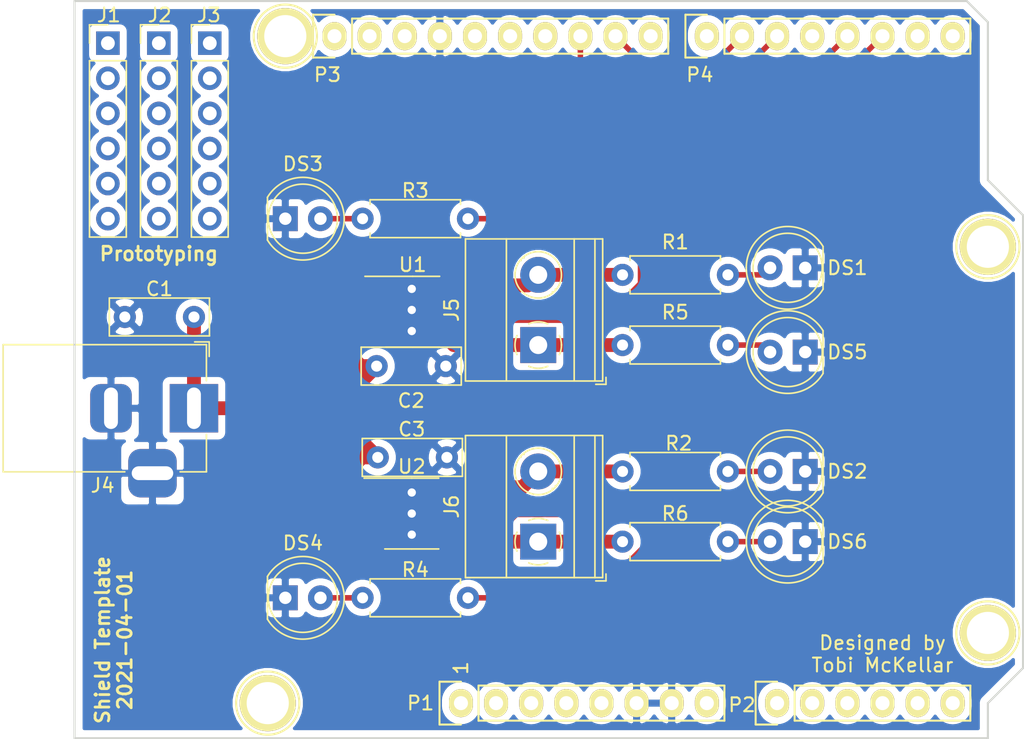
<source format=kicad_pcb>
(kicad_pcb (version 20171130) (host pcbnew "(5.1.12-1-10_14)")

  (general
    (thickness 1.6)
    (drawings 30)
    (tracks 72)
    (zones 0)
    (modules 31)
    (nets 64)
  )

  (page A4)
  (title_block
    (title "Magnetic Levitation")
    (date 2020-08-13)
    (rev B)
    (company "Richard Lane & Allan McInnes")
  )

  (layers
    (0 F.Cu signal)
    (31 B.Cu signal)
    (32 B.Adhes user hide)
    (33 F.Adhes user hide)
    (34 B.Paste user hide)
    (35 F.Paste user hide)
    (36 B.SilkS user hide)
    (37 F.SilkS user)
    (38 B.Mask user hide)
    (39 F.Mask user)
    (40 Dwgs.User user hide)
    (41 Cmts.User user hide)
    (42 Eco1.User user hide)
    (43 Eco2.User user hide)
    (44 Edge.Cuts user)
    (45 Margin user hide)
    (46 B.CrtYd user hide)
    (47 F.CrtYd user hide)
    (48 B.Fab user hide)
    (49 F.Fab user hide)
  )

  (setup
    (last_trace_width 0.4)
    (trace_clearance 0.3)
    (zone_clearance 0.508)
    (zone_45_only no)
    (trace_min 0.4)
    (via_size 1)
    (via_drill 0.6)
    (via_min_size 1)
    (via_min_drill 0.3)
    (uvia_size 0.3)
    (uvia_drill 0.1)
    (uvias_allowed no)
    (uvia_min_size 0.2)
    (uvia_min_drill 0.1)
    (edge_width 0.15)
    (segment_width 0.15)
    (pcb_text_width 0.3)
    (pcb_text_size 1.5 1.5)
    (mod_edge_width 0.15)
    (mod_text_size 1 1)
    (mod_text_width 0.15)
    (pad_size 4.064 4.064)
    (pad_drill 3.048)
    (pad_to_mask_clearance 0)
    (aux_axis_origin 110.998 126.365)
    (grid_origin 110.998 126.365)
    (visible_elements 7FFFFFFF)
    (pcbplotparams
      (layerselection 0x00030_80000001)
      (usegerberextensions false)
      (usegerberattributes false)
      (usegerberadvancedattributes false)
      (creategerberjobfile false)
      (excludeedgelayer true)
      (linewidth 0.100000)
      (plotframeref false)
      (viasonmask false)
      (mode 1)
      (useauxorigin false)
      (hpglpennumber 1)
      (hpglpenspeed 20)
      (hpglpendiameter 15.000000)
      (psnegative false)
      (psa4output false)
      (plotreference true)
      (plotvalue true)
      (plotinvisibletext false)
      (padsonsilk false)
      (subtractmaskfromsilk false)
      (outputformat 1)
      (mirror false)
      (drillshape 1)
      (scaleselection 1)
      (outputdirectory ""))
  )

  (net 0 "")
  (net 1 GND)
  (net 2 +5V)
  (net 3 "Net-(DS1-Pad2)")
  (net 4 "Net-(DS2-Pad2)")
  (net 5 "Net-(DS3-Pad2)")
  (net 6 "Net-(DS4-Pad2)")
  (net 7 "Net-(DS5-Pad2)")
  (net 8 "Net-(DS6-Pad2)")
  (net 9 "Net-(J1-Pad6)")
  (net 10 "Net-(J1-Pad5)")
  (net 11 "Net-(J1-Pad4)")
  (net 12 "Net-(J1-Pad3)")
  (net 13 "Net-(J1-Pad2)")
  (net 14 "Net-(J1-Pad1)")
  (net 15 "Net-(J2-Pad6)")
  (net 16 "Net-(J2-Pad5)")
  (net 17 "Net-(J2-Pad4)")
  (net 18 "Net-(J2-Pad3)")
  (net 19 "Net-(J2-Pad2)")
  (net 20 "Net-(J2-Pad1)")
  (net 21 "Net-(J3-Pad6)")
  (net 22 "Net-(J3-Pad5)")
  (net 23 "Net-(J3-Pad4)")
  (net 24 "Net-(J3-Pad3)")
  (net 25 "Net-(J3-Pad2)")
  (net 26 "Net-(J3-Pad1)")
  (net 27 "Net-(P1-Pad1)")
  (net 28 /IOREF)
  (net 29 /Reset)
  (net 30 +3V3)
  (net 31 +5VA)
  (net 32 /Vin)
  (net 33 /A0)
  (net 34 /A1)
  (net 35 /A2)
  (net 36 /A3)
  (net 37 "/A4(SDA)")
  (net 38 "/A5(SCL)")
  (net 39 "Net-(P3-Pad1)")
  (net 40 "Net-(P3-Pad2)")
  (net 41 /AREF)
  (net 42 "/13(SCK)")
  (net 43 "/12(MISO)")
  (net 44 "/11(MOSI)")
  (net 45 "/9(**)")
  (net 46 /8)
  (net 47 /7)
  (net 48 "/6(**)")
  (net 49 "/5(**)")
  (net 50 /4)
  (net 51 "/3(**)")
  (net 52 /2)
  (net 53 "/1(Tx)")
  (net 54 "/0(Rx)")
  (net 55 "Net-(P5-Pad1)")
  (net 56 "Net-(P6-Pad1)")
  (net 57 "Net-(P7-Pad1)")
  (net 58 "Net-(P8-Pad1)")
  (net 59 /Motor1_OUTA)
  (net 60 /Motor1_OUTB)
  (net 61 /Motor2_OUTA)
  (net 62 /Motor2_OUTB)
  (net 63 "/10(**SS)")

  (net_class Default "This is the default net class."
    (clearance 0.3)
    (trace_width 0.4)
    (via_dia 1)
    (via_drill 0.6)
    (uvia_dia 0.3)
    (uvia_drill 0.1)
    (diff_pair_width 0.4)
    (diff_pair_gap 0.25)
    (add_net +3V3)
    (add_net +5VA)
    (add_net "/0(Rx)")
    (add_net "/1(Tx)")
    (add_net "/10(**SS)")
    (add_net "/11(MOSI)")
    (add_net "/12(MISO)")
    (add_net "/13(SCK)")
    (add_net /2)
    (add_net "/3(**)")
    (add_net /4)
    (add_net "/5(**)")
    (add_net "/6(**)")
    (add_net /7)
    (add_net /8)
    (add_net "/9(**)")
    (add_net /A0)
    (add_net /A1)
    (add_net /A2)
    (add_net /A3)
    (add_net "/A4(SDA)")
    (add_net "/A5(SCL)")
    (add_net /AREF)
    (add_net /IOREF)
    (add_net /Reset)
    (add_net /Vin)
    (add_net "Net-(DS1-Pad2)")
    (add_net "Net-(DS2-Pad2)")
    (add_net "Net-(DS3-Pad2)")
    (add_net "Net-(DS4-Pad2)")
    (add_net "Net-(DS5-Pad2)")
    (add_net "Net-(DS6-Pad2)")
    (add_net "Net-(J1-Pad1)")
    (add_net "Net-(J1-Pad2)")
    (add_net "Net-(J1-Pad3)")
    (add_net "Net-(J1-Pad4)")
    (add_net "Net-(J1-Pad5)")
    (add_net "Net-(J1-Pad6)")
    (add_net "Net-(J2-Pad1)")
    (add_net "Net-(J2-Pad2)")
    (add_net "Net-(J2-Pad3)")
    (add_net "Net-(J2-Pad4)")
    (add_net "Net-(J2-Pad5)")
    (add_net "Net-(J2-Pad6)")
    (add_net "Net-(J3-Pad1)")
    (add_net "Net-(J3-Pad2)")
    (add_net "Net-(J3-Pad3)")
    (add_net "Net-(J3-Pad4)")
    (add_net "Net-(J3-Pad5)")
    (add_net "Net-(J3-Pad6)")
    (add_net "Net-(P1-Pad1)")
    (add_net "Net-(P3-Pad1)")
    (add_net "Net-(P3-Pad2)")
    (add_net "Net-(P5-Pad1)")
    (add_net "Net-(P6-Pad1)")
    (add_net "Net-(P7-Pad1)")
    (add_net "Net-(P8-Pad1)")
  )

  (net_class "High Current" ""
    (clearance 0.3)
    (trace_width 1)
    (via_dia 1)
    (via_drill 0.6)
    (uvia_dia 0.3)
    (uvia_drill 0.1)
    (diff_pair_width 0.4)
    (diff_pair_gap 0.25)
    (add_net +5V)
    (add_net /Motor1_OUTA)
    (add_net /Motor1_OUTB)
    (add_net /Motor2_OUTA)
    (add_net /Motor2_OUTB)
    (add_net GND)
  )

  (net_class Power ""
    (clearance 0.5)
    (trace_width 1)
    (via_dia 1)
    (via_drill 0.6)
    (uvia_dia 0.3)
    (uvia_drill 0.1)
    (diff_pair_width 2)
    (diff_pair_gap 0.25)
  )

  (module Package_SO:SOIC-8_3.9x4.9mm_P1.27mm (layer F.Cu) (tedit 5D9F72B1) (tstamp 62DC0F0C)
    (at 135.382 110.109)
    (descr "SOIC, 8 Pin (JEDEC MS-012AA, https://www.analog.com/media/en/package-pcb-resources/package/pkg_pdf/soic_narrow-r/r_8.pdf), generated with kicad-footprint-generator ipc_gullwing_generator.py")
    (tags "SOIC SO")
    (path /62F4AE0E)
    (attr smd)
    (fp_text reference U2 (at 0 -3.4) (layer F.SilkS)
      (effects (font (size 1 1) (thickness 0.15)))
    )
    (fp_text value UC_SIP2100 (at 0 3.4) (layer F.Fab)
      (effects (font (size 1 1) (thickness 0.15)))
    )
    (fp_text user %R (at 0 0) (layer F.Fab)
      (effects (font (size 0.98 0.98) (thickness 0.15)))
    )
    (fp_line (start 0 2.56) (end 1.95 2.56) (layer F.SilkS) (width 0.12))
    (fp_line (start 0 2.56) (end -1.95 2.56) (layer F.SilkS) (width 0.12))
    (fp_line (start 0 -2.56) (end 1.95 -2.56) (layer F.SilkS) (width 0.12))
    (fp_line (start 0 -2.56) (end -3.45 -2.56) (layer F.SilkS) (width 0.12))
    (fp_line (start -0.975 -2.45) (end 1.95 -2.45) (layer F.Fab) (width 0.1))
    (fp_line (start 1.95 -2.45) (end 1.95 2.45) (layer F.Fab) (width 0.1))
    (fp_line (start 1.95 2.45) (end -1.95 2.45) (layer F.Fab) (width 0.1))
    (fp_line (start -1.95 2.45) (end -1.95 -1.475) (layer F.Fab) (width 0.1))
    (fp_line (start -1.95 -1.475) (end -0.975 -2.45) (layer F.Fab) (width 0.1))
    (fp_line (start -3.7 -2.7) (end -3.7 2.7) (layer F.CrtYd) (width 0.05))
    (fp_line (start -3.7 2.7) (end 3.7 2.7) (layer F.CrtYd) (width 0.05))
    (fp_line (start 3.7 2.7) (end 3.7 -2.7) (layer F.CrtYd) (width 0.05))
    (fp_line (start 3.7 -2.7) (end -3.7 -2.7) (layer F.CrtYd) (width 0.05))
    (pad 8 smd roundrect (at 2.475 -1.905) (size 1.95 0.6) (layers F.Cu F.Paste F.Mask) (roundrect_rratio 0.25)
      (net 61 /Motor2_OUTA))
    (pad 7 smd roundrect (at 2.475 -0.635) (size 1.95 0.6) (layers F.Cu F.Paste F.Mask) (roundrect_rratio 0.25)
      (net 49 "/5(**)"))
    (pad 6 smd roundrect (at 2.475 0.635) (size 1.95 0.6) (layers F.Cu F.Paste F.Mask) (roundrect_rratio 0.25)
      (net 51 "/3(**)"))
    (pad 5 smd roundrect (at 2.475 1.905) (size 1.95 0.6) (layers F.Cu F.Paste F.Mask) (roundrect_rratio 0.25)
      (net 62 /Motor2_OUTB))
    (pad 4 smd roundrect (at -2.475 1.905) (size 1.95 0.6) (layers F.Cu F.Paste F.Mask) (roundrect_rratio 0.25)
      (net 1 GND))
    (pad 3 smd roundrect (at -2.475 0.635) (size 1.95 0.6) (layers F.Cu F.Paste F.Mask) (roundrect_rratio 0.25)
      (net 2 +5V))
    (pad 2 smd roundrect (at -2.475 -0.635) (size 1.95 0.6) (layers F.Cu F.Paste F.Mask) (roundrect_rratio 0.25)
      (net 1 GND))
    (pad 1 smd roundrect (at -2.475 -1.905) (size 1.95 0.6) (layers F.Cu F.Paste F.Mask) (roundrect_rratio 0.25)
      (net 1 GND))
    (model ${KISYS3DMOD}/Package_SO.3dshapes/SOIC-8_3.9x4.9mm_P1.27mm.wrl
      (at (xyz 0 0 0))
      (scale (xyz 1 1 1))
      (rotate (xyz 0 0 0))
    )
  )

  (module Package_SO:SOIC-8_3.9x4.9mm_P1.27mm (layer F.Cu) (tedit 5D9F72B1) (tstamp 62DC0EF2)
    (at 135.447 95.504)
    (descr "SOIC, 8 Pin (JEDEC MS-012AA, https://www.analog.com/media/en/package-pcb-resources/package/pkg_pdf/soic_narrow-r/r_8.pdf), generated with kicad-footprint-generator ipc_gullwing_generator.py")
    (tags "SOIC SO")
    (path /62F51470)
    (attr smd)
    (fp_text reference U1 (at 0 -3.4) (layer F.SilkS)
      (effects (font (size 1 1) (thickness 0.15)))
    )
    (fp_text value UC_SIP2100 (at 0 3.4) (layer F.Fab)
      (effects (font (size 1 1) (thickness 0.15)))
    )
    (fp_text user %R (at 0 0) (layer F.Fab)
      (effects (font (size 0.98 0.98) (thickness 0.15)))
    )
    (fp_line (start 0 2.56) (end 1.95 2.56) (layer F.SilkS) (width 0.12))
    (fp_line (start 0 2.56) (end -1.95 2.56) (layer F.SilkS) (width 0.12))
    (fp_line (start 0 -2.56) (end 1.95 -2.56) (layer F.SilkS) (width 0.12))
    (fp_line (start 0 -2.56) (end -3.45 -2.56) (layer F.SilkS) (width 0.12))
    (fp_line (start -0.975 -2.45) (end 1.95 -2.45) (layer F.Fab) (width 0.1))
    (fp_line (start 1.95 -2.45) (end 1.95 2.45) (layer F.Fab) (width 0.1))
    (fp_line (start 1.95 2.45) (end -1.95 2.45) (layer F.Fab) (width 0.1))
    (fp_line (start -1.95 2.45) (end -1.95 -1.475) (layer F.Fab) (width 0.1))
    (fp_line (start -1.95 -1.475) (end -0.975 -2.45) (layer F.Fab) (width 0.1))
    (fp_line (start -3.7 -2.7) (end -3.7 2.7) (layer F.CrtYd) (width 0.05))
    (fp_line (start -3.7 2.7) (end 3.7 2.7) (layer F.CrtYd) (width 0.05))
    (fp_line (start 3.7 2.7) (end 3.7 -2.7) (layer F.CrtYd) (width 0.05))
    (fp_line (start 3.7 -2.7) (end -3.7 -2.7) (layer F.CrtYd) (width 0.05))
    (pad 8 smd roundrect (at 2.475 -1.905) (size 1.95 0.6) (layers F.Cu F.Paste F.Mask) (roundrect_rratio 0.25)
      (net 59 /Motor1_OUTA))
    (pad 7 smd roundrect (at 2.475 -0.635) (size 1.95 0.6) (layers F.Cu F.Paste F.Mask) (roundrect_rratio 0.25)
      (net 45 "/9(**)"))
    (pad 6 smd roundrect (at 2.475 0.635) (size 1.95 0.6) (layers F.Cu F.Paste F.Mask) (roundrect_rratio 0.25)
      (net 48 "/6(**)"))
    (pad 5 smd roundrect (at 2.475 1.905) (size 1.95 0.6) (layers F.Cu F.Paste F.Mask) (roundrect_rratio 0.25)
      (net 60 /Motor1_OUTB))
    (pad 4 smd roundrect (at -2.475 1.905) (size 1.95 0.6) (layers F.Cu F.Paste F.Mask) (roundrect_rratio 0.25)
      (net 1 GND))
    (pad 3 smd roundrect (at -2.475 0.635) (size 1.95 0.6) (layers F.Cu F.Paste F.Mask) (roundrect_rratio 0.25)
      (net 2 +5V))
    (pad 2 smd roundrect (at -2.475 -0.635) (size 1.95 0.6) (layers F.Cu F.Paste F.Mask) (roundrect_rratio 0.25)
      (net 1 GND))
    (pad 1 smd roundrect (at -2.475 -1.905) (size 1.95 0.6) (layers F.Cu F.Paste F.Mask) (roundrect_rratio 0.25)
      (net 1 GND))
    (model ${KISYS3DMOD}/Package_SO.3dshapes/SOIC-8_3.9x4.9mm_P1.27mm.wrl
      (at (xyz 0 0 0))
      (scale (xyz 1 1 1))
      (rotate (xyz 0 0 0))
    )
  )

  (module Connector_BarrelJack:BarrelJack_Horizontal (layer F.Cu) (tedit 5A1DBF6A) (tstamp 62DC5E0B)
    (at 119.634 102.489)
    (descr "DC Barrel Jack")
    (tags "Power Jack")
    (path /62DCCC6E)
    (fp_text reference J4 (at -6.604 5.588) (layer F.SilkS)
      (effects (font (size 1 1) (thickness 0.15)))
    )
    (fp_text value Barrel_Jack_Switch (at -6.2 -5.5) (layer F.Fab)
      (effects (font (size 1 1) (thickness 0.15)))
    )
    (fp_text user %R (at -3 -2.95) (layer F.Fab)
      (effects (font (size 1 1) (thickness 0.15)))
    )
    (fp_line (start -0.003213 -4.505425) (end 0.8 -3.75) (layer F.Fab) (width 0.1))
    (fp_line (start 1.1 -3.75) (end 1.1 -4.8) (layer F.SilkS) (width 0.12))
    (fp_line (start 0.05 -4.8) (end 1.1 -4.8) (layer F.SilkS) (width 0.12))
    (fp_line (start 1 -4.5) (end 1 -4.75) (layer F.CrtYd) (width 0.05))
    (fp_line (start 1 -4.75) (end -14 -4.75) (layer F.CrtYd) (width 0.05))
    (fp_line (start 1 -4.5) (end 1 -2) (layer F.CrtYd) (width 0.05))
    (fp_line (start 1 -2) (end 2 -2) (layer F.CrtYd) (width 0.05))
    (fp_line (start 2 -2) (end 2 2) (layer F.CrtYd) (width 0.05))
    (fp_line (start 2 2) (end 1 2) (layer F.CrtYd) (width 0.05))
    (fp_line (start 1 2) (end 1 4.75) (layer F.CrtYd) (width 0.05))
    (fp_line (start 1 4.75) (end -1 4.75) (layer F.CrtYd) (width 0.05))
    (fp_line (start -1 4.75) (end -1 6.75) (layer F.CrtYd) (width 0.05))
    (fp_line (start -1 6.75) (end -5 6.75) (layer F.CrtYd) (width 0.05))
    (fp_line (start -5 6.75) (end -5 4.75) (layer F.CrtYd) (width 0.05))
    (fp_line (start -5 4.75) (end -14 4.75) (layer F.CrtYd) (width 0.05))
    (fp_line (start -14 4.75) (end -14 -4.75) (layer F.CrtYd) (width 0.05))
    (fp_line (start -5 4.6) (end -13.8 4.6) (layer F.SilkS) (width 0.12))
    (fp_line (start -13.8 4.6) (end -13.8 -4.6) (layer F.SilkS) (width 0.12))
    (fp_line (start 0.9 1.9) (end 0.9 4.6) (layer F.SilkS) (width 0.12))
    (fp_line (start 0.9 4.6) (end -1 4.6) (layer F.SilkS) (width 0.12))
    (fp_line (start -13.8 -4.6) (end 0.9 -4.6) (layer F.SilkS) (width 0.12))
    (fp_line (start 0.9 -4.6) (end 0.9 -2) (layer F.SilkS) (width 0.12))
    (fp_line (start -10.2 -4.5) (end -10.2 4.5) (layer F.Fab) (width 0.1))
    (fp_line (start -13.7 -4.5) (end -13.7 4.5) (layer F.Fab) (width 0.1))
    (fp_line (start -13.7 4.5) (end 0.8 4.5) (layer F.Fab) (width 0.1))
    (fp_line (start 0.8 4.5) (end 0.8 -3.75) (layer F.Fab) (width 0.1))
    (fp_line (start 0 -4.5) (end -13.7 -4.5) (layer F.Fab) (width 0.1))
    (pad 3 thru_hole roundrect (at -3 4.7) (size 3.5 3.5) (drill oval 3 1) (layers *.Cu *.Mask) (roundrect_rratio 0.25)
      (net 1 GND))
    (pad 2 thru_hole roundrect (at -6 0) (size 3 3.5) (drill oval 1 3) (layers *.Cu *.Mask) (roundrect_rratio 0.25)
      (net 1 GND))
    (pad 1 thru_hole rect (at 0 0) (size 3.5 3.5) (drill oval 1 3) (layers *.Cu *.Mask)
      (net 2 +5V))
    (model ${KISYS3DMOD}/Connector_BarrelJack.3dshapes/BarrelJack_Horizontal.wrl
      (at (xyz 0 0 0))
      (scale (xyz 1 1 1))
      (rotate (xyz 0 0 0))
    )
  )

  (module Resistor_THT:R_Axial_DIN0207_L6.3mm_D2.5mm_P7.62mm_Horizontal (layer F.Cu) (tedit 5AE5139B) (tstamp 62DC5250)
    (at 150.622 112.141)
    (descr "Resistor, Axial_DIN0207 series, Axial, Horizontal, pin pitch=7.62mm, 0.25W = 1/4W, length*diameter=6.3*2.5mm^2, http://cdn-reichelt.de/documents/datenblatt/B400/1_4W%23YAG.pdf")
    (tags "Resistor Axial_DIN0207 series Axial Horizontal pin pitch 7.62mm 0.25W = 1/4W length 6.3mm diameter 2.5mm")
    (path /62DECAEE)
    (fp_text reference R6 (at 3.81 -2.032) (layer F.SilkS)
      (effects (font (size 1 1) (thickness 0.15)))
    )
    (fp_text value 330 (at 3.81 2.37) (layer F.Fab)
      (effects (font (size 1 1) (thickness 0.15)))
    )
    (fp_text user %R (at 3.81 0) (layer F.Fab)
      (effects (font (size 1 1) (thickness 0.15)))
    )
    (fp_line (start 0.66 -1.25) (end 0.66 1.25) (layer F.Fab) (width 0.1))
    (fp_line (start 0.66 1.25) (end 6.96 1.25) (layer F.Fab) (width 0.1))
    (fp_line (start 6.96 1.25) (end 6.96 -1.25) (layer F.Fab) (width 0.1))
    (fp_line (start 6.96 -1.25) (end 0.66 -1.25) (layer F.Fab) (width 0.1))
    (fp_line (start 0 0) (end 0.66 0) (layer F.Fab) (width 0.1))
    (fp_line (start 7.62 0) (end 6.96 0) (layer F.Fab) (width 0.1))
    (fp_line (start 0.54 -1.04) (end 0.54 -1.37) (layer F.SilkS) (width 0.12))
    (fp_line (start 0.54 -1.37) (end 7.08 -1.37) (layer F.SilkS) (width 0.12))
    (fp_line (start 7.08 -1.37) (end 7.08 -1.04) (layer F.SilkS) (width 0.12))
    (fp_line (start 0.54 1.04) (end 0.54 1.37) (layer F.SilkS) (width 0.12))
    (fp_line (start 0.54 1.37) (end 7.08 1.37) (layer F.SilkS) (width 0.12))
    (fp_line (start 7.08 1.37) (end 7.08 1.04) (layer F.SilkS) (width 0.12))
    (fp_line (start -1.05 -1.5) (end -1.05 1.5) (layer F.CrtYd) (width 0.05))
    (fp_line (start -1.05 1.5) (end 8.67 1.5) (layer F.CrtYd) (width 0.05))
    (fp_line (start 8.67 1.5) (end 8.67 -1.5) (layer F.CrtYd) (width 0.05))
    (fp_line (start 8.67 -1.5) (end -1.05 -1.5) (layer F.CrtYd) (width 0.05))
    (pad 2 thru_hole oval (at 7.62 0) (size 1.6 1.6) (drill 0.8) (layers *.Cu *.Mask)
      (net 8 "Net-(DS6-Pad2)"))
    (pad 1 thru_hole circle (at 0 0) (size 1.6 1.6) (drill 0.8) (layers *.Cu *.Mask)
      (net 62 /Motor2_OUTB))
    (model ${KISYS3DMOD}/Resistor_THT.3dshapes/R_Axial_DIN0207_L6.3mm_D2.5mm_P7.62mm_Horizontal.wrl
      (at (xyz 0 0 0))
      (scale (xyz 1 1 1))
      (rotate (xyz 0 0 0))
    )
  )

  (module Resistor_THT:R_Axial_DIN0207_L6.3mm_D2.5mm_P7.62mm_Horizontal (layer F.Cu) (tedit 5AE5139B) (tstamp 62DBE9D8)
    (at 150.622 97.917)
    (descr "Resistor, Axial_DIN0207 series, Axial, Horizontal, pin pitch=7.62mm, 0.25W = 1/4W, length*diameter=6.3*2.5mm^2, http://cdn-reichelt.de/documents/datenblatt/B400/1_4W%23YAG.pdf")
    (tags "Resistor Axial_DIN0207 series Axial Horizontal pin pitch 7.62mm 0.25W = 1/4W length 6.3mm diameter 2.5mm")
    (path /62E3A561)
    (fp_text reference R5 (at 3.81 -2.37) (layer F.SilkS)
      (effects (font (size 1 1) (thickness 0.15)))
    )
    (fp_text value 330 (at 3.81 2.37) (layer F.Fab)
      (effects (font (size 1 1) (thickness 0.15)))
    )
    (fp_text user %R (at 3.81 0) (layer F.Fab)
      (effects (font (size 1 1) (thickness 0.15)))
    )
    (fp_line (start 0.66 -1.25) (end 0.66 1.25) (layer F.Fab) (width 0.1))
    (fp_line (start 0.66 1.25) (end 6.96 1.25) (layer F.Fab) (width 0.1))
    (fp_line (start 6.96 1.25) (end 6.96 -1.25) (layer F.Fab) (width 0.1))
    (fp_line (start 6.96 -1.25) (end 0.66 -1.25) (layer F.Fab) (width 0.1))
    (fp_line (start 0 0) (end 0.66 0) (layer F.Fab) (width 0.1))
    (fp_line (start 7.62 0) (end 6.96 0) (layer F.Fab) (width 0.1))
    (fp_line (start 0.54 -1.04) (end 0.54 -1.37) (layer F.SilkS) (width 0.12))
    (fp_line (start 0.54 -1.37) (end 7.08 -1.37) (layer F.SilkS) (width 0.12))
    (fp_line (start 7.08 -1.37) (end 7.08 -1.04) (layer F.SilkS) (width 0.12))
    (fp_line (start 0.54 1.04) (end 0.54 1.37) (layer F.SilkS) (width 0.12))
    (fp_line (start 0.54 1.37) (end 7.08 1.37) (layer F.SilkS) (width 0.12))
    (fp_line (start 7.08 1.37) (end 7.08 1.04) (layer F.SilkS) (width 0.12))
    (fp_line (start -1.05 -1.5) (end -1.05 1.5) (layer F.CrtYd) (width 0.05))
    (fp_line (start -1.05 1.5) (end 8.67 1.5) (layer F.CrtYd) (width 0.05))
    (fp_line (start 8.67 1.5) (end 8.67 -1.5) (layer F.CrtYd) (width 0.05))
    (fp_line (start 8.67 -1.5) (end -1.05 -1.5) (layer F.CrtYd) (width 0.05))
    (pad 2 thru_hole oval (at 7.62 0) (size 1.6 1.6) (drill 0.8) (layers *.Cu *.Mask)
      (net 7 "Net-(DS5-Pad2)"))
    (pad 1 thru_hole circle (at 0 0) (size 1.6 1.6) (drill 0.8) (layers *.Cu *.Mask)
      (net 60 /Motor1_OUTB))
    (model ${KISYS3DMOD}/Resistor_THT.3dshapes/R_Axial_DIN0207_L6.3mm_D2.5mm_P7.62mm_Horizontal.wrl
      (at (xyz 0 0 0))
      (scale (xyz 1 1 1))
      (rotate (xyz 0 0 0))
    )
  )

  (module Resistor_THT:R_Axial_DIN0207_L6.3mm_D2.5mm_P7.62mm_Horizontal (layer F.Cu) (tedit 5AE5139B) (tstamp 62DBE9C1)
    (at 139.446 116.205 180)
    (descr "Resistor, Axial_DIN0207 series, Axial, Horizontal, pin pitch=7.62mm, 0.25W = 1/4W, length*diameter=6.3*2.5mm^2, http://cdn-reichelt.de/documents/datenblatt/B400/1_4W%23YAG.pdf")
    (tags "Resistor Axial_DIN0207 series Axial Horizontal pin pitch 7.62mm 0.25W = 1/4W length 6.3mm diameter 2.5mm")
    (path /62E55ADA)
    (fp_text reference R4 (at 3.81 2.032) (layer F.SilkS)
      (effects (font (size 1 1) (thickness 0.15)))
    )
    (fp_text value UC_R (at 3.81 2.37) (layer F.Fab)
      (effects (font (size 1 1) (thickness 0.15)))
    )
    (fp_text user %R (at 3.81 0) (layer F.Fab)
      (effects (font (size 1 1) (thickness 0.15)))
    )
    (fp_line (start 0.66 -1.25) (end 0.66 1.25) (layer F.Fab) (width 0.1))
    (fp_line (start 0.66 1.25) (end 6.96 1.25) (layer F.Fab) (width 0.1))
    (fp_line (start 6.96 1.25) (end 6.96 -1.25) (layer F.Fab) (width 0.1))
    (fp_line (start 6.96 -1.25) (end 0.66 -1.25) (layer F.Fab) (width 0.1))
    (fp_line (start 0 0) (end 0.66 0) (layer F.Fab) (width 0.1))
    (fp_line (start 7.62 0) (end 6.96 0) (layer F.Fab) (width 0.1))
    (fp_line (start 0.54 -1.04) (end 0.54 -1.37) (layer F.SilkS) (width 0.12))
    (fp_line (start 0.54 -1.37) (end 7.08 -1.37) (layer F.SilkS) (width 0.12))
    (fp_line (start 7.08 -1.37) (end 7.08 -1.04) (layer F.SilkS) (width 0.12))
    (fp_line (start 0.54 1.04) (end 0.54 1.37) (layer F.SilkS) (width 0.12))
    (fp_line (start 0.54 1.37) (end 7.08 1.37) (layer F.SilkS) (width 0.12))
    (fp_line (start 7.08 1.37) (end 7.08 1.04) (layer F.SilkS) (width 0.12))
    (fp_line (start -1.05 -1.5) (end -1.05 1.5) (layer F.CrtYd) (width 0.05))
    (fp_line (start -1.05 1.5) (end 8.67 1.5) (layer F.CrtYd) (width 0.05))
    (fp_line (start 8.67 1.5) (end 8.67 -1.5) (layer F.CrtYd) (width 0.05))
    (fp_line (start 8.67 -1.5) (end -1.05 -1.5) (layer F.CrtYd) (width 0.05))
    (pad 2 thru_hole oval (at 7.62 0 180) (size 1.6 1.6) (drill 0.8) (layers *.Cu *.Mask)
      (net 6 "Net-(DS4-Pad2)"))
    (pad 1 thru_hole circle (at 0 0 180) (size 1.6 1.6) (drill 0.8) (layers *.Cu *.Mask)
      (net 52 /2))
    (model ${KISYS3DMOD}/Resistor_THT.3dshapes/R_Axial_DIN0207_L6.3mm_D2.5mm_P7.62mm_Horizontal.wrl
      (at (xyz 0 0 0))
      (scale (xyz 1 1 1))
      (rotate (xyz 0 0 0))
    )
  )

  (module Resistor_THT:R_Axial_DIN0207_L6.3mm_D2.5mm_P7.62mm_Horizontal (layer F.Cu) (tedit 5AE5139B) (tstamp 62DBE9AA)
    (at 139.446 88.773 180)
    (descr "Resistor, Axial_DIN0207 series, Axial, Horizontal, pin pitch=7.62mm, 0.25W = 1/4W, length*diameter=6.3*2.5mm^2, http://cdn-reichelt.de/documents/datenblatt/B400/1_4W%23YAG.pdf")
    (tags "Resistor Axial_DIN0207 series Axial Horizontal pin pitch 7.62mm 0.25W = 1/4W length 6.3mm diameter 2.5mm")
    (path /62E18329)
    (fp_text reference R3 (at 3.81 2.032) (layer F.SilkS)
      (effects (font (size 1 1) (thickness 0.15)))
    )
    (fp_text value UC_R (at 3.81 2.37) (layer F.Fab)
      (effects (font (size 1 1) (thickness 0.15)))
    )
    (fp_text user %R (at 3.81 0) (layer F.Fab)
      (effects (font (size 1 1) (thickness 0.15)))
    )
    (fp_line (start 0.66 -1.25) (end 0.66 1.25) (layer F.Fab) (width 0.1))
    (fp_line (start 0.66 1.25) (end 6.96 1.25) (layer F.Fab) (width 0.1))
    (fp_line (start 6.96 1.25) (end 6.96 -1.25) (layer F.Fab) (width 0.1))
    (fp_line (start 6.96 -1.25) (end 0.66 -1.25) (layer F.Fab) (width 0.1))
    (fp_line (start 0 0) (end 0.66 0) (layer F.Fab) (width 0.1))
    (fp_line (start 7.62 0) (end 6.96 0) (layer F.Fab) (width 0.1))
    (fp_line (start 0.54 -1.04) (end 0.54 -1.37) (layer F.SilkS) (width 0.12))
    (fp_line (start 0.54 -1.37) (end 7.08 -1.37) (layer F.SilkS) (width 0.12))
    (fp_line (start 7.08 -1.37) (end 7.08 -1.04) (layer F.SilkS) (width 0.12))
    (fp_line (start 0.54 1.04) (end 0.54 1.37) (layer F.SilkS) (width 0.12))
    (fp_line (start 0.54 1.37) (end 7.08 1.37) (layer F.SilkS) (width 0.12))
    (fp_line (start 7.08 1.37) (end 7.08 1.04) (layer F.SilkS) (width 0.12))
    (fp_line (start -1.05 -1.5) (end -1.05 1.5) (layer F.CrtYd) (width 0.05))
    (fp_line (start -1.05 1.5) (end 8.67 1.5) (layer F.CrtYd) (width 0.05))
    (fp_line (start 8.67 1.5) (end 8.67 -1.5) (layer F.CrtYd) (width 0.05))
    (fp_line (start 8.67 -1.5) (end -1.05 -1.5) (layer F.CrtYd) (width 0.05))
    (pad 2 thru_hole oval (at 7.62 0 180) (size 1.6 1.6) (drill 0.8) (layers *.Cu *.Mask)
      (net 5 "Net-(DS3-Pad2)"))
    (pad 1 thru_hole circle (at 0 0 180) (size 1.6 1.6) (drill 0.8) (layers *.Cu *.Mask)
      (net 63 "/10(**SS)"))
    (model ${KISYS3DMOD}/Resistor_THT.3dshapes/R_Axial_DIN0207_L6.3mm_D2.5mm_P7.62mm_Horizontal.wrl
      (at (xyz 0 0 0))
      (scale (xyz 1 1 1))
      (rotate (xyz 0 0 0))
    )
  )

  (module Resistor_THT:R_Axial_DIN0207_L6.3mm_D2.5mm_P7.62mm_Horizontal (layer F.Cu) (tedit 5AE5139B) (tstamp 62DBE993)
    (at 150.622 107.061)
    (descr "Resistor, Axial_DIN0207 series, Axial, Horizontal, pin pitch=7.62mm, 0.25W = 1/4W, length*diameter=6.3*2.5mm^2, http://cdn-reichelt.de/documents/datenblatt/B400/1_4W%23YAG.pdf")
    (tags "Resistor Axial_DIN0207 series Axial Horizontal pin pitch 7.62mm 0.25W = 1/4W length 6.3mm diameter 2.5mm")
    (path /62DEC54D)
    (fp_text reference R2 (at 4.064 -2.032) (layer F.SilkS)
      (effects (font (size 1 1) (thickness 0.15)))
    )
    (fp_text value 330 (at 3.81 2.37) (layer F.Fab)
      (effects (font (size 1 1) (thickness 0.15)))
    )
    (fp_text user %R (at 3.81 0) (layer F.Fab)
      (effects (font (size 1 1) (thickness 0.15)))
    )
    (fp_line (start 0.66 -1.25) (end 0.66 1.25) (layer F.Fab) (width 0.1))
    (fp_line (start 0.66 1.25) (end 6.96 1.25) (layer F.Fab) (width 0.1))
    (fp_line (start 6.96 1.25) (end 6.96 -1.25) (layer F.Fab) (width 0.1))
    (fp_line (start 6.96 -1.25) (end 0.66 -1.25) (layer F.Fab) (width 0.1))
    (fp_line (start 0 0) (end 0.66 0) (layer F.Fab) (width 0.1))
    (fp_line (start 7.62 0) (end 6.96 0) (layer F.Fab) (width 0.1))
    (fp_line (start 0.54 -1.04) (end 0.54 -1.37) (layer F.SilkS) (width 0.12))
    (fp_line (start 0.54 -1.37) (end 7.08 -1.37) (layer F.SilkS) (width 0.12))
    (fp_line (start 7.08 -1.37) (end 7.08 -1.04) (layer F.SilkS) (width 0.12))
    (fp_line (start 0.54 1.04) (end 0.54 1.37) (layer F.SilkS) (width 0.12))
    (fp_line (start 0.54 1.37) (end 7.08 1.37) (layer F.SilkS) (width 0.12))
    (fp_line (start 7.08 1.37) (end 7.08 1.04) (layer F.SilkS) (width 0.12))
    (fp_line (start -1.05 -1.5) (end -1.05 1.5) (layer F.CrtYd) (width 0.05))
    (fp_line (start -1.05 1.5) (end 8.67 1.5) (layer F.CrtYd) (width 0.05))
    (fp_line (start 8.67 1.5) (end 8.67 -1.5) (layer F.CrtYd) (width 0.05))
    (fp_line (start 8.67 -1.5) (end -1.05 -1.5) (layer F.CrtYd) (width 0.05))
    (pad 2 thru_hole oval (at 7.62 0) (size 1.6 1.6) (drill 0.8) (layers *.Cu *.Mask)
      (net 4 "Net-(DS2-Pad2)"))
    (pad 1 thru_hole circle (at 0 0) (size 1.6 1.6) (drill 0.8) (layers *.Cu *.Mask)
      (net 61 /Motor2_OUTA))
    (model ${KISYS3DMOD}/Resistor_THT.3dshapes/R_Axial_DIN0207_L6.3mm_D2.5mm_P7.62mm_Horizontal.wrl
      (at (xyz 0 0 0))
      (scale (xyz 1 1 1))
      (rotate (xyz 0 0 0))
    )
  )

  (module Resistor_THT:R_Axial_DIN0207_L6.3mm_D2.5mm_P7.62mm_Horizontal (layer F.Cu) (tedit 5AE5139B) (tstamp 62DBE97C)
    (at 150.622 92.837)
    (descr "Resistor, Axial_DIN0207 series, Axial, Horizontal, pin pitch=7.62mm, 0.25W = 1/4W, length*diameter=6.3*2.5mm^2, http://cdn-reichelt.de/documents/datenblatt/B400/1_4W%23YAG.pdf")
    (tags "Resistor Axial_DIN0207 series Axial Horizontal pin pitch 7.62mm 0.25W = 1/4W length 6.3mm diameter 2.5mm")
    (path /62E3A55B)
    (fp_text reference R1 (at 3.81 -2.37) (layer F.SilkS)
      (effects (font (size 1 1) (thickness 0.15)))
    )
    (fp_text value 330 (at 3.81 2.37) (layer F.Fab)
      (effects (font (size 1 1) (thickness 0.15)))
    )
    (fp_text user %R (at 3.81 0) (layer F.Fab)
      (effects (font (size 1 1) (thickness 0.15)))
    )
    (fp_line (start 0.66 -1.25) (end 0.66 1.25) (layer F.Fab) (width 0.1))
    (fp_line (start 0.66 1.25) (end 6.96 1.25) (layer F.Fab) (width 0.1))
    (fp_line (start 6.96 1.25) (end 6.96 -1.25) (layer F.Fab) (width 0.1))
    (fp_line (start 6.96 -1.25) (end 0.66 -1.25) (layer F.Fab) (width 0.1))
    (fp_line (start 0 0) (end 0.66 0) (layer F.Fab) (width 0.1))
    (fp_line (start 7.62 0) (end 6.96 0) (layer F.Fab) (width 0.1))
    (fp_line (start 0.54 -1.04) (end 0.54 -1.37) (layer F.SilkS) (width 0.12))
    (fp_line (start 0.54 -1.37) (end 7.08 -1.37) (layer F.SilkS) (width 0.12))
    (fp_line (start 7.08 -1.37) (end 7.08 -1.04) (layer F.SilkS) (width 0.12))
    (fp_line (start 0.54 1.04) (end 0.54 1.37) (layer F.SilkS) (width 0.12))
    (fp_line (start 0.54 1.37) (end 7.08 1.37) (layer F.SilkS) (width 0.12))
    (fp_line (start 7.08 1.37) (end 7.08 1.04) (layer F.SilkS) (width 0.12))
    (fp_line (start -1.05 -1.5) (end -1.05 1.5) (layer F.CrtYd) (width 0.05))
    (fp_line (start -1.05 1.5) (end 8.67 1.5) (layer F.CrtYd) (width 0.05))
    (fp_line (start 8.67 1.5) (end 8.67 -1.5) (layer F.CrtYd) (width 0.05))
    (fp_line (start 8.67 -1.5) (end -1.05 -1.5) (layer F.CrtYd) (width 0.05))
    (pad 2 thru_hole oval (at 7.62 0) (size 1.6 1.6) (drill 0.8) (layers *.Cu *.Mask)
      (net 3 "Net-(DS1-Pad2)"))
    (pad 1 thru_hole circle (at 0 0) (size 1.6 1.6) (drill 0.8) (layers *.Cu *.Mask)
      (net 59 /Motor1_OUTA))
    (model ${KISYS3DMOD}/Resistor_THT.3dshapes/R_Axial_DIN0207_L6.3mm_D2.5mm_P7.62mm_Horizontal.wrl
      (at (xyz 0 0 0))
      (scale (xyz 1 1 1))
      (rotate (xyz 0 0 0))
    )
  )

  (module TerminalBlock_Phoenix:TerminalBlock_Phoenix_MKDS-1,5-2-5.08_1x02_P5.08mm_Horizontal (layer F.Cu) (tedit 5B294EBC) (tstamp 62DC200E)
    (at 144.526 112.141 90)
    (descr "Terminal Block Phoenix MKDS-1,5-2-5.08, 2 pins, pitch 5.08mm, size 10.2x9.8mm^2, drill diamater 1.3mm, pad diameter 2.6mm, see http://www.farnell.com/datasheets/100425.pdf, script-generated using https://github.com/pointhi/kicad-footprint-generator/scripts/TerminalBlock_Phoenix")
    (tags "THT Terminal Block Phoenix MKDS-1,5-2-5.08 pitch 5.08mm size 10.2x9.8mm^2 drill 1.3mm pad 2.6mm")
    (path /62DDF6B3)
    (fp_text reference J6 (at 2.54 -6.26 90) (layer F.SilkS)
      (effects (font (size 1 1) (thickness 0.15)))
    )
    (fp_text value UC_Screw_Terminal_01X02 (at 2.54 5.66 90) (layer F.Fab)
      (effects (font (size 1 1) (thickness 0.15)))
    )
    (fp_text user %R (at 2.54 3.2 90) (layer F.Fab)
      (effects (font (size 1 1) (thickness 0.15)))
    )
    (fp_arc (start 0 0) (end -0.684 1.535) (angle -25) (layer F.SilkS) (width 0.12))
    (fp_arc (start 0 0) (end -1.535 -0.684) (angle -48) (layer F.SilkS) (width 0.12))
    (fp_arc (start 0 0) (end 0.684 -1.535) (angle -48) (layer F.SilkS) (width 0.12))
    (fp_arc (start 0 0) (end 1.535 0.684) (angle -48) (layer F.SilkS) (width 0.12))
    (fp_arc (start 0 0) (end 0 1.68) (angle -24) (layer F.SilkS) (width 0.12))
    (fp_circle (center 0 0) (end 1.5 0) (layer F.Fab) (width 0.1))
    (fp_circle (center 5.08 0) (end 6.58 0) (layer F.Fab) (width 0.1))
    (fp_circle (center 5.08 0) (end 6.76 0) (layer F.SilkS) (width 0.12))
    (fp_line (start -2.54 -5.2) (end 7.62 -5.2) (layer F.Fab) (width 0.1))
    (fp_line (start 7.62 -5.2) (end 7.62 4.6) (layer F.Fab) (width 0.1))
    (fp_line (start 7.62 4.6) (end -2.04 4.6) (layer F.Fab) (width 0.1))
    (fp_line (start -2.04 4.6) (end -2.54 4.1) (layer F.Fab) (width 0.1))
    (fp_line (start -2.54 4.1) (end -2.54 -5.2) (layer F.Fab) (width 0.1))
    (fp_line (start -2.54 4.1) (end 7.62 4.1) (layer F.Fab) (width 0.1))
    (fp_line (start -2.6 4.1) (end 7.68 4.1) (layer F.SilkS) (width 0.12))
    (fp_line (start -2.54 2.6) (end 7.62 2.6) (layer F.Fab) (width 0.1))
    (fp_line (start -2.6 2.6) (end 7.68 2.6) (layer F.SilkS) (width 0.12))
    (fp_line (start -2.54 -2.3) (end 7.62 -2.3) (layer F.Fab) (width 0.1))
    (fp_line (start -2.6 -2.301) (end 7.68 -2.301) (layer F.SilkS) (width 0.12))
    (fp_line (start -2.6 -5.261) (end 7.68 -5.261) (layer F.SilkS) (width 0.12))
    (fp_line (start -2.6 4.66) (end 7.68 4.66) (layer F.SilkS) (width 0.12))
    (fp_line (start -2.6 -5.261) (end -2.6 4.66) (layer F.SilkS) (width 0.12))
    (fp_line (start 7.68 -5.261) (end 7.68 4.66) (layer F.SilkS) (width 0.12))
    (fp_line (start 1.138 -0.955) (end -0.955 1.138) (layer F.Fab) (width 0.1))
    (fp_line (start 0.955 -1.138) (end -1.138 0.955) (layer F.Fab) (width 0.1))
    (fp_line (start 6.218 -0.955) (end 4.126 1.138) (layer F.Fab) (width 0.1))
    (fp_line (start 6.035 -1.138) (end 3.943 0.955) (layer F.Fab) (width 0.1))
    (fp_line (start 6.355 -1.069) (end 6.308 -1.023) (layer F.SilkS) (width 0.12))
    (fp_line (start 4.046 1.239) (end 4.011 1.274) (layer F.SilkS) (width 0.12))
    (fp_line (start 6.15 -1.275) (end 6.115 -1.239) (layer F.SilkS) (width 0.12))
    (fp_line (start 3.853 1.023) (end 3.806 1.069) (layer F.SilkS) (width 0.12))
    (fp_line (start -2.84 4.16) (end -2.84 4.9) (layer F.SilkS) (width 0.12))
    (fp_line (start -2.84 4.9) (end -2.34 4.9) (layer F.SilkS) (width 0.12))
    (fp_line (start -3.04 -5.71) (end -3.04 5.1) (layer F.CrtYd) (width 0.05))
    (fp_line (start -3.04 5.1) (end 8.13 5.1) (layer F.CrtYd) (width 0.05))
    (fp_line (start 8.13 5.1) (end 8.13 -5.71) (layer F.CrtYd) (width 0.05))
    (fp_line (start 8.13 -5.71) (end -3.04 -5.71) (layer F.CrtYd) (width 0.05))
    (pad 2 thru_hole circle (at 5.08 0 90) (size 2.6 2.6) (drill 1.3) (layers *.Cu *.Mask)
      (net 61 /Motor2_OUTA))
    (pad 1 thru_hole rect (at 0 0 90) (size 2.6 2.6) (drill 1.3) (layers *.Cu *.Mask)
      (net 62 /Motor2_OUTB))
    (model ${KISYS3DMOD}/TerminalBlock_Phoenix.3dshapes/TerminalBlock_Phoenix_MKDS-1,5-2-5.08_1x02_P5.08mm_Horizontal.wrl
      (at (xyz 0 0 0))
      (scale (xyz 1 1 1))
      (rotate (xyz 0 0 0))
    )
  )

  (module TerminalBlock_Phoenix:TerminalBlock_Phoenix_MKDS-1,5-2-5.08_1x02_P5.08mm_Horizontal (layer F.Cu) (tedit 5B294EBC) (tstamp 62DC1DCD)
    (at 144.526 97.917 90)
    (descr "Terminal Block Phoenix MKDS-1,5-2-5.08, 2 pins, pitch 5.08mm, size 10.2x9.8mm^2, drill diamater 1.3mm, pad diameter 2.6mm, see http://www.farnell.com/datasheets/100425.pdf, script-generated using https://github.com/pointhi/kicad-footprint-generator/scripts/TerminalBlock_Phoenix")
    (tags "THT Terminal Block Phoenix MKDS-1,5-2-5.08 pitch 5.08mm size 10.2x9.8mm^2 drill 1.3mm pad 2.6mm")
    (path /62E3A536)
    (fp_text reference J5 (at 2.54 -6.26 90) (layer F.SilkS)
      (effects (font (size 1 1) (thickness 0.15)))
    )
    (fp_text value UC_Screw_Terminal_01X02 (at 2.54 5.66 90) (layer F.Fab)
      (effects (font (size 1 1) (thickness 0.15)))
    )
    (fp_text user %R (at 2.54 3.2 90) (layer F.Fab)
      (effects (font (size 1 1) (thickness 0.15)))
    )
    (fp_arc (start 0 0) (end -0.684 1.535) (angle -25) (layer F.SilkS) (width 0.12))
    (fp_arc (start 0 0) (end -1.535 -0.684) (angle -48) (layer F.SilkS) (width 0.12))
    (fp_arc (start 0 0) (end 0.684 -1.535) (angle -48) (layer F.SilkS) (width 0.12))
    (fp_arc (start 0 0) (end 1.535 0.684) (angle -48) (layer F.SilkS) (width 0.12))
    (fp_arc (start 0 0) (end 0 1.68) (angle -24) (layer F.SilkS) (width 0.12))
    (fp_circle (center 0 0) (end 1.5 0) (layer F.Fab) (width 0.1))
    (fp_circle (center 5.08 0) (end 6.58 0) (layer F.Fab) (width 0.1))
    (fp_circle (center 5.08 0) (end 6.76 0) (layer F.SilkS) (width 0.12))
    (fp_line (start -2.54 -5.2) (end 7.62 -5.2) (layer F.Fab) (width 0.1))
    (fp_line (start 7.62 -5.2) (end 7.62 4.6) (layer F.Fab) (width 0.1))
    (fp_line (start 7.62 4.6) (end -2.04 4.6) (layer F.Fab) (width 0.1))
    (fp_line (start -2.04 4.6) (end -2.54 4.1) (layer F.Fab) (width 0.1))
    (fp_line (start -2.54 4.1) (end -2.54 -5.2) (layer F.Fab) (width 0.1))
    (fp_line (start -2.54 4.1) (end 7.62 4.1) (layer F.Fab) (width 0.1))
    (fp_line (start -2.6 4.1) (end 7.68 4.1) (layer F.SilkS) (width 0.12))
    (fp_line (start -2.54 2.6) (end 7.62 2.6) (layer F.Fab) (width 0.1))
    (fp_line (start -2.6 2.6) (end 7.68 2.6) (layer F.SilkS) (width 0.12))
    (fp_line (start -2.54 -2.3) (end 7.62 -2.3) (layer F.Fab) (width 0.1))
    (fp_line (start -2.6 -2.301) (end 7.68 -2.301) (layer F.SilkS) (width 0.12))
    (fp_line (start -2.6 -5.261) (end 7.68 -5.261) (layer F.SilkS) (width 0.12))
    (fp_line (start -2.6 4.66) (end 7.68 4.66) (layer F.SilkS) (width 0.12))
    (fp_line (start -2.6 -5.261) (end -2.6 4.66) (layer F.SilkS) (width 0.12))
    (fp_line (start 7.68 -5.261) (end 7.68 4.66) (layer F.SilkS) (width 0.12))
    (fp_line (start 1.138 -0.955) (end -0.955 1.138) (layer F.Fab) (width 0.1))
    (fp_line (start 0.955 -1.138) (end -1.138 0.955) (layer F.Fab) (width 0.1))
    (fp_line (start 6.218 -0.955) (end 4.126 1.138) (layer F.Fab) (width 0.1))
    (fp_line (start 6.035 -1.138) (end 3.943 0.955) (layer F.Fab) (width 0.1))
    (fp_line (start 6.355 -1.069) (end 6.308 -1.023) (layer F.SilkS) (width 0.12))
    (fp_line (start 4.046 1.239) (end 4.011 1.274) (layer F.SilkS) (width 0.12))
    (fp_line (start 6.15 -1.275) (end 6.115 -1.239) (layer F.SilkS) (width 0.12))
    (fp_line (start 3.853 1.023) (end 3.806 1.069) (layer F.SilkS) (width 0.12))
    (fp_line (start -2.84 4.16) (end -2.84 4.9) (layer F.SilkS) (width 0.12))
    (fp_line (start -2.84 4.9) (end -2.34 4.9) (layer F.SilkS) (width 0.12))
    (fp_line (start -3.04 -5.71) (end -3.04 5.1) (layer F.CrtYd) (width 0.05))
    (fp_line (start -3.04 5.1) (end 8.13 5.1) (layer F.CrtYd) (width 0.05))
    (fp_line (start 8.13 5.1) (end 8.13 -5.71) (layer F.CrtYd) (width 0.05))
    (fp_line (start 8.13 -5.71) (end -3.04 -5.71) (layer F.CrtYd) (width 0.05))
    (pad 2 thru_hole circle (at 5.08 0 90) (size 2.6 2.6) (drill 1.3) (layers *.Cu *.Mask)
      (net 59 /Motor1_OUTA))
    (pad 1 thru_hole rect (at 0 0 90) (size 2.6 2.6) (drill 1.3) (layers *.Cu *.Mask)
      (net 60 /Motor1_OUTB))
    (model ${KISYS3DMOD}/TerminalBlock_Phoenix.3dshapes/TerminalBlock_Phoenix_MKDS-1,5-2-5.08_1x02_P5.08mm_Horizontal.wrl
      (at (xyz 0 0 0))
      (scale (xyz 1 1 1))
      (rotate (xyz 0 0 0))
    )
  )

  (module LED_THT:LED_D5.0mm (layer F.Cu) (tedit 5995936A) (tstamp 62DBE79F)
    (at 163.83 112.141 180)
    (descr "LED, diameter 5.0mm, 2 pins, http://cdn-reichelt.de/documents/datenblatt/A500/LL-504BC2E-009.pdf")
    (tags "LED diameter 5.0mm 2 pins")
    (path /62DEB1FE)
    (fp_text reference DS6 (at -3.048 0) (layer F.SilkS)
      (effects (font (size 1 1) (thickness 0.15)))
    )
    (fp_text value UC_LED (at 1.27 3.96) (layer F.Fab)
      (effects (font (size 1 1) (thickness 0.15)))
    )
    (fp_text user %R (at 1.25 0) (layer F.Fab)
      (effects (font (size 0.8 0.8) (thickness 0.2)))
    )
    (fp_arc (start 1.27 0) (end -1.29 1.54483) (angle -148.9) (layer F.SilkS) (width 0.12))
    (fp_arc (start 1.27 0) (end -1.29 -1.54483) (angle 148.9) (layer F.SilkS) (width 0.12))
    (fp_arc (start 1.27 0) (end -1.23 -1.469694) (angle 299.1) (layer F.Fab) (width 0.1))
    (fp_circle (center 1.27 0) (end 3.77 0) (layer F.Fab) (width 0.1))
    (fp_circle (center 1.27 0) (end 3.77 0) (layer F.SilkS) (width 0.12))
    (fp_line (start -1.23 -1.469694) (end -1.23 1.469694) (layer F.Fab) (width 0.1))
    (fp_line (start -1.29 -1.545) (end -1.29 1.545) (layer F.SilkS) (width 0.12))
    (fp_line (start -1.95 -3.25) (end -1.95 3.25) (layer F.CrtYd) (width 0.05))
    (fp_line (start -1.95 3.25) (end 4.5 3.25) (layer F.CrtYd) (width 0.05))
    (fp_line (start 4.5 3.25) (end 4.5 -3.25) (layer F.CrtYd) (width 0.05))
    (fp_line (start 4.5 -3.25) (end -1.95 -3.25) (layer F.CrtYd) (width 0.05))
    (pad 2 thru_hole circle (at 2.54 0 180) (size 1.8 1.8) (drill 0.9) (layers *.Cu *.Mask)
      (net 8 "Net-(DS6-Pad2)"))
    (pad 1 thru_hole rect (at 0 0 180) (size 1.8 1.8) (drill 0.9) (layers *.Cu *.Mask)
      (net 1 GND))
    (model ${KISYS3DMOD}/LED_THT.3dshapes/LED_D5.0mm.wrl
      (at (xyz 0 0 0))
      (scale (xyz 1 1 1))
      (rotate (xyz 0 0 0))
    )
  )

  (module LED_THT:LED_D5.0mm (layer F.Cu) (tedit 5995936A) (tstamp 62DBE78D)
    (at 163.83 98.425 180)
    (descr "LED, diameter 5.0mm, 2 pins, http://cdn-reichelt.de/documents/datenblatt/A500/LL-504BC2E-009.pdf")
    (tags "LED diameter 5.0mm 2 pins")
    (path /62E3A555)
    (fp_text reference DS5 (at -3.048 0) (layer F.SilkS)
      (effects (font (size 1 1) (thickness 0.15)))
    )
    (fp_text value UC_LED (at 1.27 3.96) (layer F.Fab)
      (effects (font (size 1 1) (thickness 0.15)))
    )
    (fp_text user %R (at 1.25 0) (layer F.Fab)
      (effects (font (size 0.8 0.8) (thickness 0.2)))
    )
    (fp_arc (start 1.27 0) (end -1.29 1.54483) (angle -148.9) (layer F.SilkS) (width 0.12))
    (fp_arc (start 1.27 0) (end -1.29 -1.54483) (angle 148.9) (layer F.SilkS) (width 0.12))
    (fp_arc (start 1.27 0) (end -1.23 -1.469694) (angle 299.1) (layer F.Fab) (width 0.1))
    (fp_circle (center 1.27 0) (end 3.77 0) (layer F.Fab) (width 0.1))
    (fp_circle (center 1.27 0) (end 3.77 0) (layer F.SilkS) (width 0.12))
    (fp_line (start -1.23 -1.469694) (end -1.23 1.469694) (layer F.Fab) (width 0.1))
    (fp_line (start -1.29 -1.545) (end -1.29 1.545) (layer F.SilkS) (width 0.12))
    (fp_line (start -1.95 -3.25) (end -1.95 3.25) (layer F.CrtYd) (width 0.05))
    (fp_line (start -1.95 3.25) (end 4.5 3.25) (layer F.CrtYd) (width 0.05))
    (fp_line (start 4.5 3.25) (end 4.5 -3.25) (layer F.CrtYd) (width 0.05))
    (fp_line (start 4.5 -3.25) (end -1.95 -3.25) (layer F.CrtYd) (width 0.05))
    (pad 2 thru_hole circle (at 2.54 0 180) (size 1.8 1.8) (drill 0.9) (layers *.Cu *.Mask)
      (net 7 "Net-(DS5-Pad2)"))
    (pad 1 thru_hole rect (at 0 0 180) (size 1.8 1.8) (drill 0.9) (layers *.Cu *.Mask)
      (net 1 GND))
    (model ${KISYS3DMOD}/LED_THT.3dshapes/LED_D5.0mm.wrl
      (at (xyz 0 0 0))
      (scale (xyz 1 1 1))
      (rotate (xyz 0 0 0))
    )
  )

  (module LED_THT:LED_D5.0mm (layer F.Cu) (tedit 5995936A) (tstamp 62DBE77B)
    (at 126.238 116.205)
    (descr "LED, diameter 5.0mm, 2 pins, http://cdn-reichelt.de/documents/datenblatt/A500/LL-504BC2E-009.pdf")
    (tags "LED diameter 5.0mm 2 pins")
    (path /62E55465)
    (fp_text reference DS4 (at 1.27 -3.96) (layer F.SilkS)
      (effects (font (size 1 1) (thickness 0.15)))
    )
    (fp_text value UC_LED (at 1.27 3.96) (layer F.Fab)
      (effects (font (size 1 1) (thickness 0.15)))
    )
    (fp_text user %R (at 1.25 0) (layer F.Fab)
      (effects (font (size 0.8 0.8) (thickness 0.2)))
    )
    (fp_arc (start 1.27 0) (end -1.29 1.54483) (angle -148.9) (layer F.SilkS) (width 0.12))
    (fp_arc (start 1.27 0) (end -1.29 -1.54483) (angle 148.9) (layer F.SilkS) (width 0.12))
    (fp_arc (start 1.27 0) (end -1.23 -1.469694) (angle 299.1) (layer F.Fab) (width 0.1))
    (fp_circle (center 1.27 0) (end 3.77 0) (layer F.Fab) (width 0.1))
    (fp_circle (center 1.27 0) (end 3.77 0) (layer F.SilkS) (width 0.12))
    (fp_line (start -1.23 -1.469694) (end -1.23 1.469694) (layer F.Fab) (width 0.1))
    (fp_line (start -1.29 -1.545) (end -1.29 1.545) (layer F.SilkS) (width 0.12))
    (fp_line (start -1.95 -3.25) (end -1.95 3.25) (layer F.CrtYd) (width 0.05))
    (fp_line (start -1.95 3.25) (end 4.5 3.25) (layer F.CrtYd) (width 0.05))
    (fp_line (start 4.5 3.25) (end 4.5 -3.25) (layer F.CrtYd) (width 0.05))
    (fp_line (start 4.5 -3.25) (end -1.95 -3.25) (layer F.CrtYd) (width 0.05))
    (pad 2 thru_hole circle (at 2.54 0) (size 1.8 1.8) (drill 0.9) (layers *.Cu *.Mask)
      (net 6 "Net-(DS4-Pad2)"))
    (pad 1 thru_hole rect (at 0 0) (size 1.8 1.8) (drill 0.9) (layers *.Cu *.Mask)
      (net 1 GND))
    (model ${KISYS3DMOD}/LED_THT.3dshapes/LED_D5.0mm.wrl
      (at (xyz 0 0 0))
      (scale (xyz 1 1 1))
      (rotate (xyz 0 0 0))
    )
  )

  (module LED_THT:LED_D5.0mm (layer F.Cu) (tedit 5995936A) (tstamp 62DBE769)
    (at 126.238 88.773)
    (descr "LED, diameter 5.0mm, 2 pins, http://cdn-reichelt.de/documents/datenblatt/A500/LL-504BC2E-009.pdf")
    (tags "LED diameter 5.0mm 2 pins")
    (path /62DEB94E)
    (fp_text reference DS3 (at 1.27 -3.96) (layer F.SilkS)
      (effects (font (size 1 1) (thickness 0.15)))
    )
    (fp_text value UC_LED (at 1.27 3.96) (layer F.Fab)
      (effects (font (size 1 1) (thickness 0.15)))
    )
    (fp_text user %R (at 1.25 0) (layer F.Fab)
      (effects (font (size 0.8 0.8) (thickness 0.2)))
    )
    (fp_arc (start 1.27 0) (end -1.29 1.54483) (angle -148.9) (layer F.SilkS) (width 0.12))
    (fp_arc (start 1.27 0) (end -1.29 -1.54483) (angle 148.9) (layer F.SilkS) (width 0.12))
    (fp_arc (start 1.27 0) (end -1.23 -1.469694) (angle 299.1) (layer F.Fab) (width 0.1))
    (fp_circle (center 1.27 0) (end 3.77 0) (layer F.Fab) (width 0.1))
    (fp_circle (center 1.27 0) (end 3.77 0) (layer F.SilkS) (width 0.12))
    (fp_line (start -1.23 -1.469694) (end -1.23 1.469694) (layer F.Fab) (width 0.1))
    (fp_line (start -1.29 -1.545) (end -1.29 1.545) (layer F.SilkS) (width 0.12))
    (fp_line (start -1.95 -3.25) (end -1.95 3.25) (layer F.CrtYd) (width 0.05))
    (fp_line (start -1.95 3.25) (end 4.5 3.25) (layer F.CrtYd) (width 0.05))
    (fp_line (start 4.5 3.25) (end 4.5 -3.25) (layer F.CrtYd) (width 0.05))
    (fp_line (start 4.5 -3.25) (end -1.95 -3.25) (layer F.CrtYd) (width 0.05))
    (pad 2 thru_hole circle (at 2.54 0) (size 1.8 1.8) (drill 0.9) (layers *.Cu *.Mask)
      (net 5 "Net-(DS3-Pad2)"))
    (pad 1 thru_hole rect (at 0 0) (size 1.8 1.8) (drill 0.9) (layers *.Cu *.Mask)
      (net 1 GND))
    (model ${KISYS3DMOD}/LED_THT.3dshapes/LED_D5.0mm.wrl
      (at (xyz 0 0 0))
      (scale (xyz 1 1 1))
      (rotate (xyz 0 0 0))
    )
  )

  (module LED_THT:LED_D5.0mm (layer F.Cu) (tedit 5995936A) (tstamp 62DBE757)
    (at 163.83 107.061 180)
    (descr "LED, diameter 5.0mm, 2 pins, http://cdn-reichelt.de/documents/datenblatt/A500/LL-504BC2E-009.pdf")
    (tags "LED diameter 5.0mm 2 pins")
    (path /62DEAA08)
    (fp_text reference DS2 (at -3.048 0) (layer F.SilkS)
      (effects (font (size 1 1) (thickness 0.15)))
    )
    (fp_text value UC_LED (at 1.27 3.96) (layer F.Fab)
      (effects (font (size 1 1) (thickness 0.15)))
    )
    (fp_text user %R (at 1.25 0) (layer F.Fab)
      (effects (font (size 0.8 0.8) (thickness 0.2)))
    )
    (fp_arc (start 1.27 0) (end -1.29 1.54483) (angle -148.9) (layer F.SilkS) (width 0.12))
    (fp_arc (start 1.27 0) (end -1.29 -1.54483) (angle 148.9) (layer F.SilkS) (width 0.12))
    (fp_arc (start 1.27 0) (end -1.23 -1.469694) (angle 299.1) (layer F.Fab) (width 0.1))
    (fp_circle (center 1.27 0) (end 3.77 0) (layer F.Fab) (width 0.1))
    (fp_circle (center 1.27 0) (end 3.77 0) (layer F.SilkS) (width 0.12))
    (fp_line (start -1.23 -1.469694) (end -1.23 1.469694) (layer F.Fab) (width 0.1))
    (fp_line (start -1.29 -1.545) (end -1.29 1.545) (layer F.SilkS) (width 0.12))
    (fp_line (start -1.95 -3.25) (end -1.95 3.25) (layer F.CrtYd) (width 0.05))
    (fp_line (start -1.95 3.25) (end 4.5 3.25) (layer F.CrtYd) (width 0.05))
    (fp_line (start 4.5 3.25) (end 4.5 -3.25) (layer F.CrtYd) (width 0.05))
    (fp_line (start 4.5 -3.25) (end -1.95 -3.25) (layer F.CrtYd) (width 0.05))
    (pad 2 thru_hole circle (at 2.54 0 180) (size 1.8 1.8) (drill 0.9) (layers *.Cu *.Mask)
      (net 4 "Net-(DS2-Pad2)"))
    (pad 1 thru_hole rect (at 0 0 180) (size 1.8 1.8) (drill 0.9) (layers *.Cu *.Mask)
      (net 1 GND))
    (model ${KISYS3DMOD}/LED_THT.3dshapes/LED_D5.0mm.wrl
      (at (xyz 0 0 0))
      (scale (xyz 1 1 1))
      (rotate (xyz 0 0 0))
    )
  )

  (module LED_THT:LED_D5.0mm (layer F.Cu) (tedit 5995936A) (tstamp 62DBE745)
    (at 163.83 92.329 180)
    (descr "LED, diameter 5.0mm, 2 pins, http://cdn-reichelt.de/documents/datenblatt/A500/LL-504BC2E-009.pdf")
    (tags "LED diameter 5.0mm 2 pins")
    (path /62E3A54F)
    (fp_text reference DS1 (at -3.048 0) (layer F.SilkS)
      (effects (font (size 1 1) (thickness 0.15)))
    )
    (fp_text value UC_LED (at 1.27 3.96) (layer F.Fab)
      (effects (font (size 1 1) (thickness 0.15)))
    )
    (fp_text user %R (at 1.25 0) (layer F.Fab)
      (effects (font (size 0.8 0.8) (thickness 0.2)))
    )
    (fp_arc (start 1.27 0) (end -1.29 1.54483) (angle -148.9) (layer F.SilkS) (width 0.12))
    (fp_arc (start 1.27 0) (end -1.29 -1.54483) (angle 148.9) (layer F.SilkS) (width 0.12))
    (fp_arc (start 1.27 0) (end -1.23 -1.469694) (angle 299.1) (layer F.Fab) (width 0.1))
    (fp_circle (center 1.27 0) (end 3.77 0) (layer F.Fab) (width 0.1))
    (fp_circle (center 1.27 0) (end 3.77 0) (layer F.SilkS) (width 0.12))
    (fp_line (start -1.23 -1.469694) (end -1.23 1.469694) (layer F.Fab) (width 0.1))
    (fp_line (start -1.29 -1.545) (end -1.29 1.545) (layer F.SilkS) (width 0.12))
    (fp_line (start -1.95 -3.25) (end -1.95 3.25) (layer F.CrtYd) (width 0.05))
    (fp_line (start -1.95 3.25) (end 4.5 3.25) (layer F.CrtYd) (width 0.05))
    (fp_line (start 4.5 3.25) (end 4.5 -3.25) (layer F.CrtYd) (width 0.05))
    (fp_line (start 4.5 -3.25) (end -1.95 -3.25) (layer F.CrtYd) (width 0.05))
    (pad 2 thru_hole circle (at 2.54 0 180) (size 1.8 1.8) (drill 0.9) (layers *.Cu *.Mask)
      (net 3 "Net-(DS1-Pad2)"))
    (pad 1 thru_hole rect (at 0 0 180) (size 1.8 1.8) (drill 0.9) (layers *.Cu *.Mask)
      (net 1 GND))
    (model ${KISYS3DMOD}/LED_THT.3dshapes/LED_D5.0mm.wrl
      (at (xyz 0 0 0))
      (scale (xyz 1 1 1))
      (rotate (xyz 0 0 0))
    )
  )

  (module Capacitor_THT:C_Rect_L7.0mm_W2.5mm_P5.00mm (layer F.Cu) (tedit 5AE50EF0) (tstamp 62DC4D69)
    (at 137.922 106.045 180)
    (descr "C, Rect series, Radial, pin pitch=5.00mm, , length*width=7*2.5mm^2, Capacitor")
    (tags "C Rect series Radial pin pitch 5.00mm  length 7mm width 2.5mm Capacitor")
    (path /62E29003)
    (fp_text reference C3 (at 2.54 2.032) (layer F.SilkS)
      (effects (font (size 1 1) (thickness 0.15)))
    )
    (fp_text value 1u (at 2.5 2.5) (layer F.Fab)
      (effects (font (size 1 1) (thickness 0.15)))
    )
    (fp_text user %R (at 2.5 0) (layer F.Fab)
      (effects (font (size 1 1) (thickness 0.15)))
    )
    (fp_line (start -1 -1.25) (end -1 1.25) (layer F.Fab) (width 0.1))
    (fp_line (start -1 1.25) (end 6 1.25) (layer F.Fab) (width 0.1))
    (fp_line (start 6 1.25) (end 6 -1.25) (layer F.Fab) (width 0.1))
    (fp_line (start 6 -1.25) (end -1 -1.25) (layer F.Fab) (width 0.1))
    (fp_line (start -1.12 -1.37) (end 6.12 -1.37) (layer F.SilkS) (width 0.12))
    (fp_line (start -1.12 1.37) (end 6.12 1.37) (layer F.SilkS) (width 0.12))
    (fp_line (start -1.12 -1.37) (end -1.12 1.37) (layer F.SilkS) (width 0.12))
    (fp_line (start 6.12 -1.37) (end 6.12 1.37) (layer F.SilkS) (width 0.12))
    (fp_line (start -1.25 -1.5) (end -1.25 1.5) (layer F.CrtYd) (width 0.05))
    (fp_line (start -1.25 1.5) (end 6.25 1.5) (layer F.CrtYd) (width 0.05))
    (fp_line (start 6.25 1.5) (end 6.25 -1.5) (layer F.CrtYd) (width 0.05))
    (fp_line (start 6.25 -1.5) (end -1.25 -1.5) (layer F.CrtYd) (width 0.05))
    (pad 2 thru_hole circle (at 5 0 180) (size 1.6 1.6) (drill 0.8) (layers *.Cu *.Mask)
      (net 2 +5V))
    (pad 1 thru_hole circle (at 0 0 180) (size 1.6 1.6) (drill 0.8) (layers *.Cu *.Mask)
      (net 1 GND))
    (model ${KISYS3DMOD}/Capacitor_THT.3dshapes/C_Rect_L7.0mm_W2.5mm_P5.00mm.wrl
      (at (xyz 0 0 0))
      (scale (xyz 1 1 1))
      (rotate (xyz 0 0 0))
    )
  )

  (module Capacitor_THT:C_Rect_L7.0mm_W2.5mm_P5.00mm (layer F.Cu) (tedit 5AE50EF0) (tstamp 62DC1CDF)
    (at 137.842 99.441 180)
    (descr "C, Rect series, Radial, pin pitch=5.00mm, , length*width=7*2.5mm^2, Capacitor")
    (tags "C Rect series Radial pin pitch 5.00mm  length 7mm width 2.5mm Capacitor")
    (path /62E3A56F)
    (fp_text reference C2 (at 2.5 -2.5) (layer F.SilkS)
      (effects (font (size 1 1) (thickness 0.15)))
    )
    (fp_text value 1u (at 2.5 2.5) (layer F.Fab)
      (effects (font (size 1 1) (thickness 0.15)))
    )
    (fp_text user %R (at 2.5 0) (layer F.Fab)
      (effects (font (size 1 1) (thickness 0.15)))
    )
    (fp_line (start -1 -1.25) (end -1 1.25) (layer F.Fab) (width 0.1))
    (fp_line (start -1 1.25) (end 6 1.25) (layer F.Fab) (width 0.1))
    (fp_line (start 6 1.25) (end 6 -1.25) (layer F.Fab) (width 0.1))
    (fp_line (start 6 -1.25) (end -1 -1.25) (layer F.Fab) (width 0.1))
    (fp_line (start -1.12 -1.37) (end 6.12 -1.37) (layer F.SilkS) (width 0.12))
    (fp_line (start -1.12 1.37) (end 6.12 1.37) (layer F.SilkS) (width 0.12))
    (fp_line (start -1.12 -1.37) (end -1.12 1.37) (layer F.SilkS) (width 0.12))
    (fp_line (start 6.12 -1.37) (end 6.12 1.37) (layer F.SilkS) (width 0.12))
    (fp_line (start -1.25 -1.5) (end -1.25 1.5) (layer F.CrtYd) (width 0.05))
    (fp_line (start -1.25 1.5) (end 6.25 1.5) (layer F.CrtYd) (width 0.05))
    (fp_line (start 6.25 1.5) (end 6.25 -1.5) (layer F.CrtYd) (width 0.05))
    (fp_line (start 6.25 -1.5) (end -1.25 -1.5) (layer F.CrtYd) (width 0.05))
    (pad 2 thru_hole circle (at 5 0 180) (size 1.6 1.6) (drill 0.8) (layers *.Cu *.Mask)
      (net 2 +5V))
    (pad 1 thru_hole circle (at 0 0 180) (size 1.6 1.6) (drill 0.8) (layers *.Cu *.Mask)
      (net 1 GND))
    (model ${KISYS3DMOD}/Capacitor_THT.3dshapes/C_Rect_L7.0mm_W2.5mm_P5.00mm.wrl
      (at (xyz 0 0 0))
      (scale (xyz 1 1 1))
      (rotate (xyz 0 0 0))
    )
  )

  (module Capacitor_THT:C_Rect_L7.0mm_W2.5mm_P5.00mm (layer F.Cu) (tedit 5AE50EF0) (tstamp 62DC3928)
    (at 119.634 95.885 180)
    (descr "C, Rect series, Radial, pin pitch=5.00mm, , length*width=7*2.5mm^2, Capacitor")
    (tags "C Rect series Radial pin pitch 5.00mm  length 7mm width 2.5mm Capacitor")
    (path /62DCF7C4)
    (fp_text reference C1 (at 2.5 2.032) (layer F.SilkS)
      (effects (font (size 1 1) (thickness 0.15)))
    )
    (fp_text value 100u (at 2.5 2.5) (layer F.Fab)
      (effects (font (size 1 1) (thickness 0.15)))
    )
    (fp_text user %R (at 2.5 0) (layer F.Fab)
      (effects (font (size 1 1) (thickness 0.15)))
    )
    (fp_line (start -1 -1.25) (end -1 1.25) (layer F.Fab) (width 0.1))
    (fp_line (start -1 1.25) (end 6 1.25) (layer F.Fab) (width 0.1))
    (fp_line (start 6 1.25) (end 6 -1.25) (layer F.Fab) (width 0.1))
    (fp_line (start 6 -1.25) (end -1 -1.25) (layer F.Fab) (width 0.1))
    (fp_line (start -1.12 -1.37) (end 6.12 -1.37) (layer F.SilkS) (width 0.12))
    (fp_line (start -1.12 1.37) (end 6.12 1.37) (layer F.SilkS) (width 0.12))
    (fp_line (start -1.12 -1.37) (end -1.12 1.37) (layer F.SilkS) (width 0.12))
    (fp_line (start 6.12 -1.37) (end 6.12 1.37) (layer F.SilkS) (width 0.12))
    (fp_line (start -1.25 -1.5) (end -1.25 1.5) (layer F.CrtYd) (width 0.05))
    (fp_line (start -1.25 1.5) (end 6.25 1.5) (layer F.CrtYd) (width 0.05))
    (fp_line (start 6.25 1.5) (end 6.25 -1.5) (layer F.CrtYd) (width 0.05))
    (fp_line (start 6.25 -1.5) (end -1.25 -1.5) (layer F.CrtYd) (width 0.05))
    (pad 2 thru_hole circle (at 5 0 180) (size 1.6 1.6) (drill 0.8) (layers *.Cu *.Mask)
      (net 1 GND))
    (pad 1 thru_hole circle (at 0 0 180) (size 1.6 1.6) (drill 0.8) (layers *.Cu *.Mask)
      (net 2 +5V))
    (model ${KISYS3DMOD}/Capacitor_THT.3dshapes/C_Rect_L7.0mm_W2.5mm_P5.00mm.wrl
      (at (xyz 0 0 0))
      (scale (xyz 1 1 1))
      (rotate (xyz 0 0 0))
    )
  )

  (module Connector_PinHeader_2.54mm:PinHeader_1x06_P2.54mm_Vertical (layer F.Cu) (tedit 59FED5CC) (tstamp 5F35073B)
    (at 120.777 76.073)
    (descr "Through hole straight pin header, 1x06, 2.54mm pitch, single row")
    (tags "Through hole pin header THT 1x06 2.54mm single row")
    (path /5F53544E)
    (fp_text reference J3 (at -0.0635 -2.032) (layer F.SilkS)
      (effects (font (size 1 1) (thickness 0.15)))
    )
    (fp_text value M3 (at 0 15.03) (layer F.Fab)
      (effects (font (size 1 1) (thickness 0.15)))
    )
    (fp_line (start -0.635 -1.27) (end 1.27 -1.27) (layer F.Fab) (width 0.1))
    (fp_line (start 1.27 -1.27) (end 1.27 13.97) (layer F.Fab) (width 0.1))
    (fp_line (start 1.27 13.97) (end -1.27 13.97) (layer F.Fab) (width 0.1))
    (fp_line (start -1.27 13.97) (end -1.27 -0.635) (layer F.Fab) (width 0.1))
    (fp_line (start -1.27 -0.635) (end -0.635 -1.27) (layer F.Fab) (width 0.1))
    (fp_line (start -1.33 14.03) (end 1.33 14.03) (layer F.SilkS) (width 0.12))
    (fp_line (start -1.33 1.27) (end -1.33 14.03) (layer F.SilkS) (width 0.12))
    (fp_line (start 1.33 1.27) (end 1.33 14.03) (layer F.SilkS) (width 0.12))
    (fp_line (start -1.33 1.27) (end 1.33 1.27) (layer F.SilkS) (width 0.12))
    (fp_line (start -1.33 0) (end -1.33 -1.33) (layer F.SilkS) (width 0.12))
    (fp_line (start -1.33 -1.33) (end 0 -1.33) (layer F.SilkS) (width 0.12))
    (fp_line (start -1.8 -1.8) (end -1.8 14.5) (layer F.CrtYd) (width 0.05))
    (fp_line (start -1.8 14.5) (end 1.8 14.5) (layer F.CrtYd) (width 0.05))
    (fp_line (start 1.8 14.5) (end 1.8 -1.8) (layer F.CrtYd) (width 0.05))
    (fp_line (start 1.8 -1.8) (end -1.8 -1.8) (layer F.CrtYd) (width 0.05))
    (fp_text user %R (at 0 6.35 90) (layer F.Fab)
      (effects (font (size 1 1) (thickness 0.15)))
    )
    (pad 6 thru_hole oval (at 0 12.7) (size 1.7 1.7) (drill 1) (layers *.Cu *.Mask)
      (net 21 "Net-(J3-Pad6)"))
    (pad 5 thru_hole oval (at 0 10.16) (size 1.7 1.7) (drill 1) (layers *.Cu *.Mask)
      (net 22 "Net-(J3-Pad5)"))
    (pad 4 thru_hole oval (at 0 7.62) (size 1.7 1.7) (drill 1) (layers *.Cu *.Mask)
      (net 23 "Net-(J3-Pad4)"))
    (pad 3 thru_hole oval (at 0 5.08) (size 1.7 1.7) (drill 1) (layers *.Cu *.Mask)
      (net 24 "Net-(J3-Pad3)"))
    (pad 2 thru_hole oval (at 0 2.54) (size 1.7 1.7) (drill 1) (layers *.Cu *.Mask)
      (net 25 "Net-(J3-Pad2)"))
    (pad 1 thru_hole rect (at 0 0) (size 1.7 1.7) (drill 1) (layers *.Cu *.Mask)
      (net 26 "Net-(J3-Pad1)"))
    (model ${KISYS3DMOD}/Connector_PinHeader_2.54mm.3dshapes/PinHeader_1x06_P2.54mm_Vertical.wrl
      (at (xyz 0 0 0))
      (scale (xyz 1 1 1))
      (rotate (xyz 0 0 0))
    )
  )

  (module Connector_PinHeader_2.54mm:PinHeader_1x06_P2.54mm_Vertical (layer F.Cu) (tedit 59FED5CC) (tstamp 5F350721)
    (at 117.094 76.073)
    (descr "Through hole straight pin header, 1x06, 2.54mm pitch, single row")
    (tags "Through hole pin header THT 1x06 2.54mm single row")
    (path /5F534F70)
    (fp_text reference J2 (at 0.0635 -2.032) (layer F.SilkS)
      (effects (font (size 1 1) (thickness 0.15)))
    )
    (fp_text value M3 (at 0 15.03) (layer F.Fab)
      (effects (font (size 1 1) (thickness 0.15)))
    )
    (fp_line (start -0.635 -1.27) (end 1.27 -1.27) (layer F.Fab) (width 0.1))
    (fp_line (start 1.27 -1.27) (end 1.27 13.97) (layer F.Fab) (width 0.1))
    (fp_line (start 1.27 13.97) (end -1.27 13.97) (layer F.Fab) (width 0.1))
    (fp_line (start -1.27 13.97) (end -1.27 -0.635) (layer F.Fab) (width 0.1))
    (fp_line (start -1.27 -0.635) (end -0.635 -1.27) (layer F.Fab) (width 0.1))
    (fp_line (start -1.33 14.03) (end 1.33 14.03) (layer F.SilkS) (width 0.12))
    (fp_line (start -1.33 1.27) (end -1.33 14.03) (layer F.SilkS) (width 0.12))
    (fp_line (start 1.33 1.27) (end 1.33 14.03) (layer F.SilkS) (width 0.12))
    (fp_line (start -1.33 1.27) (end 1.33 1.27) (layer F.SilkS) (width 0.12))
    (fp_line (start -1.33 0) (end -1.33 -1.33) (layer F.SilkS) (width 0.12))
    (fp_line (start -1.33 -1.33) (end 0 -1.33) (layer F.SilkS) (width 0.12))
    (fp_line (start -1.8 -1.8) (end -1.8 14.5) (layer F.CrtYd) (width 0.05))
    (fp_line (start -1.8 14.5) (end 1.8 14.5) (layer F.CrtYd) (width 0.05))
    (fp_line (start 1.8 14.5) (end 1.8 -1.8) (layer F.CrtYd) (width 0.05))
    (fp_line (start 1.8 -1.8) (end -1.8 -1.8) (layer F.CrtYd) (width 0.05))
    (fp_text user %R (at 0 6.35 90) (layer F.Fab)
      (effects (font (size 1 1) (thickness 0.15)))
    )
    (pad 6 thru_hole oval (at 0 12.7) (size 1.7 1.7) (drill 1) (layers *.Cu *.Mask)
      (net 15 "Net-(J2-Pad6)"))
    (pad 5 thru_hole oval (at 0 10.16) (size 1.7 1.7) (drill 1) (layers *.Cu *.Mask)
      (net 16 "Net-(J2-Pad5)"))
    (pad 4 thru_hole oval (at 0 7.62) (size 1.7 1.7) (drill 1) (layers *.Cu *.Mask)
      (net 17 "Net-(J2-Pad4)"))
    (pad 3 thru_hole oval (at 0 5.08) (size 1.7 1.7) (drill 1) (layers *.Cu *.Mask)
      (net 18 "Net-(J2-Pad3)"))
    (pad 2 thru_hole oval (at 0 2.54) (size 1.7 1.7) (drill 1) (layers *.Cu *.Mask)
      (net 19 "Net-(J2-Pad2)"))
    (pad 1 thru_hole rect (at 0 0) (size 1.7 1.7) (drill 1) (layers *.Cu *.Mask)
      (net 20 "Net-(J2-Pad1)"))
    (model ${KISYS3DMOD}/Connector_PinHeader_2.54mm.3dshapes/PinHeader_1x06_P2.54mm_Vertical.wrl
      (at (xyz 0 0 0))
      (scale (xyz 1 1 1))
      (rotate (xyz 0 0 0))
    )
  )

  (module Connector_PinHeader_2.54mm:PinHeader_1x06_P2.54mm_Vertical (layer F.Cu) (tedit 59FED5CC) (tstamp 5F351BD3)
    (at 113.411 76.073)
    (descr "Through hole straight pin header, 1x06, 2.54mm pitch, single row")
    (tags "Through hole pin header THT 1x06 2.54mm single row")
    (path /5F534620)
    (fp_text reference J1 (at 0.0635 -2.032) (layer F.SilkS)
      (effects (font (size 1 1) (thickness 0.15)))
    )
    (fp_text value M3 (at 0 15.03) (layer F.Fab)
      (effects (font (size 1 1) (thickness 0.15)))
    )
    (fp_line (start -0.635 -1.27) (end 1.27 -1.27) (layer F.Fab) (width 0.1))
    (fp_line (start 1.27 -1.27) (end 1.27 13.97) (layer F.Fab) (width 0.1))
    (fp_line (start 1.27 13.97) (end -1.27 13.97) (layer F.Fab) (width 0.1))
    (fp_line (start -1.27 13.97) (end -1.27 -0.635) (layer F.Fab) (width 0.1))
    (fp_line (start -1.27 -0.635) (end -0.635 -1.27) (layer F.Fab) (width 0.1))
    (fp_line (start -1.33 14.03) (end 1.33 14.03) (layer F.SilkS) (width 0.12))
    (fp_line (start -1.33 1.27) (end -1.33 14.03) (layer F.SilkS) (width 0.12))
    (fp_line (start 1.33 1.27) (end 1.33 14.03) (layer F.SilkS) (width 0.12))
    (fp_line (start -1.33 1.27) (end 1.33 1.27) (layer F.SilkS) (width 0.12))
    (fp_line (start -1.33 0) (end -1.33 -1.33) (layer F.SilkS) (width 0.12))
    (fp_line (start -1.33 -1.33) (end 0 -1.33) (layer F.SilkS) (width 0.12))
    (fp_line (start -1.8 -1.8) (end -1.8 14.5) (layer F.CrtYd) (width 0.05))
    (fp_line (start -1.8 14.5) (end 1.8 14.5) (layer F.CrtYd) (width 0.05))
    (fp_line (start 1.8 14.5) (end 1.8 -1.8) (layer F.CrtYd) (width 0.05))
    (fp_line (start 1.8 -1.8) (end -1.8 -1.8) (layer F.CrtYd) (width 0.05))
    (fp_text user %R (at 0 6.35 90) (layer F.Fab)
      (effects (font (size 1 1) (thickness 0.15)))
    )
    (pad 6 thru_hole oval (at 0 12.7) (size 1.7 1.7) (drill 1) (layers *.Cu *.Mask)
      (net 9 "Net-(J1-Pad6)"))
    (pad 5 thru_hole oval (at 0 10.16) (size 1.7 1.7) (drill 1) (layers *.Cu *.Mask)
      (net 10 "Net-(J1-Pad5)"))
    (pad 4 thru_hole oval (at 0 7.62) (size 1.7 1.7) (drill 1) (layers *.Cu *.Mask)
      (net 11 "Net-(J1-Pad4)"))
    (pad 3 thru_hole oval (at 0 5.08) (size 1.7 1.7) (drill 1) (layers *.Cu *.Mask)
      (net 12 "Net-(J1-Pad3)"))
    (pad 2 thru_hole oval (at 0 2.54) (size 1.7 1.7) (drill 1) (layers *.Cu *.Mask)
      (net 13 "Net-(J1-Pad2)"))
    (pad 1 thru_hole rect (at 0 0) (size 1.7 1.7) (drill 1) (layers *.Cu *.Mask)
      (net 14 "Net-(J1-Pad1)"))
    (model ${KISYS3DMOD}/Connector_PinHeader_2.54mm.3dshapes/PinHeader_1x06_P2.54mm_Vertical.wrl
      (at (xyz 0 0 0))
      (scale (xyz 1 1 1))
      (rotate (xyz 0 0 0))
    )
  )

  (module Socket_Arduino_Uno:Socket_Strip_Arduino_1x08 locked (layer F.Cu) (tedit 552168D2) (tstamp 551AF9EA)
    (at 138.938 123.825)
    (descr "Through hole socket strip")
    (tags "socket strip")
    (path /56D70129)
    (fp_text reference P1 (at -2.921 0) (layer F.SilkS)
      (effects (font (size 1 1) (thickness 0.15)))
    )
    (fp_text value Power (at 8.89 -4.064) (layer F.Fab)
      (effects (font (size 1 1) (thickness 0.15)))
    )
    (fp_line (start -1.55 -1.55) (end -1.55 1.55) (layer F.SilkS) (width 0.15))
    (fp_line (start 0 -1.55) (end -1.55 -1.55) (layer F.SilkS) (width 0.15))
    (fp_line (start 1.27 1.27) (end 1.27 -1.27) (layer F.SilkS) (width 0.15))
    (fp_line (start -1.55 1.55) (end 0 1.55) (layer F.SilkS) (width 0.15))
    (fp_line (start 19.05 -1.27) (end 1.27 -1.27) (layer F.SilkS) (width 0.15))
    (fp_line (start 19.05 1.27) (end 19.05 -1.27) (layer F.SilkS) (width 0.15))
    (fp_line (start 1.27 1.27) (end 19.05 1.27) (layer F.SilkS) (width 0.15))
    (fp_line (start -1.75 1.75) (end 19.55 1.75) (layer F.CrtYd) (width 0.05))
    (fp_line (start -1.75 -1.75) (end 19.55 -1.75) (layer F.CrtYd) (width 0.05))
    (fp_line (start 19.55 -1.75) (end 19.55 1.75) (layer F.CrtYd) (width 0.05))
    (fp_line (start -1.75 -1.75) (end -1.75 1.75) (layer F.CrtYd) (width 0.05))
    (pad 1 thru_hole oval (at 0 0) (size 1.7272 2.032) (drill 1.016) (layers *.Cu *.Mask F.SilkS)
      (net 27 "Net-(P1-Pad1)"))
    (pad 2 thru_hole oval (at 2.54 0) (size 1.7272 2.032) (drill 1.016) (layers *.Cu *.Mask F.SilkS)
      (net 28 /IOREF))
    (pad 3 thru_hole oval (at 5.08 0) (size 1.7272 2.032) (drill 1.016) (layers *.Cu *.Mask F.SilkS)
      (net 29 /Reset))
    (pad 4 thru_hole oval (at 7.62 0) (size 1.7272 2.032) (drill 1.016) (layers *.Cu *.Mask F.SilkS)
      (net 30 +3V3))
    (pad 5 thru_hole oval (at 10.16 0) (size 1.7272 2.032) (drill 1.016) (layers *.Cu *.Mask F.SilkS)
      (net 31 +5VA))
    (pad 6 thru_hole oval (at 12.7 0) (size 1.7272 2.032) (drill 1.016) (layers *.Cu *.Mask F.SilkS)
      (net 1 GND))
    (pad 7 thru_hole oval (at 15.24 0) (size 1.7272 2.032) (drill 1.016) (layers *.Cu *.Mask F.SilkS)
      (net 1 GND))
    (pad 8 thru_hole oval (at 17.78 0) (size 1.7272 2.032) (drill 1.016) (layers *.Cu *.Mask F.SilkS)
      (net 32 /Vin))
    (model ${KIPRJMOD}/Socket_Arduino_Uno.3dshapes/Socket_header_Arduino_1x08.wrl
      (offset (xyz 8.889999866485596 0 0))
      (scale (xyz 1 1 1))
      (rotate (xyz 0 0 180))
    )
  )

  (module Socket_Arduino_Uno:Socket_Strip_Arduino_1x06 locked (layer F.Cu) (tedit 552168D6) (tstamp 5F351D71)
    (at 161.798 123.825)
    (descr "Through hole socket strip")
    (tags "socket strip")
    (path /56D70DD8)
    (fp_text reference P2 (at -2.54 0.127) (layer F.SilkS)
      (effects (font (size 1 1) (thickness 0.15)))
    )
    (fp_text value Analog (at 6.604 -4.064) (layer F.Fab)
      (effects (font (size 1 1) (thickness 0.15)))
    )
    (fp_line (start -1.55 -1.55) (end -1.55 1.55) (layer F.SilkS) (width 0.15))
    (fp_line (start 0 -1.55) (end -1.55 -1.55) (layer F.SilkS) (width 0.15))
    (fp_line (start 1.27 1.27) (end 1.27 -1.27) (layer F.SilkS) (width 0.15))
    (fp_line (start -1.55 1.55) (end 0 1.55) (layer F.SilkS) (width 0.15))
    (fp_line (start 13.97 -1.27) (end 1.27 -1.27) (layer F.SilkS) (width 0.15))
    (fp_line (start 13.97 1.27) (end 13.97 -1.27) (layer F.SilkS) (width 0.15))
    (fp_line (start 1.27 1.27) (end 13.97 1.27) (layer F.SilkS) (width 0.15))
    (fp_line (start -1.75 1.75) (end 14.45 1.75) (layer F.CrtYd) (width 0.05))
    (fp_line (start -1.75 -1.75) (end 14.45 -1.75) (layer F.CrtYd) (width 0.05))
    (fp_line (start 14.45 -1.75) (end 14.45 1.75) (layer F.CrtYd) (width 0.05))
    (fp_line (start -1.75 -1.75) (end -1.75 1.75) (layer F.CrtYd) (width 0.05))
    (pad 1 thru_hole oval (at 0 0) (size 1.7272 2.032) (drill 1.016) (layers *.Cu *.Mask F.SilkS)
      (net 33 /A0))
    (pad 2 thru_hole oval (at 2.54 0) (size 1.7272 2.032) (drill 1.016) (layers *.Cu *.Mask F.SilkS)
      (net 34 /A1))
    (pad 3 thru_hole oval (at 5.08 0) (size 1.7272 2.032) (drill 1.016) (layers *.Cu *.Mask F.SilkS)
      (net 35 /A2))
    (pad 4 thru_hole oval (at 7.62 0) (size 1.7272 2.032) (drill 1.016) (layers *.Cu *.Mask F.SilkS)
      (net 36 /A3))
    (pad 5 thru_hole oval (at 10.16 0) (size 1.7272 2.032) (drill 1.016) (layers *.Cu *.Mask F.SilkS)
      (net 37 "/A4(SDA)"))
    (pad 6 thru_hole oval (at 12.7 0) (size 1.7272 2.032) (drill 1.016) (layers *.Cu *.Mask F.SilkS)
      (net 38 "/A5(SCL)"))
    (model ${KIPRJMOD}/Socket_Arduino_Uno.3dshapes/Socket_header_Arduino_1x06.wrl
      (offset (xyz 6.349999904632568 0 0))
      (scale (xyz 1 1 1))
      (rotate (xyz 0 0 180))
    )
  )

  (module Socket_Arduino_Uno:Socket_Strip_Arduino_1x10 locked (layer F.Cu) (tedit 59C35713) (tstamp 5F351EA3)
    (at 129.794 75.565)
    (descr "Through hole socket strip")
    (tags "socket strip")
    (path /56D721E0)
    (fp_text reference P3 (at -0.508 2.794) (layer F.SilkS)
      (effects (font (size 1 1) (thickness 0.15)))
    )
    (fp_text value Digital (at 11.811 5.207) (layer F.Fab)
      (effects (font (size 1 1) (thickness 0.15)))
    )
    (fp_line (start -1.55 -1.55) (end -1.55 1.55) (layer F.SilkS) (width 0.15))
    (fp_line (start 0 -1.55) (end -1.55 -1.55) (layer F.SilkS) (width 0.15))
    (fp_line (start 1.27 1.27) (end 1.27 -1.27) (layer F.SilkS) (width 0.15))
    (fp_line (start -1.55 1.55) (end 0 1.55) (layer F.SilkS) (width 0.15))
    (fp_line (start 24.13 -1.27) (end 1.27 -1.27) (layer F.SilkS) (width 0.15))
    (fp_line (start 24.13 1.27) (end 24.13 -1.27) (layer F.SilkS) (width 0.15))
    (fp_line (start 1.27 1.27) (end 24.13 1.27) (layer F.SilkS) (width 0.15))
    (fp_line (start -1.75 1.75) (end 24.65 1.75) (layer F.CrtYd) (width 0.05))
    (fp_line (start -1.75 -1.75) (end 24.65 -1.75) (layer F.CrtYd) (width 0.05))
    (fp_line (start 24.65 -1.75) (end 24.65 1.75) (layer F.CrtYd) (width 0.05))
    (fp_line (start -1.75 -1.75) (end -1.75 1.75) (layer F.CrtYd) (width 0.05))
    (pad 1 thru_hole oval (at 0 0) (size 1.7272 2.032) (drill 1.016) (layers *.Cu *.Mask F.SilkS)
      (net 39 "Net-(P3-Pad1)"))
    (pad 2 thru_hole oval (at 2.54 0) (size 1.7272 2.032) (drill 1.016) (layers *.Cu *.Mask F.SilkS)
      (net 40 "Net-(P3-Pad2)"))
    (pad 3 thru_hole oval (at 5.08 0) (size 1.7272 2.032) (drill 1.016) (layers *.Cu *.Mask F.SilkS)
      (net 41 /AREF))
    (pad 4 thru_hole oval (at 7.62 0) (size 1.7272 2.032) (drill 1.016) (layers *.Cu *.Mask F.SilkS)
      (net 1 GND))
    (pad 5 thru_hole oval (at 10.16 0) (size 1.7272 2.032) (drill 1.016) (layers *.Cu *.Mask F.SilkS)
      (net 42 "/13(SCK)"))
    (pad 6 thru_hole oval (at 12.7 0) (size 1.7272 2.032) (drill 1.016) (layers *.Cu *.Mask F.SilkS)
      (net 43 "/12(MISO)"))
    (pad 7 thru_hole oval (at 15.24 0) (size 1.7272 2.032) (drill 1.016) (layers *.Cu *.Mask F.SilkS)
      (net 44 "/11(MOSI)"))
    (pad 8 thru_hole oval (at 17.78 0) (size 1.7272 2.032) (drill 1.016) (layers *.Cu *.Mask F.SilkS)
      (net 63 "/10(**SS)"))
    (pad 9 thru_hole oval (at 20.32 0) (size 1.7272 2.032) (drill 1.016) (layers *.Cu *.Mask F.SilkS)
      (net 45 "/9(**)"))
    (pad 10 thru_hole oval (at 22.86 0) (size 1.7272 2.032) (drill 1.016) (layers *.Cu *.Mask F.SilkS)
      (net 46 /8))
    (model ${KIPRJMOD}/Socket_Arduino_Uno.3dshapes/Socket_header_Arduino_1x10.wrl
      (offset (xyz 11.42999982833862 0 0))
      (scale (xyz 1 1 1))
      (rotate (xyz 0 0 180))
    )
  )

  (module Socket_Arduino_Uno:Socket_Strip_Arduino_1x08 locked (layer F.Cu) (tedit 59C3570D) (tstamp 551AFA2F)
    (at 156.718 75.565)
    (descr "Through hole socket strip")
    (tags "socket strip")
    (path /56D7164F)
    (fp_text reference P4 (at -0.508 2.794) (layer F.SilkS)
      (effects (font (size 1 1) (thickness 0.15)))
    )
    (fp_text value Digital (at 9.652 5.588) (layer F.Fab)
      (effects (font (size 1 1) (thickness 0.15)))
    )
    (fp_line (start -1.55 -1.55) (end -1.55 1.55) (layer F.SilkS) (width 0.15))
    (fp_line (start 0 -1.55) (end -1.55 -1.55) (layer F.SilkS) (width 0.15))
    (fp_line (start 1.27 1.27) (end 1.27 -1.27) (layer F.SilkS) (width 0.15))
    (fp_line (start -1.55 1.55) (end 0 1.55) (layer F.SilkS) (width 0.15))
    (fp_line (start 19.05 -1.27) (end 1.27 -1.27) (layer F.SilkS) (width 0.15))
    (fp_line (start 19.05 1.27) (end 19.05 -1.27) (layer F.SilkS) (width 0.15))
    (fp_line (start 1.27 1.27) (end 19.05 1.27) (layer F.SilkS) (width 0.15))
    (fp_line (start -1.75 1.75) (end 19.55 1.75) (layer F.CrtYd) (width 0.05))
    (fp_line (start -1.75 -1.75) (end 19.55 -1.75) (layer F.CrtYd) (width 0.05))
    (fp_line (start 19.55 -1.75) (end 19.55 1.75) (layer F.CrtYd) (width 0.05))
    (fp_line (start -1.75 -1.75) (end -1.75 1.75) (layer F.CrtYd) (width 0.05))
    (pad 1 thru_hole oval (at 0 0) (size 1.7272 2.032) (drill 1.016) (layers *.Cu *.Mask F.SilkS)
      (net 47 /7))
    (pad 2 thru_hole oval (at 2.54 0) (size 1.7272 2.032) (drill 1.016) (layers *.Cu *.Mask F.SilkS)
      (net 48 "/6(**)"))
    (pad 3 thru_hole oval (at 5.08 0) (size 1.7272 2.032) (drill 1.016) (layers *.Cu *.Mask F.SilkS)
      (net 49 "/5(**)"))
    (pad 4 thru_hole oval (at 7.62 0) (size 1.7272 2.032) (drill 1.016) (layers *.Cu *.Mask F.SilkS)
      (net 50 /4))
    (pad 5 thru_hole oval (at 10.16 0) (size 1.7272 2.032) (drill 1.016) (layers *.Cu *.Mask F.SilkS)
      (net 51 "/3(**)"))
    (pad 6 thru_hole oval (at 12.7 0) (size 1.7272 2.032) (drill 1.016) (layers *.Cu *.Mask F.SilkS)
      (net 52 /2))
    (pad 7 thru_hole oval (at 15.24 0) (size 1.7272 2.032) (drill 1.016) (layers *.Cu *.Mask F.SilkS)
      (net 53 "/1(Tx)"))
    (pad 8 thru_hole oval (at 17.78 0) (size 1.7272 2.032) (drill 1.016) (layers *.Cu *.Mask F.SilkS)
      (net 54 "/0(Rx)"))
    (model ${KIPRJMOD}/Socket_Arduino_Uno.3dshapes/Socket_header_Arduino_1x08.wrl
      (offset (xyz 8.889999866485596 0 0))
      (scale (xyz 1 1 1))
      (rotate (xyz 0 0 180))
    )
  )

  (module Socket_Arduino_Uno:Arduino_1pin locked (layer F.Cu) (tedit 5524FC39) (tstamp 5524FC3F)
    (at 124.968 123.825)
    (descr "module 1 pin (ou trou mecanique de percage)")
    (tags DEV)
    (path /56D71177)
    (fp_text reference P5 (at 0 -3.048) (layer F.SilkS) hide
      (effects (font (size 1 1) (thickness 0.15)))
    )
    (fp_text value CONN_01X01 (at 0 2.794) (layer F.Fab) hide
      (effects (font (size 1 1) (thickness 0.15)))
    )
    (fp_circle (center 0 0) (end 0 -2.286) (layer F.SilkS) (width 0.15))
    (pad 1 thru_hole circle (at 0 0) (size 4.064 4.064) (drill 3.048) (layers *.Cu *.Mask F.SilkS)
      (net 55 "Net-(P5-Pad1)"))
  )

  (module Socket_Arduino_Uno:Arduino_1pin locked (layer F.Cu) (tedit 5524FC4A) (tstamp 5524FC44)
    (at 177.038 118.745)
    (descr "module 1 pin (ou trou mecanique de percage)")
    (tags DEV)
    (path /56D71274)
    (fp_text reference P6 (at 0 -3.048) (layer F.SilkS) hide
      (effects (font (size 1 1) (thickness 0.15)))
    )
    (fp_text value CONN_01X01 (at 0 2.794) (layer F.Fab) hide
      (effects (font (size 1 1) (thickness 0.15)))
    )
    (fp_circle (center 0 0) (end 0 -2.286) (layer F.SilkS) (width 0.15))
    (pad 1 thru_hole circle (at 0 0) (size 4.064 4.064) (drill 3.048) (layers *.Cu *.Mask F.SilkS)
      (net 56 "Net-(P6-Pad1)"))
  )

  (module Socket_Arduino_Uno:Arduino_1pin locked (layer F.Cu) (tedit 5524FC2F) (tstamp 5524FC49)
    (at 126.238 75.565)
    (descr "module 1 pin (ou trou mecanique de percage)")
    (tags DEV)
    (path /56D712A8)
    (fp_text reference P7 (at 0 -3.048) (layer F.SilkS) hide
      (effects (font (size 1 1) (thickness 0.15)))
    )
    (fp_text value CONN_01X01 (at 0 2.794) (layer F.Fab) hide
      (effects (font (size 1 1) (thickness 0.15)))
    )
    (fp_circle (center 0 0) (end 0 -2.286) (layer F.SilkS) (width 0.15))
    (pad 1 thru_hole circle (at 0 0) (size 4.064 4.064) (drill 3.048) (layers *.Cu *.Mask F.SilkS)
      (net 57 "Net-(P7-Pad1)"))
  )

  (module Socket_Arduino_Uno:Arduino_1pin locked (layer F.Cu) (tedit 5524FC41) (tstamp 5524FC4E)
    (at 177.038 90.805)
    (descr "module 1 pin (ou trou mecanique de percage)")
    (tags DEV)
    (path /56D712DB)
    (fp_text reference P8 (at 0 -3.048) (layer F.SilkS) hide
      (effects (font (size 1 1) (thickness 0.15)))
    )
    (fp_text value CONN_01X01 (at 0 2.794) (layer F.Fab) hide
      (effects (font (size 1 1) (thickness 0.15)))
    )
    (fp_circle (center 0 0) (end 0 -2.286) (layer F.SilkS) (width 0.15))
    (pad 1 thru_hole circle (at 0 0) (size 4.064 4.064) (drill 3.048) (layers *.Cu *.Mask F.SilkS)
      (net 58 "Net-(P8-Pad1)"))
  )

  (gr_text "Designed by\nTobi McKellar" (at 169.418 120.269) (layer F.SilkS)
    (effects (font (size 1 1) (thickness 0.15)))
  )
  (gr_text Prototyping (at 117.094 91.313) (layer F.SilkS) (tstamp 60656AAB)
    (effects (font (size 1 1) (thickness 0.2)))
  )
  (gr_text "\nShield Template\n2021-04-01" (at 113.03 119.253 90) (layer F.SilkS) (tstamp 5F351CE7)
    (effects (font (size 1 1) (thickness 0.2)))
  )
  (gr_text 1 (at 138.938 121.285 90) (layer F.SilkS)
    (effects (font (size 1 1) (thickness 0.15)))
  )
  (gr_circle (center 117.348 76.962) (end 118.618 76.962) (layer Dwgs.User) (width 0.15))
  (gr_line (start 114.427 78.994) (end 114.427 74.93) (angle 90) (layer Dwgs.User) (width 0.15))
  (gr_line (start 120.269 78.994) (end 114.427 78.994) (angle 90) (layer Dwgs.User) (width 0.15))
  (gr_line (start 120.269 74.93) (end 120.269 78.994) (angle 90) (layer Dwgs.User) (width 0.15))
  (gr_line (start 114.427 74.93) (end 120.269 74.93) (angle 90) (layer Dwgs.User) (width 0.15))
  (gr_line (start 120.523 93.98) (end 104.648 93.98) (angle 90) (layer Dwgs.User) (width 0.15))
  (gr_line (start 177.038 74.549) (end 175.514 73.025) (angle 90) (layer Edge.Cuts) (width 0.15))
  (gr_line (start 177.038 85.979) (end 177.038 74.549) (angle 90) (layer Edge.Cuts) (width 0.15))
  (gr_line (start 179.578 88.519) (end 177.038 85.979) (angle 90) (layer Edge.Cuts) (width 0.15))
  (gr_line (start 179.578 121.285) (end 179.578 88.519) (angle 90) (layer Edge.Cuts) (width 0.15))
  (gr_line (start 177.038 123.825) (end 179.578 121.285) (angle 90) (layer Edge.Cuts) (width 0.15))
  (gr_line (start 177.038 126.365) (end 177.038 123.825) (angle 90) (layer Edge.Cuts) (width 0.15))
  (gr_line (start 110.998 126.365) (end 177.038 126.365) (angle 90) (layer Edge.Cuts) (width 0.15))
  (gr_line (start 110.998 73.025) (end 110.998 126.365) (angle 90) (layer Edge.Cuts) (width 0.15))
  (gr_line (start 175.514 73.025) (end 110.998 73.025) (angle 90) (layer Edge.Cuts) (width 0.15))
  (gr_line (start 173.355 102.235) (end 173.355 94.615) (angle 90) (layer Dwgs.User) (width 0.15))
  (gr_line (start 178.435 102.235) (end 173.355 102.235) (angle 90) (layer Dwgs.User) (width 0.15))
  (gr_line (start 178.435 94.615) (end 178.435 102.235) (angle 90) (layer Dwgs.User) (width 0.15))
  (gr_line (start 173.355 94.615) (end 178.435 94.615) (angle 90) (layer Dwgs.User) (width 0.15))
  (gr_line (start 109.093 123.19) (end 109.093 114.3) (angle 90) (layer Dwgs.User) (width 0.15))
  (gr_line (start 122.428 123.19) (end 109.093 123.19) (angle 90) (layer Dwgs.User) (width 0.15))
  (gr_line (start 122.428 114.3) (end 122.428 123.19) (angle 90) (layer Dwgs.User) (width 0.15))
  (gr_line (start 109.093 114.3) (end 122.428 114.3) (angle 90) (layer Dwgs.User) (width 0.15))
  (gr_line (start 104.648 93.98) (end 104.648 82.55) (angle 90) (layer Dwgs.User) (width 0.15))
  (gr_line (start 120.523 82.55) (end 120.523 93.98) (angle 90) (layer Dwgs.User) (width 0.15))
  (gr_line (start 104.648 82.55) (end 120.523 82.55) (angle 90) (layer Dwgs.User) (width 0.15))

  (via (at 135.382 108.585) (size 1) (drill 0.6) (layers F.Cu B.Cu) (net 1))
  (via (at 135.382 111.633) (size 1) (drill 0.6) (layers F.Cu B.Cu) (net 1))
  (via (at 135.382 110.109) (size 1) (drill 0.6) (layers F.Cu B.Cu) (net 1))
  (via (at 135.382 93.853) (size 1) (drill 0.6) (layers F.Cu B.Cu) (net 1))
  (via (at 135.382 95.377) (size 1) (drill 0.6) (layers F.Cu B.Cu) (net 1))
  (via (at 135.382 96.901) (size 1) (drill 0.6) (layers F.Cu B.Cu) (net 1))
  (segment (start 119.634 102.489) (end 119.634 95.885) (width 1) (layer F.Cu) (net 2))
  (segment (start 129.794 102.489) (end 132.842 99.441) (width 1) (layer F.Cu) (net 2))
  (segment (start 129.366 102.489) (end 128.27 102.489) (width 1) (layer F.Cu) (net 2))
  (segment (start 132.922 106.045) (end 129.366 102.489) (width 1) (layer F.Cu) (net 2))
  (segment (start 128.27 102.489) (end 129.794 102.489) (width 1) (layer F.Cu) (net 2))
  (segment (start 119.634 102.489) (end 128.27 102.489) (width 1) (layer F.Cu) (net 2))
  (segment (start 131.923482 96.139) (end 132.972 96.139) (width 1) (layer F.Cu) (net 2))
  (segment (start 131.19699 98.92736) (end 131.19699 96.865492) (width 1) (layer F.Cu) (net 2))
  (segment (start 131.19699 96.865492) (end 131.923482 96.139) (width 1) (layer F.Cu) (net 2))
  (segment (start 131.71063 99.441) (end 131.19699 98.92736) (width 1) (layer F.Cu) (net 2))
  (segment (start 132.842 99.441) (end 131.71063 99.441) (width 1) (layer F.Cu) (net 2))
  (segment (start 131.858482 110.744) (end 132.907 110.744) (width 1) (layer F.Cu) (net 2))
  (segment (start 131.13199 110.017508) (end 131.858482 110.744) (width 1) (layer F.Cu) (net 2))
  (segment (start 131.13199 106.70364) (end 131.13199 110.017508) (width 1) (layer F.Cu) (net 2))
  (segment (start 131.79063 106.045) (end 131.13199 106.70364) (width 1) (layer F.Cu) (net 2))
  (segment (start 132.922 106.045) (end 131.79063 106.045) (width 1) (layer F.Cu) (net 2))
  (segment (start 160.782 92.837) (end 161.29 92.329) (width 0.4) (layer F.Cu) (net 3))
  (segment (start 158.242 92.837) (end 160.782 92.837) (width 0.4) (layer F.Cu) (net 3))
  (segment (start 158.242 107.061) (end 161.29 107.061) (width 0.4) (layer F.Cu) (net 4))
  (segment (start 131.826 88.773) (end 128.778 88.773) (width 0.4) (layer F.Cu) (net 5))
  (segment (start 131.826 116.205) (end 128.778 116.205) (width 0.4) (layer F.Cu) (net 6))
  (segment (start 160.782 97.917) (end 161.29 98.425) (width 0.4) (layer F.Cu) (net 7))
  (segment (start 158.242 97.917) (end 160.782 97.917) (width 0.4) (layer F.Cu) (net 7))
  (segment (start 158.242 112.141) (end 161.29 112.141) (width 0.4) (layer F.Cu) (net 8))
  (segment (start 151.922001 77.373001) (end 150.114 75.565) (width 0.4) (layer F.Cu) (net 45))
  (segment (start 151.922001 93.461001) (end 151.922001 77.373001) (width 0.4) (layer F.Cu) (net 45))
  (segment (start 150.514002 94.869) (end 151.922001 93.461001) (width 0.4) (layer F.Cu) (net 45))
  (segment (start 137.922 94.869) (end 150.514002 94.869) (width 0.4) (layer F.Cu) (net 45))
  (segment (start 142.24 96.139) (end 142.262001 96.116999) (width 0.4) (layer F.Cu) (net 48))
  (segment (start 142.262001 96.116999) (end 151.406001 96.116999) (width 0.4) (layer F.Cu) (net 48))
  (segment (start 137.922 96.139) (end 142.24 96.139) (width 0.4) (layer F.Cu) (net 48))
  (segment (start 155.194 79.629) (end 159.258 75.565) (width 0.4) (layer F.Cu) (net 48))
  (segment (start 153.67 93.853) (end 153.67 81.153) (width 0.4) (layer F.Cu) (net 48))
  (segment (start 151.406001 96.116999) (end 153.67 93.853) (width 0.4) (layer F.Cu) (net 48))
  (segment (start 153.67 81.153) (end 155.194 79.629) (width 0.4) (layer F.Cu) (net 48))
  (segment (start 155.89401 81.46899) (end 161.798 75.565) (width 0.4) (layer F.Cu) (net 49))
  (segment (start 154.37001 82.99299) (end 155.89401 81.46899) (width 0.4) (layer F.Cu) (net 49))
  (segment (start 154.37001 105.816898) (end 154.37001 82.99299) (width 0.4) (layer F.Cu) (net 49))
  (segment (start 150.712908 109.474) (end 154.37001 105.816898) (width 0.4) (layer F.Cu) (net 49))
  (segment (start 137.857 109.474) (end 150.712908 109.474) (width 0.4) (layer F.Cu) (net 49))
  (segment (start 155.07002 87.37298) (end 157.48 84.963) (width 0.4) (layer F.Cu) (net 51))
  (segment (start 157.48 84.963) (end 166.878 75.565) (width 0.4) (layer F.Cu) (net 51))
  (segment (start 151.002861 110.17401) (end 155.07002 106.106851) (width 0.4) (layer F.Cu) (net 51))
  (segment (start 142.93699 110.17401) (end 151.002861 110.17401) (width 0.4) (layer F.Cu) (net 51))
  (segment (start 155.07002 106.106851) (end 155.07002 87.37298) (width 0.4) (layer F.Cu) (net 51))
  (segment (start 142.367 110.744) (end 142.93699 110.17401) (width 0.4) (layer F.Cu) (net 51))
  (segment (start 137.857 110.744) (end 142.367 110.744) (width 0.4) (layer F.Cu) (net 51))
  (segment (start 148.482002 116.205) (end 155.77003 108.916972) (width 0.4) (layer F.Cu) (net 52))
  (segment (start 139.446 116.205) (end 148.482002 116.205) (width 0.4) (layer F.Cu) (net 52))
  (segment (start 155.77003 89.21297) (end 169.418 75.565) (width 0.4) (layer F.Cu) (net 52))
  (segment (start 155.77003 108.916972) (end 155.77003 89.21297) (width 0.4) (layer F.Cu) (net 52))
  (segment (start 143.764 93.599) (end 144.526 92.837) (width 1) (layer F.Cu) (net 59))
  (segment (start 137.922 93.599) (end 143.764 93.599) (width 1) (layer F.Cu) (net 59))
  (segment (start 144.526 92.837) (end 150.622 92.837) (width 1) (layer F.Cu) (net 59))
  (segment (start 138.43 97.917) (end 137.922 97.409) (width 1) (layer F.Cu) (net 60))
  (segment (start 144.526 97.917) (end 138.43 97.917) (width 1) (layer F.Cu) (net 60))
  (segment (start 144.526 97.917) (end 150.622 97.917) (width 1) (layer F.Cu) (net 60))
  (segment (start 143.383 108.204) (end 144.526 107.061) (width 1) (layer F.Cu) (net 61))
  (segment (start 137.857 108.204) (end 143.383 108.204) (width 1) (layer F.Cu) (net 61))
  (segment (start 144.526 107.061) (end 150.622 107.061) (width 1) (layer F.Cu) (net 61))
  (segment (start 137.984 112.141) (end 137.857 112.014) (width 1) (layer F.Cu) (net 62))
  (segment (start 144.526 112.141) (end 137.984 112.141) (width 1) (layer F.Cu) (net 62))
  (segment (start 144.526 112.141) (end 150.622 112.141) (width 1) (layer F.Cu) (net 62))
  (segment (start 139.446 88.773) (end 142.494 88.773) (width 0.4) (layer F.Cu) (net 63))
  (segment (start 147.574 83.693) (end 147.574 75.565) (width 0.4) (layer F.Cu) (net 63))
  (segment (start 142.494 88.773) (end 147.574 83.693) (width 0.4) (layer F.Cu) (net 63))

  (zone (net 1) (net_name GND) (layer B.Cu) (tstamp 0) (hatch edge 0.508)
    (connect_pads (clearance 0.508))
    (min_thickness 0.254)
    (fill yes (arc_segments 32) (thermal_gap 0.508) (thermal_bridge_width 0.508))
    (polygon
      (pts
        (xy 177.038 74.549) (xy 177.038 85.725) (xy 179.578 88.773) (xy 179.578 121.285) (xy 177.038 123.825)
        (xy 177.038 126.365) (xy 110.998 126.365) (xy 110.998 73.025) (xy 175.514 73.025)
      )
    )
    (filled_polygon
      (pts
        (xy 124.166406 73.864887) (xy 123.874536 74.301702) (xy 123.673492 74.787065) (xy 123.571 75.302323) (xy 123.571 75.827677)
        (xy 123.673492 76.342935) (xy 123.874536 76.828298) (xy 124.166406 77.265113) (xy 124.537887 77.636594) (xy 124.974702 77.928464)
        (xy 125.460065 78.129508) (xy 125.975323 78.232) (xy 126.500677 78.232) (xy 127.015935 78.129508) (xy 127.501298 77.928464)
        (xy 127.938113 77.636594) (xy 128.309594 77.265113) (xy 128.601464 76.828298) (xy 128.657001 76.694219) (xy 128.729203 76.782197)
        (xy 128.957395 76.969469) (xy 129.217737 77.108625) (xy 129.500224 77.194316) (xy 129.794 77.223251) (xy 130.087777 77.194316)
        (xy 130.370264 77.108625) (xy 130.630606 76.969469) (xy 130.858797 76.782197) (xy 131.046069 76.554006) (xy 131.064 76.520459)
        (xy 131.081931 76.554006) (xy 131.269203 76.782197) (xy 131.497395 76.969469) (xy 131.757737 77.108625) (xy 132.040224 77.194316)
        (xy 132.334 77.223251) (xy 132.627777 77.194316) (xy 132.910264 77.108625) (xy 133.170606 76.969469) (xy 133.398797 76.782197)
        (xy 133.586069 76.554006) (xy 133.604 76.520459) (xy 133.621931 76.554006) (xy 133.809203 76.782197) (xy 134.037395 76.969469)
        (xy 134.297737 77.108625) (xy 134.580224 77.194316) (xy 134.874 77.223251) (xy 135.167777 77.194316) (xy 135.450264 77.108625)
        (xy 135.710606 76.969469) (xy 135.938797 76.782197) (xy 136.126069 76.554006) (xy 136.147424 76.514053) (xy 136.295514 76.716729)
        (xy 136.511965 76.915733) (xy 136.763081 77.068686) (xy 137.039211 77.169709) (xy 137.054974 77.172358) (xy 137.287 77.051217)
        (xy 137.287 75.692) (xy 137.267 75.692) (xy 137.267 75.438) (xy 137.287 75.438) (xy 137.287 74.078783)
        (xy 137.541 74.078783) (xy 137.541 75.438) (xy 137.561 75.438) (xy 137.561 75.692) (xy 137.541 75.692)
        (xy 137.541 77.051217) (xy 137.773026 77.172358) (xy 137.788789 77.169709) (xy 138.064919 77.068686) (xy 138.316035 76.915733)
        (xy 138.532486 76.716729) (xy 138.680576 76.514053) (xy 138.701931 76.554006) (xy 138.889203 76.782197) (xy 139.117395 76.969469)
        (xy 139.377737 77.108625) (xy 139.660224 77.194316) (xy 139.954 77.223251) (xy 140.247777 77.194316) (xy 140.530264 77.108625)
        (xy 140.790606 76.969469) (xy 141.018797 76.782197) (xy 141.206069 76.554006) (xy 141.224 76.520459) (xy 141.241931 76.554006)
        (xy 141.429203 76.782197) (xy 141.657395 76.969469) (xy 141.917737 77.108625) (xy 142.200224 77.194316) (xy 142.494 77.223251)
        (xy 142.787777 77.194316) (xy 143.070264 77.108625) (xy 143.330606 76.969469) (xy 143.558797 76.782197) (xy 143.746069 76.554006)
        (xy 143.764 76.520459) (xy 143.781931 76.554006) (xy 143.969203 76.782197) (xy 144.197395 76.969469) (xy 144.457737 77.108625)
        (xy 144.740224 77.194316) (xy 145.034 77.223251) (xy 145.327777 77.194316) (xy 145.610264 77.108625) (xy 145.870606 76.969469)
        (xy 146.098797 76.782197) (xy 146.286069 76.554006) (xy 146.304 76.520459) (xy 146.321931 76.554006) (xy 146.509203 76.782197)
        (xy 146.737395 76.969469) (xy 146.997737 77.108625) (xy 147.280224 77.194316) (xy 147.574 77.223251) (xy 147.867777 77.194316)
        (xy 148.150264 77.108625) (xy 148.410606 76.969469) (xy 148.638797 76.782197) (xy 148.826069 76.554006) (xy 148.844 76.520459)
        (xy 148.861931 76.554006) (xy 149.049203 76.782197) (xy 149.277395 76.969469) (xy 149.537737 77.108625) (xy 149.820224 77.194316)
        (xy 150.114 77.223251) (xy 150.407777 77.194316) (xy 150.690264 77.108625) (xy 150.950606 76.969469) (xy 151.178797 76.782197)
        (xy 151.366069 76.554006) (xy 151.384 76.520459) (xy 151.401931 76.554006) (xy 151.589203 76.782197) (xy 151.817395 76.969469)
        (xy 152.077737 77.108625) (xy 152.360224 77.194316) (xy 152.654 77.223251) (xy 152.947777 77.194316) (xy 153.230264 77.108625)
        (xy 153.490606 76.969469) (xy 153.718797 76.782197) (xy 153.906069 76.554006) (xy 154.045225 76.293663) (xy 154.130916 76.011176)
        (xy 154.1526 75.791018) (xy 154.1526 75.338982) (xy 155.2194 75.338982) (xy 155.2194 75.791019) (xy 155.241084 76.011177)
        (xy 155.326775 76.293664) (xy 155.465931 76.554006) (xy 155.653203 76.782197) (xy 155.881395 76.969469) (xy 156.141737 77.108625)
        (xy 156.424224 77.194316) (xy 156.718 77.223251) (xy 157.011777 77.194316) (xy 157.294264 77.108625) (xy 157.554606 76.969469)
        (xy 157.782797 76.782197) (xy 157.970069 76.554006) (xy 157.988 76.520459) (xy 158.005931 76.554006) (xy 158.193203 76.782197)
        (xy 158.421395 76.969469) (xy 158.681737 77.108625) (xy 158.964224 77.194316) (xy 159.258 77.223251) (xy 159.551777 77.194316)
        (xy 159.834264 77.108625) (xy 160.094606 76.969469) (xy 160.322797 76.782197) (xy 160.510069 76.554006) (xy 160.528 76.520459)
        (xy 160.545931 76.554006) (xy 160.733203 76.782197) (xy 160.961395 76.969469) (xy 161.221737 77.108625) (xy 161.504224 77.194316)
        (xy 161.798 77.223251) (xy 162.091777 77.194316) (xy 162.374264 77.108625) (xy 162.634606 76.969469) (xy 162.862797 76.782197)
        (xy 163.050069 76.554006) (xy 163.068 76.520459) (xy 163.085931 76.554006) (xy 163.273203 76.782197) (xy 163.501395 76.969469)
        (xy 163.761737 77.108625) (xy 164.044224 77.194316) (xy 164.338 77.223251) (xy 164.631777 77.194316) (xy 164.914264 77.108625)
        (xy 165.174606 76.969469) (xy 165.402797 76.782197) (xy 165.590069 76.554006) (xy 165.608 76.520459) (xy 165.625931 76.554006)
        (xy 165.813203 76.782197) (xy 166.041395 76.969469) (xy 166.301737 77.108625) (xy 166.584224 77.194316) (xy 166.878 77.223251)
        (xy 167.171777 77.194316) (xy 167.454264 77.108625) (xy 167.714606 76.969469) (xy 167.942797 76.782197) (xy 168.130069 76.554006)
        (xy 168.148 76.520459) (xy 168.165931 76.554006) (xy 168.353203 76.782197) (xy 168.581395 76.969469) (xy 168.841737 77.108625)
        (xy 169.124224 77.194316) (xy 169.418 77.223251) (xy 169.711777 77.194316) (xy 169.994264 77.108625) (xy 170.254606 76.969469)
        (xy 170.482797 76.782197) (xy 170.670069 76.554006) (xy 170.688 76.520459) (xy 170.705931 76.554006) (xy 170.893203 76.782197)
        (xy 171.121395 76.969469) (xy 171.381737 77.108625) (xy 171.664224 77.194316) (xy 171.958 77.223251) (xy 172.251777 77.194316)
        (xy 172.534264 77.108625) (xy 172.794606 76.969469) (xy 173.022797 76.782197) (xy 173.210069 76.554006) (xy 173.228 76.520459)
        (xy 173.245931 76.554006) (xy 173.433203 76.782197) (xy 173.661395 76.969469) (xy 173.921737 77.108625) (xy 174.204224 77.194316)
        (xy 174.498 77.223251) (xy 174.791777 77.194316) (xy 175.074264 77.108625) (xy 175.334606 76.969469) (xy 175.562797 76.782197)
        (xy 175.750069 76.554006) (xy 175.889225 76.293663) (xy 175.974916 76.011176) (xy 175.9966 75.791018) (xy 175.9966 75.338981)
        (xy 175.974916 75.118823) (xy 175.889225 74.836336) (xy 175.750069 74.575994) (xy 175.562797 74.347803) (xy 175.334605 74.160531)
        (xy 175.074263 74.021375) (xy 174.791776 73.935684) (xy 174.498 73.906749) (xy 174.204223 73.935684) (xy 173.921736 74.021375)
        (xy 173.661394 74.160531) (xy 173.433203 74.347803) (xy 173.245931 74.575995) (xy 173.228 74.609541) (xy 173.210069 74.575994)
        (xy 173.022797 74.347803) (xy 172.794605 74.160531) (xy 172.534263 74.021375) (xy 172.251776 73.935684) (xy 171.958 73.906749)
        (xy 171.664223 73.935684) (xy 171.381736 74.021375) (xy 171.121394 74.160531) (xy 170.893203 74.347803) (xy 170.705931 74.575995)
        (xy 170.688 74.609541) (xy 170.670069 74.575994) (xy 170.482797 74.347803) (xy 170.254605 74.160531) (xy 169.994263 74.021375)
        (xy 169.711776 73.935684) (xy 169.418 73.906749) (xy 169.124223 73.935684) (xy 168.841736 74.021375) (xy 168.581394 74.160531)
        (xy 168.353203 74.347803) (xy 168.165931 74.575995) (xy 168.148 74.609541) (xy 168.130069 74.575994) (xy 167.942797 74.347803)
        (xy 167.714605 74.160531) (xy 167.454263 74.021375) (xy 167.171776 73.935684) (xy 166.878 73.906749) (xy 166.584223 73.935684)
        (xy 166.301736 74.021375) (xy 166.041394 74.160531) (xy 165.813203 74.347803) (xy 165.625931 74.575995) (xy 165.608 74.609541)
        (xy 165.590069 74.575994) (xy 165.402797 74.347803) (xy 165.174605 74.160531) (xy 164.914263 74.021375) (xy 164.631776 73.935684)
        (xy 164.338 73.906749) (xy 164.044223 73.935684) (xy 163.761736 74.021375) (xy 163.501394 74.160531) (xy 163.273203 74.347803)
        (xy 163.085931 74.575995) (xy 163.068 74.609541) (xy 163.050069 74.575994) (xy 162.862797 74.347803) (xy 162.634605 74.160531)
        (xy 162.374263 74.021375) (xy 162.091776 73.935684) (xy 161.798 73.906749) (xy 161.504223 73.935684) (xy 161.221736 74.021375)
        (xy 160.961394 74.160531) (xy 160.733203 74.347803) (xy 160.545931 74.575995) (xy 160.528 74.609541) (xy 160.510069 74.575994)
        (xy 160.322797 74.347803) (xy 160.094605 74.160531) (xy 159.834263 74.021375) (xy 159.551776 73.935684) (xy 159.258 73.906749)
        (xy 158.964223 73.935684) (xy 158.681736 74.021375) (xy 158.421394 74.160531) (xy 158.193203 74.347803) (xy 158.005931 74.575995)
        (xy 157.988 74.609541) (xy 157.970069 74.575994) (xy 157.782797 74.347803) (xy 157.554605 74.160531) (xy 157.294263 74.021375)
        (xy 157.011776 73.935684) (xy 156.718 73.906749) (xy 156.424223 73.935684) (xy 156.141736 74.021375) (xy 155.881394 74.160531)
        (xy 155.653203 74.347803) (xy 155.465931 74.575995) (xy 155.326775 74.836337) (xy 155.241084 75.118824) (xy 155.2194 75.338982)
        (xy 154.1526 75.338982) (xy 154.1526 75.338981) (xy 154.130916 75.118823) (xy 154.045225 74.836336) (xy 153.906069 74.575994)
        (xy 153.718797 74.347803) (xy 153.490605 74.160531) (xy 153.230263 74.021375) (xy 152.947776 73.935684) (xy 152.654 73.906749)
        (xy 152.360223 73.935684) (xy 152.077736 74.021375) (xy 151.817394 74.160531) (xy 151.589203 74.347803) (xy 151.401931 74.575995)
        (xy 151.384 74.609541) (xy 151.366069 74.575994) (xy 151.178797 74.347803) (xy 150.950605 74.160531) (xy 150.690263 74.021375)
        (xy 150.407776 73.935684) (xy 150.114 73.906749) (xy 149.820223 73.935684) (xy 149.537736 74.021375) (xy 149.277394 74.160531)
        (xy 149.049203 74.347803) (xy 148.861931 74.575995) (xy 148.844 74.609541) (xy 148.826069 74.575994) (xy 148.638797 74.347803)
        (xy 148.410605 74.160531) (xy 148.150263 74.021375) (xy 147.867776 73.935684) (xy 147.574 73.906749) (xy 147.280223 73.935684)
        (xy 146.997736 74.021375) (xy 146.737394 74.160531) (xy 146.509203 74.347803) (xy 146.321931 74.575995) (xy 146.304 74.609541)
        (xy 146.286069 74.575994) (xy 146.098797 74.347803) (xy 145.870605 74.160531) (xy 145.610263 74.021375) (xy 145.327776 73.935684)
        (xy 145.034 73.906749) (xy 144.740223 73.935684) (xy 144.457736 74.021375) (xy 144.197394 74.160531) (xy 143.969203 74.347803)
        (xy 143.781931 74.575995) (xy 143.764 74.609541) (xy 143.746069 74.575994) (xy 143.558797 74.347803) (xy 143.330605 74.160531)
        (xy 143.070263 74.021375) (xy 142.787776 73.935684) (xy 142.494 73.906749) (xy 142.200223 73.935684) (xy 141.917736 74.021375)
        (xy 141.657394 74.160531) (xy 141.429203 74.347803) (xy 141.241931 74.575995) (xy 141.224 74.609541) (xy 141.206069 74.575994)
        (xy 141.018797 74.347803) (xy 140.790605 74.160531) (xy 140.530263 74.021375) (xy 140.247776 73.935684) (xy 139.954 73.906749)
        (xy 139.660223 73.935684) (xy 139.377736 74.021375) (xy 139.117394 74.160531) (xy 138.889203 74.347803) (xy 138.701931 74.575995)
        (xy 138.680576 74.615947) (xy 138.532486 74.413271) (xy 138.316035 74.214267) (xy 138.064919 74.061314) (xy 137.788789 73.960291)
        (xy 137.773026 73.957642) (xy 137.541 74.078783) (xy 137.287 74.078783) (xy 137.054974 73.957642) (xy 137.039211 73.960291)
        (xy 136.763081 74.061314) (xy 136.511965 74.214267) (xy 136.295514 74.413271) (xy 136.147424 74.615947) (xy 136.126069 74.575994)
        (xy 135.938797 74.347803) (xy 135.710605 74.160531) (xy 135.450263 74.021375) (xy 135.167776 73.935684) (xy 134.874 73.906749)
        (xy 134.580223 73.935684) (xy 134.297736 74.021375) (xy 134.037394 74.160531) (xy 133.809203 74.347803) (xy 133.621931 74.575995)
        (xy 133.604 74.609541) (xy 133.586069 74.575994) (xy 133.398797 74.347803) (xy 133.170605 74.160531) (xy 132.910263 74.021375)
        (xy 132.627776 73.935684) (xy 132.334 73.906749) (xy 132.040223 73.935684) (xy 131.757736 74.021375) (xy 131.497394 74.160531)
        (xy 131.269203 74.347803) (xy 131.081931 74.575995) (xy 131.064 74.609541) (xy 131.046069 74.575994) (xy 130.858797 74.347803)
        (xy 130.630605 74.160531) (xy 130.370263 74.021375) (xy 130.087776 73.935684) (xy 129.794 73.906749) (xy 129.500223 73.935684)
        (xy 129.217736 74.021375) (xy 128.957394 74.160531) (xy 128.729203 74.347803) (xy 128.657001 74.435781) (xy 128.601464 74.301702)
        (xy 128.309594 73.864887) (xy 128.179707 73.735) (xy 175.219909 73.735) (xy 176.328001 74.843093) (xy 176.328 85.944125)
        (xy 176.324565 85.979) (xy 176.328 86.013875) (xy 176.328 86.013876) (xy 176.338273 86.118183) (xy 176.378872 86.252019)
        (xy 176.4448 86.375362) (xy 176.533525 86.483474) (xy 176.560617 86.505708) (xy 178.868001 88.813093) (xy 178.868001 88.863294)
        (xy 178.738113 88.733406) (xy 178.301298 88.441536) (xy 177.815935 88.240492) (xy 177.300677 88.138) (xy 176.775323 88.138)
        (xy 176.260065 88.240492) (xy 175.774702 88.441536) (xy 175.337887 88.733406) (xy 174.966406 89.104887) (xy 174.674536 89.541702)
        (xy 174.473492 90.027065) (xy 174.371 90.542323) (xy 174.371 91.067677) (xy 174.473492 91.582935) (xy 174.674536 92.068298)
        (xy 174.966406 92.505113) (xy 175.337887 92.876594) (xy 175.774702 93.168464) (xy 176.260065 93.369508) (xy 176.775323 93.472)
        (xy 177.300677 93.472) (xy 177.815935 93.369508) (xy 178.301298 93.168464) (xy 178.738113 92.876594) (xy 178.868001 92.746706)
        (xy 178.868 116.803293) (xy 178.738113 116.673406) (xy 178.301298 116.381536) (xy 177.815935 116.180492) (xy 177.300677 116.078)
        (xy 176.775323 116.078) (xy 176.260065 116.180492) (xy 175.774702 116.381536) (xy 175.337887 116.673406) (xy 174.966406 117.044887)
        (xy 174.674536 117.481702) (xy 174.473492 117.967065) (xy 174.371 118.482323) (xy 174.371 119.007677) (xy 174.473492 119.522935)
        (xy 174.674536 120.008298) (xy 174.966406 120.445113) (xy 175.337887 120.816594) (xy 175.774702 121.108464) (xy 176.260065 121.309508)
        (xy 176.775323 121.412) (xy 177.300677 121.412) (xy 177.815935 121.309508) (xy 178.301298 121.108464) (xy 178.738113 120.816594)
        (xy 178.868 120.686707) (xy 178.868 120.990908) (xy 176.560617 123.298292) (xy 176.533526 123.320525) (xy 176.511293 123.347616)
        (xy 176.444801 123.428637) (xy 176.378872 123.551981) (xy 176.338274 123.685816) (xy 176.324565 123.825) (xy 176.328001 123.859885)
        (xy 176.328 125.655) (xy 126.909707 125.655) (xy 127.039594 125.525113) (xy 127.331464 125.088298) (xy 127.532508 124.602935)
        (xy 127.635 124.087677) (xy 127.635 123.598982) (xy 137.4394 123.598982) (xy 137.4394 124.051019) (xy 137.461084 124.271177)
        (xy 137.546775 124.553664) (xy 137.685931 124.814006) (xy 137.873203 125.042197) (xy 138.101395 125.229469) (xy 138.361737 125.368625)
        (xy 138.644224 125.454316) (xy 138.938 125.483251) (xy 139.231777 125.454316) (xy 139.514264 125.368625) (xy 139.774606 125.229469)
        (xy 140.002797 125.042197) (xy 140.190069 124.814006) (xy 140.208 124.780459) (xy 140.225931 124.814006) (xy 140.413203 125.042197)
        (xy 140.641395 125.229469) (xy 140.901737 125.368625) (xy 141.184224 125.454316) (xy 141.478 125.483251) (xy 141.771777 125.454316)
        (xy 142.054264 125.368625) (xy 142.314606 125.229469) (xy 142.542797 125.042197) (xy 142.730069 124.814006) (xy 142.748 124.780459)
        (xy 142.765931 124.814006) (xy 142.953203 125.042197) (xy 143.181395 125.229469) (xy 143.441737 125.368625) (xy 143.724224 125.454316)
        (xy 144.018 125.483251) (xy 144.311777 125.454316) (xy 144.594264 125.368625) (xy 144.854606 125.229469) (xy 145.082797 125.042197)
        (xy 145.270069 124.814006) (xy 145.288 124.780459) (xy 145.305931 124.814006) (xy 145.493203 125.042197) (xy 145.721395 125.229469)
        (xy 145.981737 125.368625) (xy 146.264224 125.454316) (xy 146.558 125.483251) (xy 146.851777 125.454316) (xy 147.134264 125.368625)
        (xy 147.394606 125.229469) (xy 147.622797 125.042197) (xy 147.810069 124.814006) (xy 147.828 124.780459) (xy 147.845931 124.814006)
        (xy 148.033203 125.042197) (xy 148.261395 125.229469) (xy 148.521737 125.368625) (xy 148.804224 125.454316) (xy 149.098 125.483251)
        (xy 149.391777 125.454316) (xy 149.674264 125.368625) (xy 149.934606 125.229469) (xy 150.162797 125.042197) (xy 150.350069 124.814006)
        (xy 150.371424 124.774053) (xy 150.519514 124.976729) (xy 150.735965 125.175733) (xy 150.987081 125.328686) (xy 151.263211 125.429709)
        (xy 151.278974 125.432358) (xy 151.511 125.311217) (xy 151.511 123.952) (xy 151.765 123.952) (xy 151.765 125.311217)
        (xy 151.997026 125.432358) (xy 152.012789 125.429709) (xy 152.288919 125.328686) (xy 152.540035 125.175733) (xy 152.756486 124.976729)
        (xy 152.908 124.769367) (xy 153.059514 124.976729) (xy 153.275965 125.175733) (xy 153.527081 125.328686) (xy 153.803211 125.429709)
        (xy 153.818974 125.432358) (xy 154.051 125.311217) (xy 154.051 123.952) (xy 151.765 123.952) (xy 151.511 123.952)
        (xy 151.491 123.952) (xy 151.491 123.698) (xy 151.511 123.698) (xy 151.511 122.338783) (xy 151.765 122.338783)
        (xy 151.765 123.698) (xy 154.051 123.698) (xy 154.051 122.338783) (xy 154.305 122.338783) (xy 154.305 123.698)
        (xy 154.325 123.698) (xy 154.325 123.952) (xy 154.305 123.952) (xy 154.305 125.311217) (xy 154.537026 125.432358)
        (xy 154.552789 125.429709) (xy 154.828919 125.328686) (xy 155.080035 125.175733) (xy 155.296486 124.976729) (xy 155.444576 124.774053)
        (xy 155.465931 124.814006) (xy 155.653203 125.042197) (xy 155.881395 125.229469) (xy 156.141737 125.368625) (xy 156.424224 125.454316)
        (xy 156.718 125.483251) (xy 157.011777 125.454316) (xy 157.294264 125.368625) (xy 157.554606 125.229469) (xy 157.782797 125.042197)
        (xy 157.970069 124.814006) (xy 158.109225 124.553663) (xy 158.194916 124.271176) (xy 158.2166 124.051018) (xy 158.2166 123.598982)
        (xy 160.2994 123.598982) (xy 160.2994 124.051019) (xy 160.321084 124.271177) (xy 160.406775 124.553664) (xy 160.545931 124.814006)
        (xy 160.733203 125.042197) (xy 160.961395 125.229469) (xy 161.221737 125.368625) (xy 161.504224 125.454316) (xy 161.798 125.483251)
        (xy 162.091777 125.454316) (xy 162.374264 125.368625) (xy 162.634606 125.229469) (xy 162.862797 125.042197) (xy 163.050069 124.814006)
        (xy 163.068 124.780459) (xy 163.085931 124.814006) (xy 163.273203 125.042197) (xy 163.501395 125.229469) (xy 163.761737 125.368625)
        (xy 164.044224 125.454316) (xy 164.338 125.483251) (xy 164.631777 125.454316) (xy 164.914264 125.368625) (xy 165.174606 125.229469)
        (xy 165.402797 125.042197) (xy 165.590069 124.814006) (xy 165.608 124.780459) (xy 165.625931 124.814006) (xy 165.813203 125.042197)
        (xy 166.041395 125.229469) (xy 166.301737 125.368625) (xy 166.584224 125.454316) (xy 166.878 125.483251) (xy 167.171777 125.454316)
        (xy 167.454264 125.368625) (xy 167.714606 125.229469) (xy 167.942797 125.042197) (xy 168.130069 124.814006) (xy 168.148 124.780459)
        (xy 168.165931 124.814006) (xy 168.353203 125.042197) (xy 168.581395 125.229469) (xy 168.841737 125.368625) (xy 169.124224 125.454316)
        (xy 169.418 125.483251) (xy 169.711777 125.454316) (xy 169.994264 125.368625) (xy 170.254606 125.229469) (xy 170.482797 125.042197)
        (xy 170.670069 124.814006) (xy 170.688 124.780459) (xy 170.705931 124.814006) (xy 170.893203 125.042197) (xy 171.121395 125.229469)
        (xy 171.381737 125.368625) (xy 171.664224 125.454316) (xy 171.958 125.483251) (xy 172.251777 125.454316) (xy 172.534264 125.368625)
        (xy 172.794606 125.229469) (xy 173.022797 125.042197) (xy 173.210069 124.814006) (xy 173.228 124.780459) (xy 173.245931 124.814006)
        (xy 173.433203 125.042197) (xy 173.661395 125.229469) (xy 173.921737 125.368625) (xy 174.204224 125.454316) (xy 174.498 125.483251)
        (xy 174.791777 125.454316) (xy 175.074264 125.368625) (xy 175.334606 125.229469) (xy 175.562797 125.042197) (xy 175.750069 124.814006)
        (xy 175.889225 124.553663) (xy 175.974916 124.271176) (xy 175.9966 124.051018) (xy 175.9966 123.598981) (xy 175.974916 123.378823)
        (xy 175.889225 123.096336) (xy 175.750069 122.835994) (xy 175.562797 122.607803) (xy 175.334605 122.420531) (xy 175.074263 122.281375)
        (xy 174.791776 122.195684) (xy 174.498 122.166749) (xy 174.204223 122.195684) (xy 173.921736 122.281375) (xy 173.661394 122.420531)
        (xy 173.433203 122.607803) (xy 173.245931 122.835995) (xy 173.228 122.869541) (xy 173.210069 122.835994) (xy 173.022797 122.607803)
        (xy 172.794605 122.420531) (xy 172.534263 122.281375) (xy 172.251776 122.195684) (xy 171.958 122.166749) (xy 171.664223 122.195684)
        (xy 171.381736 122.281375) (xy 171.121394 122.420531) (xy 170.893203 122.607803) (xy 170.705931 122.835995) (xy 170.688 122.869541)
        (xy 170.670069 122.835994) (xy 170.482797 122.607803) (xy 170.254605 122.420531) (xy 169.994263 122.281375) (xy 169.711776 122.195684)
        (xy 169.418 122.166749) (xy 169.124223 122.195684) (xy 168.841736 122.281375) (xy 168.581394 122.420531) (xy 168.353203 122.607803)
        (xy 168.165931 122.835995) (xy 168.148 122.869541) (xy 168.130069 122.835994) (xy 167.942797 122.607803) (xy 167.714605 122.420531)
        (xy 167.454263 122.281375) (xy 167.171776 122.195684) (xy 166.878 122.166749) (xy 166.584223 122.195684) (xy 166.301736 122.281375)
        (xy 166.041394 122.420531) (xy 165.813203 122.607803) (xy 165.625931 122.835995) (xy 165.608 122.869541) (xy 165.590069 122.835994)
        (xy 165.402797 122.607803) (xy 165.174605 122.420531) (xy 164.914263 122.281375) (xy 164.631776 122.195684) (xy 164.338 122.166749)
        (xy 164.044223 122.195684) (xy 163.761736 122.281375) (xy 163.501394 122.420531) (xy 163.273203 122.607803) (xy 163.085931 122.835995)
        (xy 163.068 122.869541) (xy 163.050069 122.835994) (xy 162.862797 122.607803) (xy 162.634605 122.420531) (xy 162.374263 122.281375)
        (xy 162.091776 122.195684) (xy 161.798 122.166749) (xy 161.504223 122.195684) (xy 161.221736 122.281375) (xy 160.961394 122.420531)
        (xy 160.733203 122.607803) (xy 160.545931 122.835995) (xy 160.406775 123.096337) (xy 160.321084 123.378824) (xy 160.2994 123.598982)
        (xy 158.2166 123.598982) (xy 158.2166 123.598981) (xy 158.194916 123.378823) (xy 158.109225 123.096336) (xy 157.970069 122.835994)
        (xy 157.782797 122.607803) (xy 157.554605 122.420531) (xy 157.294263 122.281375) (xy 157.011776 122.195684) (xy 156.718 122.166749)
        (xy 156.424223 122.195684) (xy 156.141736 122.281375) (xy 155.881394 122.420531) (xy 155.653203 122.607803) (xy 155.465931 122.835995)
        (xy 155.444576 122.875947) (xy 155.296486 122.673271) (xy 155.080035 122.474267) (xy 154.828919 122.321314) (xy 154.552789 122.220291)
        (xy 154.537026 122.217642) (xy 154.305 122.338783) (xy 154.051 122.338783) (xy 153.818974 122.217642) (xy 153.803211 122.220291)
        (xy 153.527081 122.321314) (xy 153.275965 122.474267) (xy 153.059514 122.673271) (xy 152.908 122.880633) (xy 152.756486 122.673271)
        (xy 152.540035 122.474267) (xy 152.288919 122.321314) (xy 152.012789 122.220291) (xy 151.997026 122.217642) (xy 151.765 122.338783)
        (xy 151.511 122.338783) (xy 151.278974 122.217642) (xy 151.263211 122.220291) (xy 150.987081 122.321314) (xy 150.735965 122.474267)
        (xy 150.519514 122.673271) (xy 150.371424 122.875947) (xy 150.350069 122.835994) (xy 150.162797 122.607803) (xy 149.934605 122.420531)
        (xy 149.674263 122.281375) (xy 149.391776 122.195684) (xy 149.098 122.166749) (xy 148.804223 122.195684) (xy 148.521736 122.281375)
        (xy 148.261394 122.420531) (xy 148.033203 122.607803) (xy 147.845931 122.835995) (xy 147.828 122.869541) (xy 147.810069 122.835994)
        (xy 147.622797 122.607803) (xy 147.394605 122.420531) (xy 147.134263 122.281375) (xy 146.851776 122.195684) (xy 146.558 122.166749)
        (xy 146.264223 122.195684) (xy 145.981736 122.281375) (xy 145.721394 122.420531) (xy 145.493203 122.607803) (xy 145.305931 122.835995)
        (xy 145.288 122.869541) (xy 145.270069 122.835994) (xy 145.082797 122.607803) (xy 144.854605 122.420531) (xy 144.594263 122.281375)
        (xy 144.311776 122.195684) (xy 144.018 122.166749) (xy 143.724223 122.195684) (xy 143.441736 122.281375) (xy 143.181394 122.420531)
        (xy 142.953203 122.607803) (xy 142.765931 122.835995) (xy 142.748 122.869541) (xy 142.730069 122.835994) (xy 142.542797 122.607803)
        (xy 142.314605 122.420531) (xy 142.054263 122.281375) (xy 141.771776 122.195684) (xy 141.478 122.166749) (xy 141.184223 122.195684)
        (xy 140.901736 122.281375) (xy 140.641394 122.420531) (xy 140.413203 122.607803) (xy 140.225931 122.835995) (xy 140.208 122.869541)
        (xy 140.190069 122.835994) (xy 140.002797 122.607803) (xy 139.774605 122.420531) (xy 139.514263 122.281375) (xy 139.231776 122.195684)
        (xy 138.938 122.166749) (xy 138.644223 122.195684) (xy 138.361736 122.281375) (xy 138.101394 122.420531) (xy 137.873203 122.607803)
        (xy 137.685931 122.835995) (xy 137.546775 123.096337) (xy 137.461084 123.378824) (xy 137.4394 123.598982) (xy 127.635 123.598982)
        (xy 127.635 123.562323) (xy 127.532508 123.047065) (xy 127.331464 122.561702) (xy 127.039594 122.124887) (xy 126.668113 121.753406)
        (xy 126.231298 121.461536) (xy 125.745935 121.260492) (xy 125.230677 121.158) (xy 124.705323 121.158) (xy 124.190065 121.260492)
        (xy 123.704702 121.461536) (xy 123.267887 121.753406) (xy 122.896406 122.124887) (xy 122.604536 122.561702) (xy 122.403492 123.047065)
        (xy 122.301 123.562323) (xy 122.301 124.087677) (xy 122.403492 124.602935) (xy 122.604536 125.088298) (xy 122.896406 125.525113)
        (xy 123.026293 125.655) (xy 111.708 125.655) (xy 111.708 117.105) (xy 124.699928 117.105) (xy 124.712188 117.229482)
        (xy 124.748498 117.34918) (xy 124.807463 117.459494) (xy 124.886815 117.556185) (xy 124.983506 117.635537) (xy 125.09382 117.694502)
        (xy 125.213518 117.730812) (xy 125.338 117.743072) (xy 125.95225 117.74) (xy 126.111 117.58125) (xy 126.111 116.332)
        (xy 124.86175 116.332) (xy 124.703 116.49075) (xy 124.699928 117.105) (xy 111.708 117.105) (xy 111.708 115.305)
        (xy 124.699928 115.305) (xy 124.703 115.91925) (xy 124.86175 116.078) (xy 126.111 116.078) (xy 126.111 114.82875)
        (xy 126.365 114.82875) (xy 126.365 116.078) (xy 126.385 116.078) (xy 126.385 116.332) (xy 126.365 116.332)
        (xy 126.365 117.58125) (xy 126.52375 117.74) (xy 127.138 117.743072) (xy 127.262482 117.730812) (xy 127.38218 117.694502)
        (xy 127.492494 117.635537) (xy 127.589185 117.556185) (xy 127.668537 117.459494) (xy 127.727502 117.34918) (xy 127.733056 117.330873)
        (xy 127.799495 117.397312) (xy 128.050905 117.565299) (xy 128.330257 117.681011) (xy 128.626816 117.74) (xy 128.929184 117.74)
        (xy 129.225743 117.681011) (xy 129.505095 117.565299) (xy 129.756505 117.397312) (xy 129.970312 117.183505) (xy 130.138299 116.932095)
        (xy 130.254011 116.652743) (xy 130.313 116.356184) (xy 130.313 116.063665) (xy 130.391 116.063665) (xy 130.391 116.346335)
        (xy 130.446147 116.623574) (xy 130.55432 116.884727) (xy 130.711363 117.119759) (xy 130.911241 117.319637) (xy 131.146273 117.47668)
        (xy 131.407426 117.584853) (xy 131.684665 117.64) (xy 131.967335 117.64) (xy 132.244574 117.584853) (xy 132.505727 117.47668)
        (xy 132.740759 117.319637) (xy 132.940637 117.119759) (xy 133.09768 116.884727) (xy 133.205853 116.623574) (xy 133.261 116.346335)
        (xy 133.261 116.063665) (xy 138.011 116.063665) (xy 138.011 116.346335) (xy 138.066147 116.623574) (xy 138.17432 116.884727)
        (xy 138.331363 117.119759) (xy 138.531241 117.319637) (xy 138.766273 117.47668) (xy 139.027426 117.584853) (xy 139.304665 117.64)
        (xy 139.587335 117.64) (xy 139.864574 117.584853) (xy 140.125727 117.47668) (xy 140.360759 117.319637) (xy 140.560637 117.119759)
        (xy 140.71768 116.884727) (xy 140.825853 116.623574) (xy 140.881 116.346335) (xy 140.881 116.063665) (xy 140.825853 115.786426)
        (xy 140.71768 115.525273) (xy 140.560637 115.290241) (xy 140.360759 115.090363) (xy 140.125727 114.93332) (xy 139.864574 114.825147)
        (xy 139.587335 114.77) (xy 139.304665 114.77) (xy 139.027426 114.825147) (xy 138.766273 114.93332) (xy 138.531241 115.090363)
        (xy 138.331363 115.290241) (xy 138.17432 115.525273) (xy 138.066147 115.786426) (xy 138.011 116.063665) (xy 133.261 116.063665)
        (xy 133.205853 115.786426) (xy 133.09768 115.525273) (xy 132.940637 115.290241) (xy 132.740759 115.090363) (xy 132.505727 114.93332)
        (xy 132.244574 114.825147) (xy 131.967335 114.77) (xy 131.684665 114.77) (xy 131.407426 114.825147) (xy 131.146273 114.93332)
        (xy 130.911241 115.090363) (xy 130.711363 115.290241) (xy 130.55432 115.525273) (xy 130.446147 115.786426) (xy 130.391 116.063665)
        (xy 130.313 116.063665) (xy 130.313 116.053816) (xy 130.254011 115.757257) (xy 130.138299 115.477905) (xy 129.970312 115.226495)
        (xy 129.756505 115.012688) (xy 129.505095 114.844701) (xy 129.225743 114.728989) (xy 128.929184 114.67) (xy 128.626816 114.67)
        (xy 128.330257 114.728989) (xy 128.050905 114.844701) (xy 127.799495 115.012688) (xy 127.733056 115.079127) (xy 127.727502 115.06082)
        (xy 127.668537 114.950506) (xy 127.589185 114.853815) (xy 127.492494 114.774463) (xy 127.38218 114.715498) (xy 127.262482 114.679188)
        (xy 127.138 114.666928) (xy 126.52375 114.67) (xy 126.365 114.82875) (xy 126.111 114.82875) (xy 125.95225 114.67)
        (xy 125.338 114.666928) (xy 125.213518 114.679188) (xy 125.09382 114.715498) (xy 124.983506 114.774463) (xy 124.886815 114.853815)
        (xy 124.807463 114.950506) (xy 124.748498 115.06082) (xy 124.712188 115.180518) (xy 124.699928 115.305) (xy 111.708 115.305)
        (xy 111.708 110.841) (xy 142.587928 110.841) (xy 142.587928 113.441) (xy 142.600188 113.565482) (xy 142.636498 113.68518)
        (xy 142.695463 113.795494) (xy 142.774815 113.892185) (xy 142.871506 113.971537) (xy 142.98182 114.030502) (xy 143.101518 114.066812)
        (xy 143.226 114.079072) (xy 145.826 114.079072) (xy 145.950482 114.066812) (xy 146.07018 114.030502) (xy 146.180494 113.971537)
        (xy 146.277185 113.892185) (xy 146.356537 113.795494) (xy 146.415502 113.68518) (xy 146.451812 113.565482) (xy 146.464072 113.441)
        (xy 146.464072 111.999665) (xy 149.187 111.999665) (xy 149.187 112.282335) (xy 149.242147 112.559574) (xy 149.35032 112.820727)
        (xy 149.507363 113.055759) (xy 149.707241 113.255637) (xy 149.942273 113.41268) (xy 150.203426 113.520853) (xy 150.480665 113.576)
        (xy 150.763335 113.576) (xy 151.040574 113.520853) (xy 151.301727 113.41268) (xy 151.536759 113.255637) (xy 151.736637 113.055759)
        (xy 151.89368 112.820727) (xy 152.001853 112.559574) (xy 152.057 112.282335) (xy 152.057 111.999665) (xy 156.807 111.999665)
        (xy 156.807 112.282335) (xy 156.862147 112.559574) (xy 156.97032 112.820727) (xy 157.127363 113.055759) (xy 157.327241 113.255637)
        (xy 157.562273 113.41268) (xy 157.823426 113.520853) (xy 158.100665 113.576) (xy 158.383335 113.576) (xy 158.660574 113.520853)
        (xy 158.921727 113.41268) (xy 159.156759 113.255637) (xy 159.356637 113.055759) (xy 159.51368 112.820727) (xy 159.621853 112.559574)
        (xy 159.677 112.282335) (xy 159.677 111.999665) (xy 159.675041 111.989816) (xy 159.755 111.989816) (xy 159.755 112.292184)
        (xy 159.813989 112.588743) (xy 159.929701 112.868095) (xy 160.097688 113.119505) (xy 160.311495 113.333312) (xy 160.562905 113.501299)
        (xy 160.842257 113.617011) (xy 161.138816 113.676) (xy 161.441184 113.676) (xy 161.737743 113.617011) (xy 162.017095 113.501299)
        (xy 162.268505 113.333312) (xy 162.334944 113.266873) (xy 162.340498 113.28518) (xy 162.399463 113.395494) (xy 162.478815 113.492185)
        (xy 162.575506 113.571537) (xy 162.68582 113.630502) (xy 162.805518 113.666812) (xy 162.93 113.679072) (xy 163.54425 113.676)
        (xy 163.703 113.51725) (xy 163.703 112.268) (xy 163.957 112.268) (xy 163.957 113.51725) (xy 164.11575 113.676)
        (xy 164.73 113.679072) (xy 164.854482 113.666812) (xy 164.97418 113.630502) (xy 165.084494 113.571537) (xy 165.181185 113.492185)
        (xy 165.260537 113.395494) (xy 165.319502 113.28518) (xy 165.355812 113.165482) (xy 165.368072 113.041) (xy 165.365 112.42675)
        (xy 165.20625 112.268) (xy 163.957 112.268) (xy 163.703 112.268) (xy 163.683 112.268) (xy 163.683 112.014)
        (xy 163.703 112.014) (xy 163.703 110.76475) (xy 163.957 110.76475) (xy 163.957 112.014) (xy 165.20625 112.014)
        (xy 165.365 111.85525) (xy 165.368072 111.241) (xy 165.355812 111.116518) (xy 165.319502 110.99682) (xy 165.260537 110.886506)
        (xy 165.181185 110.789815) (xy 165.084494 110.710463) (xy 164.97418 110.651498) (xy 164.854482 110.615188) (xy 164.73 110.602928)
        (xy 164.11575 110.606) (xy 163.957 110.76475) (xy 163.703 110.76475) (xy 163.54425 110.606) (xy 162.93 110.602928)
        (xy 162.805518 110.615188) (xy 162.68582 110.651498) (xy 162.575506 110.710463) (xy 162.478815 110.789815) (xy 162.399463 110.886506)
        (xy 162.340498 110.99682) (xy 162.334944 111.015127) (xy 162.268505 110.948688) (xy 162.017095 110.780701) (xy 161.737743 110.664989)
        (xy 161.441184 110.606) (xy 161.138816 110.606) (xy 160.842257 110.664989) (xy 160.562905 110.780701) (xy 160.311495 110.948688)
        (xy 160.097688 111.162495) (xy 159.929701 111.413905) (xy 159.813989 111.693257) (xy 159.755 111.989816) (xy 159.675041 111.989816)
        (xy 159.621853 111.722426) (xy 159.51368 111.461273) (xy 159.356637 111.226241) (xy 159.156759 111.026363) (xy 158.921727 110.86932)
        (xy 158.660574 110.761147) (xy 158.383335 110.706) (xy 158.100665 110.706) (xy 157.823426 110.761147) (xy 157.562273 110.86932)
        (xy 157.327241 111.026363) (xy 157.127363 111.226241) (xy 156.97032 111.461273) (xy 156.862147 111.722426) (xy 156.807 111.999665)
        (xy 152.057 111.999665) (xy 152.001853 111.722426) (xy 151.89368 111.461273) (xy 151.736637 111.226241) (xy 151.536759 111.026363)
        (xy 151.301727 110.86932) (xy 151.040574 110.761147) (xy 150.763335 110.706) (xy 150.480665 110.706) (xy 150.203426 110.761147)
        (xy 149.942273 110.86932) (xy 149.707241 111.026363) (xy 149.507363 111.226241) (xy 149.35032 111.461273) (xy 149.242147 111.722426)
        (xy 149.187 111.999665) (xy 146.464072 111.999665) (xy 146.464072 110.841) (xy 146.451812 110.716518) (xy 146.415502 110.59682)
        (xy 146.356537 110.486506) (xy 146.277185 110.389815) (xy 146.180494 110.310463) (xy 146.07018 110.251498) (xy 145.950482 110.215188)
        (xy 145.826 110.202928) (xy 143.226 110.202928) (xy 143.101518 110.215188) (xy 142.98182 110.251498) (xy 142.871506 110.310463)
        (xy 142.774815 110.389815) (xy 142.695463 110.486506) (xy 142.636498 110.59682) (xy 142.600188 110.716518) (xy 142.587928 110.841)
        (xy 111.708 110.841) (xy 111.708 108.939) (xy 114.245928 108.939) (xy 114.258188 109.063482) (xy 114.294498 109.18318)
        (xy 114.353463 109.293494) (xy 114.432815 109.390185) (xy 114.529506 109.469537) (xy 114.63982 109.528502) (xy 114.759518 109.564812)
        (xy 114.884 109.577072) (xy 116.34825 109.574) (xy 116.507 109.41525) (xy 116.507 107.316) (xy 116.761 107.316)
        (xy 116.761 109.41525) (xy 116.91975 109.574) (xy 118.384 109.577072) (xy 118.508482 109.564812) (xy 118.62818 109.528502)
        (xy 118.738494 109.469537) (xy 118.835185 109.390185) (xy 118.914537 109.293494) (xy 118.973502 109.18318) (xy 119.009812 109.063482)
        (xy 119.022072 108.939) (xy 119.019 107.47475) (xy 118.86025 107.316) (xy 116.761 107.316) (xy 116.507 107.316)
        (xy 114.40775 107.316) (xy 114.249 107.47475) (xy 114.245928 108.939) (xy 111.708 108.939) (xy 111.708 104.710854)
        (xy 111.779506 104.769537) (xy 111.88982 104.828502) (xy 112.009518 104.864812) (xy 112.134 104.877072) (xy 113.34825 104.874)
        (xy 113.507 104.71525) (xy 113.507 102.616) (xy 113.761 102.616) (xy 113.761 104.71525) (xy 113.91975 104.874)
        (xy 114.590805 104.875698) (xy 114.529506 104.908463) (xy 114.432815 104.987815) (xy 114.353463 105.084506) (xy 114.294498 105.19482)
        (xy 114.258188 105.314518) (xy 114.245928 105.439) (xy 114.249 106.90325) (xy 114.40775 107.062) (xy 116.507 107.062)
        (xy 116.507 104.96275) (xy 116.761 104.96275) (xy 116.761 107.062) (xy 118.86025 107.062) (xy 119.019 106.90325)
        (xy 119.021097 105.903665) (xy 131.487 105.903665) (xy 131.487 106.186335) (xy 131.542147 106.463574) (xy 131.65032 106.724727)
        (xy 131.807363 106.959759) (xy 132.007241 107.159637) (xy 132.242273 107.31668) (xy 132.503426 107.424853) (xy 132.780665 107.48)
        (xy 133.063335 107.48) (xy 133.340574 107.424853) (xy 133.601727 107.31668) (xy 133.836759 107.159637) (xy 133.958694 107.037702)
        (xy 137.108903 107.037702) (xy 137.180486 107.281671) (xy 137.435996 107.402571) (xy 137.710184 107.4713) (xy 137.992512 107.485217)
        (xy 138.27213 107.443787) (xy 138.538292 107.348603) (xy 138.663514 107.281671) (xy 138.735097 107.037702) (xy 138.567814 106.870419)
        (xy 142.591 106.870419) (xy 142.591 107.251581) (xy 142.665361 107.625419) (xy 142.811225 107.977566) (xy 143.022987 108.294491)
        (xy 143.292509 108.564013) (xy 143.609434 108.775775) (xy 143.961581 108.921639) (xy 144.335419 108.996) (xy 144.716581 108.996)
        (xy 145.090419 108.921639) (xy 145.442566 108.775775) (xy 145.759491 108.564013) (xy 146.029013 108.294491) (xy 146.240775 107.977566)
        (xy 146.386639 107.625419) (xy 146.461 107.251581) (xy 146.461 106.919665) (xy 149.187 106.919665) (xy 149.187 107.202335)
        (xy 149.242147 107.479574) (xy 149.35032 107.740727) (xy 149.507363 107.975759) (xy 149.707241 108.175637) (xy 149.942273 108.33268)
        (xy 150.203426 108.440853) (xy 150.480665 108.496) (xy 150.763335 108.496) (xy 151.040574 108.440853) (xy 151.301727 108.33268)
        (xy 151.536759 108.175637) (xy 151.736637 107.975759) (xy 151.89368 107.740727) (xy 152.001853 107.479574) (xy 152.057 107.202335)
        (xy 152.057 106.919665) (xy 156.807 106.919665) (xy 156.807 107.202335) (xy 156.862147 107.479574) (xy 156.97032 107.740727)
        (xy 157.127363 107.975759) (xy 157.327241 108.175637) (xy 157.562273 108.33268) (xy 157.823426 108.440853) (xy 158.100665 108.496)
        (xy 158.383335 108.496) (xy 158.660574 108.440853) (xy 158.921727 108.33268) (xy 159.156759 108.175637) (xy 159.356637 107.975759)
        (xy 159.51368 107.740727) (xy 159.621853 107.479574) (xy 159.677 107.202335) (xy 159.677 106.919665) (xy 159.675041 106.909816)
        (xy 159.755 106.909816) (xy 159.755 107.212184) (xy 159.813989 107.508743) (xy 159.929701 107.788095) (xy 160.097688 108.039505)
        (xy 160.311495 108.253312) (xy 160.562905 108.421299) (xy 160.842257 108.537011) (xy 161.138816 108.596) (xy 161.441184 108.596)
        (xy 161.737743 108.537011) (xy 162.017095 108.421299) (xy 162.268505 108.253312) (xy 162.334944 108.186873) (xy 162.340498 108.20518)
        (xy 162.399463 108.315494) (xy 162.478815 108.412185) (xy 162.575506 108.491537) (xy 162.68582 108.550502) (xy 162.805518 108.586812)
        (xy 162.93 108.599072) (xy 163.54425 108.596) (xy 163.703 108.43725) (xy 163.703 107.188) (xy 163.957 107.188)
        (xy 163.957 108.43725) (xy 164.11575 108.596) (xy 164.73 108.599072) (xy 164.854482 108.586812) (xy 164.97418 108.550502)
        (xy 165.084494 108.491537) (xy 165.181185 108.412185) (xy 165.260537 108.315494) (xy 165.319502 108.20518) (xy 165.355812 108.085482)
        (xy 165.368072 107.961) (xy 165.365 107.34675) (xy 165.20625 107.188) (xy 163.957 107.188) (xy 163.703 107.188)
        (xy 163.683 107.188) (xy 163.683 106.934) (xy 163.703 106.934) (xy 163.703 105.68475) (xy 163.957 105.68475)
        (xy 163.957 106.934) (xy 165.20625 106.934) (xy 165.365 106.77525) (xy 165.368072 106.161) (xy 165.355812 106.036518)
        (xy 165.319502 105.91682) (xy 165.260537 105.806506) (xy 165.181185 105.709815) (xy 165.084494 105.630463) (xy 164.97418 105.571498)
        (xy 164.854482 105.535188) (xy 164.73 105.522928) (xy 164.11575 105.526) (xy 163.957 105.68475) (xy 163.703 105.68475)
        (xy 163.54425 105.526) (xy 162.93 105.522928) (xy 162.805518 105.535188) (xy 162.68582 105.571498) (xy 162.575506 105.630463)
        (xy 162.478815 105.709815) (xy 162.399463 105.806506) (xy 162.340498 105.91682) (xy 162.334944 105.935127) (xy 162.268505 105.868688)
        (xy 162.017095 105.700701) (xy 161.737743 105.584989) (xy 161.441184 105.526) (xy 161.138816 105.526) (xy 160.842257 105.584989)
        (xy 160.562905 105.700701) (xy 160.311495 105.868688) (xy 160.097688 106.082495) (xy 159.929701 106.333905) (xy 159.813989 106.613257)
        (xy 159.755 106.909816) (xy 159.675041 106.909816) (xy 159.621853 106.642426) (xy 159.51368 106.381273) (xy 159.356637 106.146241)
        (xy 159.156759 105.946363) (xy 158.921727 105.78932) (xy 158.660574 105.681147) (xy 158.383335 105.626) (xy 158.100665 105.626)
        (xy 157.823426 105.681147) (xy 157.562273 105.78932) (xy 157.327241 105.946363) (xy 157.127363 106.146241) (xy 156.97032 106.381273)
        (xy 156.862147 106.642426) (xy 156.807 106.919665) (xy 152.057 106.919665) (xy 152.001853 106.642426) (xy 151.89368 106.381273)
        (xy 151.736637 106.146241) (xy 151.536759 105.946363) (xy 151.301727 105.78932) (xy 151.040574 105.681147) (xy 150.763335 105.626)
        (xy 150.480665 105.626) (xy 150.203426 105.681147) (xy 149.942273 105.78932) (xy 149.707241 105.946363) (xy 149.507363 106.146241)
        (xy 149.35032 106.381273) (xy 149.242147 106.642426) (xy 149.187 106.919665) (xy 146.461 106.919665) (xy 146.461 106.870419)
        (xy 146.386639 106.496581) (xy 146.240775 106.144434) (xy 146.029013 105.827509) (xy 145.759491 105.557987) (xy 145.442566 105.346225)
        (xy 145.090419 105.200361) (xy 144.716581 105.126) (xy 144.335419 105.126) (xy 143.961581 105.200361) (xy 143.609434 105.346225)
        (xy 143.292509 105.557987) (xy 143.022987 105.827509) (xy 142.811225 106.144434) (xy 142.665361 106.496581) (xy 142.591 106.870419)
        (xy 138.567814 106.870419) (xy 137.922 106.224605) (xy 137.108903 107.037702) (xy 133.958694 107.037702) (xy 134.036637 106.959759)
        (xy 134.19368 106.724727) (xy 134.301853 106.463574) (xy 134.357 106.186335) (xy 134.357 106.115512) (xy 136.481783 106.115512)
        (xy 136.523213 106.39513) (xy 136.618397 106.661292) (xy 136.685329 106.786514) (xy 136.929298 106.858097) (xy 137.742395 106.045)
        (xy 138.101605 106.045) (xy 138.914702 106.858097) (xy 139.158671 106.786514) (xy 139.279571 106.531004) (xy 139.3483 106.256816)
        (xy 139.362217 105.974488) (xy 139.320787 105.69487) (xy 139.225603 105.428708) (xy 139.158671 105.303486) (xy 138.914702 105.231903)
        (xy 138.101605 106.045) (xy 137.742395 106.045) (xy 136.929298 105.231903) (xy 136.685329 105.303486) (xy 136.564429 105.558996)
        (xy 136.4957 105.833184) (xy 136.481783 106.115512) (xy 134.357 106.115512) (xy 134.357 105.903665) (xy 134.301853 105.626426)
        (xy 134.19368 105.365273) (xy 134.036637 105.130241) (xy 133.958694 105.052298) (xy 137.108903 105.052298) (xy 137.922 105.865395)
        (xy 138.735097 105.052298) (xy 138.663514 104.808329) (xy 138.408004 104.687429) (xy 138.133816 104.6187) (xy 137.851488 104.604783)
        (xy 137.57187 104.646213) (xy 137.305708 104.741397) (xy 137.180486 104.808329) (xy 137.108903 105.052298) (xy 133.958694 105.052298)
        (xy 133.836759 104.930363) (xy 133.601727 104.77332) (xy 133.340574 104.665147) (xy 133.063335 104.61) (xy 132.780665 104.61)
        (xy 132.503426 104.665147) (xy 132.242273 104.77332) (xy 132.007241 104.930363) (xy 131.807363 105.130241) (xy 131.65032 105.365273)
        (xy 131.542147 105.626426) (xy 131.487 105.903665) (xy 119.021097 105.903665) (xy 119.022072 105.439) (xy 119.009812 105.314518)
        (xy 118.973502 105.19482) (xy 118.914537 105.084506) (xy 118.835185 104.987815) (xy 118.738494 104.908463) (xy 118.679767 104.877072)
        (xy 121.384 104.877072) (xy 121.508482 104.864812) (xy 121.62818 104.828502) (xy 121.738494 104.769537) (xy 121.835185 104.690185)
        (xy 121.914537 104.593494) (xy 121.973502 104.48318) (xy 122.009812 104.363482) (xy 122.022072 104.239) (xy 122.022072 100.739)
        (xy 122.009812 100.614518) (xy 121.973502 100.49482) (xy 121.914537 100.384506) (xy 121.835185 100.287815) (xy 121.738494 100.208463)
        (xy 121.62818 100.149498) (xy 121.508482 100.113188) (xy 121.384 100.100928) (xy 117.884 100.100928) (xy 117.759518 100.113188)
        (xy 117.63982 100.149498) (xy 117.529506 100.208463) (xy 117.432815 100.287815) (xy 117.353463 100.384506) (xy 117.294498 100.49482)
        (xy 117.258188 100.614518) (xy 117.245928 100.739) (xy 117.245928 104.239) (xy 117.258188 104.363482) (xy 117.294498 104.48318)
        (xy 117.353463 104.593494) (xy 117.432815 104.690185) (xy 117.529506 104.769537) (xy 117.591345 104.802591) (xy 116.91975 104.804)
        (xy 116.761 104.96275) (xy 116.507 104.96275) (xy 116.34825 104.804) (xy 115.427633 104.802069) (xy 115.488494 104.769537)
        (xy 115.585185 104.690185) (xy 115.664537 104.593494) (xy 115.723502 104.48318) (xy 115.759812 104.363482) (xy 115.772072 104.239)
        (xy 115.769 102.77475) (xy 115.61025 102.616) (xy 113.761 102.616) (xy 113.507 102.616) (xy 113.487 102.616)
        (xy 113.487 102.362) (xy 113.507 102.362) (xy 113.507 100.26275) (xy 113.761 100.26275) (xy 113.761 102.362)
        (xy 115.61025 102.362) (xy 115.769 102.20325) (xy 115.772072 100.739) (xy 115.759812 100.614518) (xy 115.723502 100.49482)
        (xy 115.664537 100.384506) (xy 115.585185 100.287815) (xy 115.488494 100.208463) (xy 115.37818 100.149498) (xy 115.258482 100.113188)
        (xy 115.134 100.100928) (xy 113.91975 100.104) (xy 113.761 100.26275) (xy 113.507 100.26275) (xy 113.34825 100.104)
        (xy 112.134 100.100928) (xy 112.009518 100.113188) (xy 111.88982 100.149498) (xy 111.779506 100.208463) (xy 111.708 100.267146)
        (xy 111.708 99.299665) (xy 131.407 99.299665) (xy 131.407 99.582335) (xy 131.462147 99.859574) (xy 131.57032 100.120727)
        (xy 131.727363 100.355759) (xy 131.927241 100.555637) (xy 132.162273 100.71268) (xy 132.423426 100.820853) (xy 132.700665 100.876)
        (xy 132.983335 100.876) (xy 133.260574 100.820853) (xy 133.521727 100.71268) (xy 133.756759 100.555637) (xy 133.878694 100.433702)
        (xy 137.028903 100.433702) (xy 137.100486 100.677671) (xy 137.355996 100.798571) (xy 137.630184 100.8673) (xy 137.912512 100.881217)
        (xy 138.19213 100.839787) (xy 138.458292 100.744603) (xy 138.583514 100.677671) (xy 138.655097 100.433702) (xy 137.842 99.620605)
        (xy 137.028903 100.433702) (xy 133.878694 100.433702) (xy 133.956637 100.355759) (xy 134.11368 100.120727) (xy 134.221853 99.859574)
        (xy 134.277 99.582335) (xy 134.277 99.511512) (xy 136.401783 99.511512) (xy 136.443213 99.79113) (xy 136.538397 100.057292)
        (xy 136.605329 100.182514) (xy 136.849298 100.254097) (xy 137.662395 99.441) (xy 138.021605 99.441) (xy 138.834702 100.254097)
        (xy 139.078671 100.182514) (xy 139.199571 99.927004) (xy 139.2683 99.652816) (xy 139.282217 99.370488) (xy 139.240787 99.09087)
        (xy 139.145603 98.824708) (xy 139.078671 98.699486) (xy 138.834702 98.627903) (xy 138.021605 99.441) (xy 137.662395 99.441)
        (xy 136.849298 98.627903) (xy 136.605329 98.699486) (xy 136.484429 98.954996) (xy 136.4157 99.229184) (xy 136.401783 99.511512)
        (xy 134.277 99.511512) (xy 134.277 99.299665) (xy 134.221853 99.022426) (xy 134.11368 98.761273) (xy 133.956637 98.526241)
        (xy 133.878694 98.448298) (xy 137.028903 98.448298) (xy 137.842 99.261395) (xy 138.655097 98.448298) (xy 138.583514 98.204329)
        (xy 138.328004 98.083429) (xy 138.053816 98.0147) (xy 137.771488 98.000783) (xy 137.49187 98.042213) (xy 137.225708 98.137397)
        (xy 137.100486 98.204329) (xy 137.028903 98.448298) (xy 133.878694 98.448298) (xy 133.756759 98.326363) (xy 133.521727 98.16932)
        (xy 133.260574 98.061147) (xy 132.983335 98.006) (xy 132.700665 98.006) (xy 132.423426 98.061147) (xy 132.162273 98.16932)
        (xy 131.927241 98.326363) (xy 131.727363 98.526241) (xy 131.57032 98.761273) (xy 131.462147 99.022426) (xy 131.407 99.299665)
        (xy 111.708 99.299665) (xy 111.708 96.877702) (xy 113.820903 96.877702) (xy 113.892486 97.121671) (xy 114.147996 97.242571)
        (xy 114.422184 97.3113) (xy 114.704512 97.325217) (xy 114.98413 97.283787) (xy 115.250292 97.188603) (xy 115.375514 97.121671)
        (xy 115.447097 96.877702) (xy 114.634 96.064605) (xy 113.820903 96.877702) (xy 111.708 96.877702) (xy 111.708 95.955512)
        (xy 113.193783 95.955512) (xy 113.235213 96.23513) (xy 113.330397 96.501292) (xy 113.397329 96.626514) (xy 113.641298 96.698097)
        (xy 114.454395 95.885) (xy 114.813605 95.885) (xy 115.626702 96.698097) (xy 115.870671 96.626514) (xy 115.991571 96.371004)
        (xy 116.0603 96.096816) (xy 116.074217 95.814488) (xy 116.063724 95.743665) (xy 118.199 95.743665) (xy 118.199 96.026335)
        (xy 118.254147 96.303574) (xy 118.36232 96.564727) (xy 118.519363 96.799759) (xy 118.719241 96.999637) (xy 118.954273 97.15668)
        (xy 119.215426 97.264853) (xy 119.492665 97.32) (xy 119.775335 97.32) (xy 120.052574 97.264853) (xy 120.313727 97.15668)
        (xy 120.548759 96.999637) (xy 120.748637 96.799759) (xy 120.870752 96.617) (xy 142.587928 96.617) (xy 142.587928 99.217)
        (xy 142.600188 99.341482) (xy 142.636498 99.46118) (xy 142.695463 99.571494) (xy 142.774815 99.668185) (xy 142.871506 99.747537)
        (xy 142.98182 99.806502) (xy 143.101518 99.842812) (xy 143.226 99.855072) (xy 145.826 99.855072) (xy 145.950482 99.842812)
        (xy 146.07018 99.806502) (xy 146.180494 99.747537) (xy 146.277185 99.668185) (xy 146.356537 99.571494) (xy 146.415502 99.46118)
        (xy 146.451812 99.341482) (xy 146.464072 99.217) (xy 146.464072 97.775665) (xy 149.187 97.775665) (xy 149.187 98.058335)
        (xy 149.242147 98.335574) (xy 149.35032 98.596727) (xy 149.507363 98.831759) (xy 149.707241 99.031637) (xy 149.942273 99.18868)
        (xy 150.203426 99.296853) (xy 150.480665 99.352) (xy 150.763335 99.352) (xy 151.040574 99.296853) (xy 151.301727 99.18868)
        (xy 151.536759 99.031637) (xy 151.736637 98.831759) (xy 151.89368 98.596727) (xy 152.001853 98.335574) (xy 152.057 98.058335)
        (xy 152.057 97.775665) (xy 156.807 97.775665) (xy 156.807 98.058335) (xy 156.862147 98.335574) (xy 156.97032 98.596727)
        (xy 157.127363 98.831759) (xy 157.327241 99.031637) (xy 157.562273 99.18868) (xy 157.823426 99.296853) (xy 158.100665 99.352)
        (xy 158.383335 99.352) (xy 158.660574 99.296853) (xy 158.921727 99.18868) (xy 159.156759 99.031637) (xy 159.356637 98.831759)
        (xy 159.51368 98.596727) (xy 159.621853 98.335574) (xy 159.634137 98.273816) (xy 159.755 98.273816) (xy 159.755 98.576184)
        (xy 159.813989 98.872743) (xy 159.929701 99.152095) (xy 160.097688 99.403505) (xy 160.311495 99.617312) (xy 160.562905 99.785299)
        (xy 160.842257 99.901011) (xy 161.138816 99.96) (xy 161.441184 99.96) (xy 161.737743 99.901011) (xy 162.017095 99.785299)
        (xy 162.268505 99.617312) (xy 162.334944 99.550873) (xy 162.340498 99.56918) (xy 162.399463 99.679494) (xy 162.478815 99.776185)
        (xy 162.575506 99.855537) (xy 162.68582 99.914502) (xy 162.805518 99.950812) (xy 162.93 99.963072) (xy 163.54425 99.96)
        (xy 163.703 99.80125) (xy 163.703 98.552) (xy 163.957 98.552) (xy 163.957 99.80125) (xy 164.11575 99.96)
        (xy 164.73 99.963072) (xy 164.854482 99.950812) (xy 164.97418 99.914502) (xy 165.084494 99.855537) (xy 165.181185 99.776185)
        (xy 165.260537 99.679494) (xy 165.319502 99.56918) (xy 165.355812 99.449482) (xy 165.368072 99.325) (xy 165.365 98.71075)
        (xy 165.20625 98.552) (xy 163.957 98.552) (xy 163.703 98.552) (xy 163.683 98.552) (xy 163.683 98.298)
        (xy 163.703 98.298) (xy 163.703 97.04875) (xy 163.957 97.04875) (xy 163.957 98.298) (xy 165.20625 98.298)
        (xy 165.365 98.13925) (xy 165.368072 97.525) (xy 165.355812 97.400518) (xy 165.319502 97.28082) (xy 165.260537 97.170506)
        (xy 165.181185 97.073815) (xy 165.084494 96.994463) (xy 164.97418 96.935498) (xy 164.854482 96.899188) (xy 164.73 96.886928)
        (xy 164.11575 96.89) (xy 163.957 97.04875) (xy 163.703 97.04875) (xy 163.54425 96.89) (xy 162.93 96.886928)
        (xy 162.805518 96.899188) (xy 162.68582 96.935498) (xy 162.575506 96.994463) (xy 162.478815 97.073815) (xy 162.399463 97.170506)
        (xy 162.340498 97.28082) (xy 162.334944 97.299127) (xy 162.268505 97.232688) (xy 162.017095 97.064701) (xy 161.737743 96.948989)
        (xy 161.441184 96.89) (xy 161.138816 96.89) (xy 160.842257 96.948989) (xy 160.562905 97.064701) (xy 160.311495 97.232688)
        (xy 160.097688 97.446495) (xy 159.929701 97.697905) (xy 159.813989 97.977257) (xy 159.755 98.273816) (xy 159.634137 98.273816)
        (xy 159.677 98.058335) (xy 159.677 97.775665) (xy 159.621853 97.498426) (xy 159.51368 97.237273) (xy 159.356637 97.002241)
        (xy 159.156759 96.802363) (xy 158.921727 96.64532) (xy 158.660574 96.537147) (xy 158.383335 96.482) (xy 158.100665 96.482)
        (xy 157.823426 96.537147) (xy 157.562273 96.64532) (xy 157.327241 96.802363) (xy 157.127363 97.002241) (xy 156.97032 97.237273)
        (xy 156.862147 97.498426) (xy 156.807 97.775665) (xy 152.057 97.775665) (xy 152.001853 97.498426) (xy 151.89368 97.237273)
        (xy 151.736637 97.002241) (xy 151.536759 96.802363) (xy 151.301727 96.64532) (xy 151.040574 96.537147) (xy 150.763335 96.482)
        (xy 150.480665 96.482) (xy 150.203426 96.537147) (xy 149.942273 96.64532) (xy 149.707241 96.802363) (xy 149.507363 97.002241)
        (xy 149.35032 97.237273) (xy 149.242147 97.498426) (xy 149.187 97.775665) (xy 146.464072 97.775665) (xy 146.464072 96.617)
        (xy 146.451812 96.492518) (xy 146.415502 96.37282) (xy 146.356537 96.262506) (xy 146.277185 96.165815) (xy 146.180494 96.086463)
        (xy 146.07018 96.027498) (xy 145.950482 95.991188) (xy 145.826 95.978928) (xy 143.226 95.978928) (xy 143.101518 95.991188)
        (xy 142.98182 96.027498) (xy 142.871506 96.086463) (xy 142.774815 96.165815) (xy 142.695463 96.262506) (xy 142.636498 96.37282)
        (xy 142.600188 96.492518) (xy 142.587928 96.617) (xy 120.870752 96.617) (xy 120.90568 96.564727) (xy 121.013853 96.303574)
        (xy 121.069 96.026335) (xy 121.069 95.743665) (xy 121.013853 95.466426) (xy 120.90568 95.205273) (xy 120.748637 94.970241)
        (xy 120.548759 94.770363) (xy 120.313727 94.61332) (xy 120.052574 94.505147) (xy 119.775335 94.45) (xy 119.492665 94.45)
        (xy 119.215426 94.505147) (xy 118.954273 94.61332) (xy 118.719241 94.770363) (xy 118.519363 94.970241) (xy 118.36232 95.205273)
        (xy 118.254147 95.466426) (xy 118.199 95.743665) (xy 116.063724 95.743665) (xy 116.032787 95.53487) (xy 115.937603 95.268708)
        (xy 115.870671 95.143486) (xy 115.626702 95.071903) (xy 114.813605 95.885) (xy 114.454395 95.885) (xy 113.641298 95.071903)
        (xy 113.397329 95.143486) (xy 113.276429 95.398996) (xy 113.2077 95.673184) (xy 113.193783 95.955512) (xy 111.708 95.955512)
        (xy 111.708 94.892298) (xy 113.820903 94.892298) (xy 114.634 95.705395) (xy 115.447097 94.892298) (xy 115.375514 94.648329)
        (xy 115.120004 94.527429) (xy 114.845816 94.4587) (xy 114.563488 94.444783) (xy 114.28387 94.486213) (xy 114.017708 94.581397)
        (xy 113.892486 94.648329) (xy 113.820903 94.892298) (xy 111.708 94.892298) (xy 111.708 92.646419) (xy 142.591 92.646419)
        (xy 142.591 93.027581) (xy 142.665361 93.401419) (xy 142.811225 93.753566) (xy 143.022987 94.070491) (xy 143.292509 94.340013)
        (xy 143.609434 94.551775) (xy 143.961581 94.697639) (xy 144.335419 94.772) (xy 144.716581 94.772) (xy 145.090419 94.697639)
        (xy 145.442566 94.551775) (xy 145.759491 94.340013) (xy 146.029013 94.070491) (xy 146.240775 93.753566) (xy 146.386639 93.401419)
        (xy 146.461 93.027581) (xy 146.461 92.695665) (xy 149.187 92.695665) (xy 149.187 92.978335) (xy 149.242147 93.255574)
        (xy 149.35032 93.516727) (xy 149.507363 93.751759) (xy 149.707241 93.951637) (xy 149.942273 94.10868) (xy 150.203426 94.216853)
        (xy 150.480665 94.272) (xy 150.763335 94.272) (xy 151.040574 94.216853) (xy 151.301727 94.10868) (xy 151.536759 93.951637)
        (xy 151.736637 93.751759) (xy 151.89368 93.516727) (xy 152.001853 93.255574) (xy 152.057 92.978335) (xy 152.057 92.695665)
        (xy 156.807 92.695665) (xy 156.807 92.978335) (xy 156.862147 93.255574) (xy 156.97032 93.516727) (xy 157.127363 93.751759)
        (xy 157.327241 93.951637) (xy 157.562273 94.10868) (xy 157.823426 94.216853) (xy 158.100665 94.272) (xy 158.383335 94.272)
        (xy 158.660574 94.216853) (xy 158.921727 94.10868) (xy 159.156759 93.951637) (xy 159.356637 93.751759) (xy 159.51368 93.516727)
        (xy 159.621853 93.255574) (xy 159.677 92.978335) (xy 159.677 92.695665) (xy 159.621853 92.418426) (xy 159.52219 92.177816)
        (xy 159.755 92.177816) (xy 159.755 92.480184) (xy 159.813989 92.776743) (xy 159.929701 93.056095) (xy 160.097688 93.307505)
        (xy 160.311495 93.521312) (xy 160.562905 93.689299) (xy 160.842257 93.805011) (xy 161.138816 93.864) (xy 161.441184 93.864)
        (xy 161.737743 93.805011) (xy 162.017095 93.689299) (xy 162.268505 93.521312) (xy 162.334944 93.454873) (xy 162.340498 93.47318)
        (xy 162.399463 93.583494) (xy 162.478815 93.680185) (xy 162.575506 93.759537) (xy 162.68582 93.818502) (xy 162.805518 93.854812)
        (xy 162.93 93.867072) (xy 163.54425 93.864) (xy 163.703 93.70525) (xy 163.703 92.456) (xy 163.957 92.456)
        (xy 163.957 93.70525) (xy 164.11575 93.864) (xy 164.73 93.867072) (xy 164.854482 93.854812) (xy 164.97418 93.818502)
        (xy 165.084494 93.759537) (xy 165.181185 93.680185) (xy 165.260537 93.583494) (xy 165.319502 93.47318) (xy 165.355812 93.353482)
        (xy 165.368072 93.229) (xy 165.365 92.61475) (xy 165.20625 92.456) (xy 163.957 92.456) (xy 163.703 92.456)
        (xy 163.683 92.456) (xy 163.683 92.202) (xy 163.703 92.202) (xy 163.703 90.95275) (xy 163.957 90.95275)
        (xy 163.957 92.202) (xy 165.20625 92.202) (xy 165.365 92.04325) (xy 165.368072 91.429) (xy 165.355812 91.304518)
        (xy 165.319502 91.18482) (xy 165.260537 91.074506) (xy 165.181185 90.977815) (xy 165.084494 90.898463) (xy 164.97418 90.839498)
        (xy 164.854482 90.803188) (xy 164.73 90.790928) (xy 164.11575 90.794) (xy 163.957 90.95275) (xy 163.703 90.95275)
        (xy 163.54425 90.794) (xy 162.93 90.790928) (xy 162.805518 90.803188) (xy 162.68582 90.839498) (xy 162.575506 90.898463)
        (xy 162.478815 90.977815) (xy 162.399463 91.074506) (xy 162.340498 91.18482) (xy 162.334944 91.203127) (xy 162.268505 91.136688)
        (xy 162.017095 90.968701) (xy 161.737743 90.852989) (xy 161.441184 90.794) (xy 161.138816 90.794) (xy 160.842257 90.852989)
        (xy 160.562905 90.968701) (xy 160.311495 91.136688) (xy 160.097688 91.350495) (xy 159.929701 91.601905) (xy 159.813989 91.881257)
        (xy 159.755 92.177816) (xy 159.52219 92.177816) (xy 159.51368 92.157273) (xy 159.356637 91.922241) (xy 159.156759 91.722363)
        (xy 158.921727 91.56532) (xy 158.660574 91.457147) (xy 158.383335 91.402) (xy 158.100665 91.402) (xy 157.823426 91.457147)
        (xy 157.562273 91.56532) (xy 157.327241 91.722363) (xy 157.127363 91.922241) (xy 156.97032 92.157273) (xy 156.862147 92.418426)
        (xy 156.807 92.695665) (xy 152.057 92.695665) (xy 152.001853 92.418426) (xy 151.89368 92.157273) (xy 151.736637 91.922241)
        (xy 151.536759 91.722363) (xy 151.301727 91.56532) (xy 151.040574 91.457147) (xy 150.763335 91.402) (xy 150.480665 91.402)
        (xy 150.203426 91.457147) (xy 149.942273 91.56532) (xy 149.707241 91.722363) (xy 149.507363 91.922241) (xy 149.35032 92.157273)
        (xy 149.242147 92.418426) (xy 149.187 92.695665) (xy 146.461 92.695665) (xy 146.461 92.646419) (xy 146.386639 92.272581)
        (xy 146.240775 91.920434) (xy 146.029013 91.603509) (xy 145.759491 91.333987) (xy 145.442566 91.122225) (xy 145.090419 90.976361)
        (xy 144.716581 90.902) (xy 144.335419 90.902) (xy 143.961581 90.976361) (xy 143.609434 91.122225) (xy 143.292509 91.333987)
        (xy 143.022987 91.603509) (xy 142.811225 91.920434) (xy 142.665361 92.272581) (xy 142.591 92.646419) (xy 111.708 92.646419)
        (xy 111.708 75.223) (xy 111.922928 75.223) (xy 111.922928 76.923) (xy 111.935188 77.047482) (xy 111.971498 77.16718)
        (xy 112.030463 77.277494) (xy 112.109815 77.374185) (xy 112.206506 77.453537) (xy 112.31682 77.512502) (xy 112.38938 77.534513)
        (xy 112.257525 77.666368) (xy 112.09501 77.909589) (xy 111.983068 78.179842) (xy 111.926 78.46674) (xy 111.926 78.75926)
        (xy 111.983068 79.046158) (xy 112.09501 79.316411) (xy 112.257525 79.559632) (xy 112.464368 79.766475) (xy 112.63876 79.883)
        (xy 112.464368 79.999525) (xy 112.257525 80.206368) (xy 112.09501 80.449589) (xy 111.983068 80.719842) (xy 111.926 81.00674)
        (xy 111.926 81.29926) (xy 111.983068 81.586158) (xy 112.09501 81.856411) (xy 112.257525 82.099632) (xy 112.464368 82.306475)
        (xy 112.63876 82.423) (xy 112.464368 82.539525) (xy 112.257525 82.746368) (xy 112.09501 82.989589) (xy 111.983068 83.259842)
        (xy 111.926 83.54674) (xy 111.926 83.83926) (xy 111.983068 84.126158) (xy 112.09501 84.396411) (xy 112.257525 84.639632)
        (xy 112.464368 84.846475) (xy 112.63876 84.963) (xy 112.464368 85.079525) (xy 112.257525 85.286368) (xy 112.09501 85.529589)
        (xy 111.983068 85.799842) (xy 111.926 86.08674) (xy 111.926 86.37926) (xy 111.983068 86.666158) (xy 112.09501 86.936411)
        (xy 112.257525 87.179632) (xy 112.464368 87.386475) (xy 112.63876 87.503) (xy 112.464368 87.619525) (xy 112.257525 87.826368)
        (xy 112.09501 88.069589) (xy 111.983068 88.339842) (xy 111.926 88.62674) (xy 111.926 88.91926) (xy 111.983068 89.206158)
        (xy 112.09501 89.476411) (xy 112.257525 89.719632) (xy 112.464368 89.926475) (xy 112.707589 90.08899) (xy 112.977842 90.200932)
        (xy 113.26474 90.258) (xy 113.55726 90.258) (xy 113.844158 90.200932) (xy 114.114411 90.08899) (xy 114.357632 89.926475)
        (xy 114.564475 89.719632) (xy 114.72699 89.476411) (xy 114.838932 89.206158) (xy 114.896 88.91926) (xy 114.896 88.62674)
        (xy 114.838932 88.339842) (xy 114.72699 88.069589) (xy 114.564475 87.826368) (xy 114.357632 87.619525) (xy 114.18324 87.503)
        (xy 114.357632 87.386475) (xy 114.564475 87.179632) (xy 114.72699 86.936411) (xy 114.838932 86.666158) (xy 114.896 86.37926)
        (xy 114.896 86.08674) (xy 114.838932 85.799842) (xy 114.72699 85.529589) (xy 114.564475 85.286368) (xy 114.357632 85.079525)
        (xy 114.18324 84.963) (xy 114.357632 84.846475) (xy 114.564475 84.639632) (xy 114.72699 84.396411) (xy 114.838932 84.126158)
        (xy 114.896 83.83926) (xy 114.896 83.54674) (xy 114.838932 83.259842) (xy 114.72699 82.989589) (xy 114.564475 82.746368)
        (xy 114.357632 82.539525) (xy 114.18324 82.423) (xy 114.357632 82.306475) (xy 114.564475 82.099632) (xy 114.72699 81.856411)
        (xy 114.838932 81.586158) (xy 114.896 81.29926) (xy 114.896 81.00674) (xy 114.838932 80.719842) (xy 114.72699 80.449589)
        (xy 114.564475 80.206368) (xy 114.357632 79.999525) (xy 114.18324 79.883) (xy 114.357632 79.766475) (xy 114.564475 79.559632)
        (xy 114.72699 79.316411) (xy 114.838932 79.046158) (xy 114.896 78.75926) (xy 114.896 78.46674) (xy 114.838932 78.179842)
        (xy 114.72699 77.909589) (xy 114.564475 77.666368) (xy 114.43262 77.534513) (xy 114.50518 77.512502) (xy 114.615494 77.453537)
        (xy 114.712185 77.374185) (xy 114.791537 77.277494) (xy 114.850502 77.16718) (xy 114.886812 77.047482) (xy 114.899072 76.923)
        (xy 114.899072 75.223) (xy 115.605928 75.223) (xy 115.605928 76.923) (xy 115.618188 77.047482) (xy 115.654498 77.16718)
        (xy 115.713463 77.277494) (xy 115.792815 77.374185) (xy 115.889506 77.453537) (xy 115.99982 77.512502) (xy 116.07238 77.534513)
        (xy 115.940525 77.666368) (xy 115.77801 77.909589) (xy 115.666068 78.179842) (xy 115.609 78.46674) (xy 115.609 78.75926)
        (xy 115.666068 79.046158) (xy 115.77801 79.316411) (xy 115.940525 79.559632) (xy 116.147368 79.766475) (xy 116.32176 79.883)
        (xy 116.147368 79.999525) (xy 115.940525 80.206368) (xy 115.77801 80.449589) (xy 115.666068 80.719842) (xy 115.609 81.00674)
        (xy 115.609 81.29926) (xy 115.666068 81.586158) (xy 115.77801 81.856411) (xy 115.940525 82.099632) (xy 116.147368 82.306475)
        (xy 116.32176 82.423) (xy 116.147368 82.539525) (xy 115.940525 82.746368) (xy 115.77801 82.989589) (xy 115.666068 83.259842)
        (xy 115.609 83.54674) (xy 115.609 83.83926) (xy 115.666068 84.126158) (xy 115.77801 84.396411) (xy 115.940525 84.639632)
        (xy 116.147368 84.846475) (xy 116.32176 84.963) (xy 116.147368 85.079525) (xy 115.940525 85.286368) (xy 115.77801 85.529589)
        (xy 115.666068 85.799842) (xy 115.609 86.08674) (xy 115.609 86.37926) (xy 115.666068 86.666158) (xy 115.77801 86.936411)
        (xy 115.940525 87.179632) (xy 116.147368 87.386475) (xy 116.32176 87.503) (xy 116.147368 87.619525) (xy 115.940525 87.826368)
        (xy 115.77801 88.069589) (xy 115.666068 88.339842) (xy 115.609 88.62674) (xy 115.609 88.91926) (xy 115.666068 89.206158)
        (xy 115.77801 89.476411) (xy 115.940525 89.719632) (xy 116.147368 89.926475) (xy 116.390589 90.08899) (xy 116.660842 90.200932)
        (xy 116.94774 90.258) (xy 117.24026 90.258) (xy 117.527158 90.200932) (xy 117.797411 90.08899) (xy 118.040632 89.926475)
        (xy 118.247475 89.719632) (xy 118.40999 89.476411) (xy 118.521932 89.206158) (xy 118.579 88.91926) (xy 118.579 88.62674)
        (xy 118.521932 88.339842) (xy 118.40999 88.069589) (xy 118.247475 87.826368) (xy 118.040632 87.619525) (xy 117.86624 87.503)
        (xy 118.040632 87.386475) (xy 118.247475 87.179632) (xy 118.40999 86.936411) (xy 118.521932 86.666158) (xy 118.579 86.37926)
        (xy 118.579 86.08674) (xy 118.521932 85.799842) (xy 118.40999 85.529589) (xy 118.247475 85.286368) (xy 118.040632 85.079525)
        (xy 117.86624 84.963) (xy 118.040632 84.846475) (xy 118.247475 84.639632) (xy 118.40999 84.396411) (xy 118.521932 84.126158)
        (xy 118.579 83.83926) (xy 118.579 83.54674) (xy 118.521932 83.259842) (xy 118.40999 82.989589) (xy 118.247475 82.746368)
        (xy 118.040632 82.539525) (xy 117.86624 82.423) (xy 118.040632 82.306475) (xy 118.247475 82.099632) (xy 118.40999 81.856411)
        (xy 118.521932 81.586158) (xy 118.579 81.29926) (xy 118.579 81.00674) (xy 118.521932 80.719842) (xy 118.40999 80.449589)
        (xy 118.247475 80.206368) (xy 118.040632 79.999525) (xy 117.86624 79.883) (xy 118.040632 79.766475) (xy 118.247475 79.559632)
        (xy 118.40999 79.316411) (xy 118.521932 79.046158) (xy 118.579 78.75926) (xy 118.579 78.46674) (xy 118.521932 78.179842)
        (xy 118.40999 77.909589) (xy 118.247475 77.666368) (xy 118.11562 77.534513) (xy 118.18818 77.512502) (xy 118.298494 77.453537)
        (xy 118.395185 77.374185) (xy 118.474537 77.277494) (xy 118.533502 77.16718) (xy 118.569812 77.047482) (xy 118.582072 76.923)
        (xy 118.582072 75.223) (xy 119.288928 75.223) (xy 119.288928 76.923) (xy 119.301188 77.047482) (xy 119.337498 77.16718)
        (xy 119.396463 77.277494) (xy 119.475815 77.374185) (xy 119.572506 77.453537) (xy 119.68282 77.512502) (xy 119.75538 77.534513)
        (xy 119.623525 77.666368) (xy 119.46101 77.909589) (xy 119.349068 78.179842) (xy 119.292 78.46674) (xy 119.292 78.75926)
        (xy 119.349068 79.046158) (xy 119.46101 79.316411) (xy 119.623525 79.559632) (xy 119.830368 79.766475) (xy 120.00476 79.883)
        (xy 119.830368 79.999525) (xy 119.623525 80.206368) (xy 119.46101 80.449589) (xy 119.349068 80.719842) (xy 119.292 81.00674)
        (xy 119.292 81.29926) (xy 119.349068 81.586158) (xy 119.46101 81.856411) (xy 119.623525 82.099632) (xy 119.830368 82.306475)
        (xy 120.00476 82.423) (xy 119.830368 82.539525) (xy 119.623525 82.746368) (xy 119.46101 82.989589) (xy 119.349068 83.259842)
        (xy 119.292 83.54674) (xy 119.292 83.83926) (xy 119.349068 84.126158) (xy 119.46101 84.396411) (xy 119.623525 84.639632)
        (xy 119.830368 84.846475) (xy 120.00476 84.963) (xy 119.830368 85.079525) (xy 119.623525 85.286368) (xy 119.46101 85.529589)
        (xy 119.349068 85.799842) (xy 119.292 86.08674) (xy 119.292 86.37926) (xy 119.349068 86.666158) (xy 119.46101 86.936411)
        (xy 119.623525 87.179632) (xy 119.830368 87.386475) (xy 120.00476 87.503) (xy 119.830368 87.619525) (xy 119.623525 87.826368)
        (xy 119.46101 88.069589) (xy 119.349068 88.339842) (xy 119.292 88.62674) (xy 119.292 88.91926) (xy 119.349068 89.206158)
        (xy 119.46101 89.476411) (xy 119.623525 89.719632) (xy 119.830368 89.926475) (xy 120.073589 90.08899) (xy 120.343842 90.200932)
        (xy 120.63074 90.258) (xy 120.92326 90.258) (xy 121.210158 90.200932) (xy 121.480411 90.08899) (xy 121.723632 89.926475)
        (xy 121.930475 89.719632) (xy 121.961633 89.673) (xy 124.699928 89.673) (xy 124.712188 89.797482) (xy 124.748498 89.91718)
        (xy 124.807463 90.027494) (xy 124.886815 90.124185) (xy 124.983506 90.203537) (xy 125.09382 90.262502) (xy 125.213518 90.298812)
        (xy 125.338 90.311072) (xy 125.95225 90.308) (xy 126.111 90.14925) (xy 126.111 88.9) (xy 124.86175 88.9)
        (xy 124.703 89.05875) (xy 124.699928 89.673) (xy 121.961633 89.673) (xy 122.09299 89.476411) (xy 122.204932 89.206158)
        (xy 122.262 88.91926) (xy 122.262 88.62674) (xy 122.204932 88.339842) (xy 122.09299 88.069589) (xy 121.961634 87.873)
        (xy 124.699928 87.873) (xy 124.703 88.48725) (xy 124.86175 88.646) (xy 126.111 88.646) (xy 126.111 87.39675)
        (xy 126.365 87.39675) (xy 126.365 88.646) (xy 126.385 88.646) (xy 126.385 88.9) (xy 126.365 88.9)
        (xy 126.365 90.14925) (xy 126.52375 90.308) (xy 127.138 90.311072) (xy 127.262482 90.298812) (xy 127.38218 90.262502)
        (xy 127.492494 90.203537) (xy 127.589185 90.124185) (xy 127.668537 90.027494) (xy 127.727502 89.91718) (xy 127.733056 89.898873)
        (xy 127.799495 89.965312) (xy 128.050905 90.133299) (xy 128.330257 90.249011) (xy 128.626816 90.308) (xy 128.929184 90.308)
        (xy 129.225743 90.249011) (xy 129.505095 90.133299) (xy 129.756505 89.965312) (xy 129.970312 89.751505) (xy 130.138299 89.500095)
        (xy 130.254011 89.220743) (xy 130.313 88.924184) (xy 130.313 88.631665) (xy 130.391 88.631665) (xy 130.391 88.914335)
        (xy 130.446147 89.191574) (xy 130.55432 89.452727) (xy 130.711363 89.687759) (xy 130.911241 89.887637) (xy 131.146273 90.04468)
        (xy 131.407426 90.152853) (xy 131.684665 90.208) (xy 131.967335 90.208) (xy 132.244574 90.152853) (xy 132.505727 90.04468)
        (xy 132.740759 89.887637) (xy 132.940637 89.687759) (xy 133.09768 89.452727) (xy 133.205853 89.191574) (xy 133.261 88.914335)
        (xy 133.261 88.631665) (xy 138.011 88.631665) (xy 138.011 88.914335) (xy 138.066147 89.191574) (xy 138.17432 89.452727)
        (xy 138.331363 89.687759) (xy 138.531241 89.887637) (xy 138.766273 90.04468) (xy 139.027426 90.152853) (xy 139.304665 90.208)
        (xy 139.587335 90.208) (xy 139.864574 90.152853) (xy 140.125727 90.04468) (xy 140.360759 89.887637) (xy 140.560637 89.687759)
        (xy 140.71768 89.452727) (xy 140.825853 89.191574) (xy 140.881 88.914335) (xy 140.881 88.631665) (xy 140.825853 88.354426)
        (xy 140.71768 88.093273) (xy 140.560637 87.858241) (xy 140.360759 87.658363) (xy 140.125727 87.50132) (xy 139.864574 87.393147)
        (xy 139.587335 87.338) (xy 139.304665 87.338) (xy 139.027426 87.393147) (xy 138.766273 87.50132) (xy 138.531241 87.658363)
        (xy 138.331363 87.858241) (xy 138.17432 88.093273) (xy 138.066147 88.354426) (xy 138.011 88.631665) (xy 133.261 88.631665)
        (xy 133.205853 88.354426) (xy 133.09768 88.093273) (xy 132.940637 87.858241) (xy 132.740759 87.658363) (xy 132.505727 87.50132)
        (xy 132.244574 87.393147) (xy 131.967335 87.338) (xy 131.684665 87.338) (xy 131.407426 87.393147) (xy 131.146273 87.50132)
        (xy 130.911241 87.658363) (xy 130.711363 87.858241) (xy 130.55432 88.093273) (xy 130.446147 88.354426) (xy 130.391 88.631665)
        (xy 130.313 88.631665) (xy 130.313 88.621816) (xy 130.254011 88.325257) (xy 130.138299 88.045905) (xy 129.970312 87.794495)
        (xy 129.756505 87.580688) (xy 129.505095 87.412701) (xy 129.225743 87.296989) (xy 128.929184 87.238) (xy 128.626816 87.238)
        (xy 128.330257 87.296989) (xy 128.050905 87.412701) (xy 127.799495 87.580688) (xy 127.733056 87.647127) (xy 127.727502 87.62882)
        (xy 127.668537 87.518506) (xy 127.589185 87.421815) (xy 127.492494 87.342463) (xy 127.38218 87.283498) (xy 127.262482 87.247188)
        (xy 127.138 87.234928) (xy 126.52375 87.238) (xy 126.365 87.39675) (xy 126.111 87.39675) (xy 125.95225 87.238)
        (xy 125.338 87.234928) (xy 125.213518 87.247188) (xy 125.09382 87.283498) (xy 124.983506 87.342463) (xy 124.886815 87.421815)
        (xy 124.807463 87.518506) (xy 124.748498 87.62882) (xy 124.712188 87.748518) (xy 124.699928 87.873) (xy 121.961634 87.873)
        (xy 121.930475 87.826368) (xy 121.723632 87.619525) (xy 121.54924 87.503) (xy 121.723632 87.386475) (xy 121.930475 87.179632)
        (xy 122.09299 86.936411) (xy 122.204932 86.666158) (xy 122.262 86.37926) (xy 122.262 86.08674) (xy 122.204932 85.799842)
        (xy 122.09299 85.529589) (xy 121.930475 85.286368) (xy 121.723632 85.079525) (xy 121.54924 84.963) (xy 121.723632 84.846475)
        (xy 121.930475 84.639632) (xy 122.09299 84.396411) (xy 122.204932 84.126158) (xy 122.262 83.83926) (xy 122.262 83.54674)
        (xy 122.204932 83.259842) (xy 122.09299 82.989589) (xy 121.930475 82.746368) (xy 121.723632 82.539525) (xy 121.54924 82.423)
        (xy 121.723632 82.306475) (xy 121.930475 82.099632) (xy 122.09299 81.856411) (xy 122.204932 81.586158) (xy 122.262 81.29926)
        (xy 122.262 81.00674) (xy 122.204932 80.719842) (xy 122.09299 80.449589) (xy 121.930475 80.206368) (xy 121.723632 79.999525)
        (xy 121.54924 79.883) (xy 121.723632 79.766475) (xy 121.930475 79.559632) (xy 122.09299 79.316411) (xy 122.204932 79.046158)
        (xy 122.262 78.75926) (xy 122.262 78.46674) (xy 122.204932 78.179842) (xy 122.09299 77.909589) (xy 121.930475 77.666368)
        (xy 121.79862 77.534513) (xy 121.87118 77.512502) (xy 121.981494 77.453537) (xy 122.078185 77.374185) (xy 122.157537 77.277494)
        (xy 122.216502 77.16718) (xy 122.252812 77.047482) (xy 122.265072 76.923) (xy 122.265072 75.223) (xy 122.252812 75.098518)
        (xy 122.216502 74.97882) (xy 122.157537 74.868506) (xy 122.078185 74.771815) (xy 121.981494 74.692463) (xy 121.87118 74.633498)
        (xy 121.751482 74.597188) (xy 121.627 74.584928) (xy 119.927 74.584928) (xy 119.802518 74.597188) (xy 119.68282 74.633498)
        (xy 119.572506 74.692463) (xy 119.475815 74.771815) (xy 119.396463 74.868506) (xy 119.337498 74.97882) (xy 119.301188 75.098518)
        (xy 119.288928 75.223) (xy 118.582072 75.223) (xy 118.569812 75.098518) (xy 118.533502 74.97882) (xy 118.474537 74.868506)
        (xy 118.395185 74.771815) (xy 118.298494 74.692463) (xy 118.18818 74.633498) (xy 118.068482 74.597188) (xy 117.944 74.584928)
        (xy 116.244 74.584928) (xy 116.119518 74.597188) (xy 115.99982 74.633498) (xy 115.889506 74.692463) (xy 115.792815 74.771815)
        (xy 115.713463 74.868506) (xy 115.654498 74.97882) (xy 115.618188 75.098518) (xy 115.605928 75.223) (xy 114.899072 75.223)
        (xy 114.886812 75.098518) (xy 114.850502 74.97882) (xy 114.791537 74.868506) (xy 114.712185 74.771815) (xy 114.615494 74.692463)
        (xy 114.50518 74.633498) (xy 114.385482 74.597188) (xy 114.261 74.584928) (xy 112.561 74.584928) (xy 112.436518 74.597188)
        (xy 112.31682 74.633498) (xy 112.206506 74.692463) (xy 112.109815 74.771815) (xy 112.030463 74.868506) (xy 111.971498 74.97882)
        (xy 111.935188 75.098518) (xy 111.922928 75.223) (xy 111.708 75.223) (xy 111.708 73.735) (xy 124.296293 73.735)
      )
    )
  )
  (zone (net 1) (net_name GND) (layer F.Cu) (tstamp 0) (hatch edge 0.508)
    (connect_pads (clearance 0.508))
    (min_thickness 0.254)
    (fill yes (arc_segments 32) (thermal_gap 0.508) (thermal_bridge_width 0.508))
    (polygon
      (pts
        (xy 136.398 112.649) (xy 131.826 112.649) (xy 131.826 107.569) (xy 136.398 107.569)
      )
    )
    (filled_polygon
      (pts
        (xy 136.271 107.86093) (xy 136.259071 107.900255) (xy 136.243928 108.054) (xy 136.243928 108.354) (xy 136.259071 108.507745)
        (xy 136.271 108.54707) (xy 136.271 109.13093) (xy 136.259071 109.170255) (xy 136.243928 109.324) (xy 136.243928 109.624)
        (xy 136.259071 109.777745) (xy 136.271 109.81707) (xy 136.271 110.40093) (xy 136.259071 110.440255) (xy 136.243928 110.594)
        (xy 136.243928 110.894) (xy 136.259071 111.047745) (xy 136.271 111.08707) (xy 136.271 111.67093) (xy 136.259071 111.710255)
        (xy 136.243928 111.864) (xy 136.243928 112.164) (xy 136.259071 112.317745) (xy 136.271 112.35707) (xy 136.271 112.522)
        (xy 134.482477 112.522) (xy 134.507812 112.438482) (xy 134.520072 112.314) (xy 134.517 112.29975) (xy 134.35825 112.141)
        (xy 133.034 112.141) (xy 133.034 112.161) (xy 132.78 112.161) (xy 132.78 112.141) (xy 132.76 112.141)
        (xy 132.76 111.887) (xy 132.78 111.887) (xy 132.78 111.879) (xy 132.962752 111.879) (xy 133.034 111.871983)
        (xy 133.034 111.887) (xy 134.35825 111.887) (xy 134.517 111.72825) (xy 134.520072 111.714) (xy 134.507812 111.589518)
        (xy 134.471502 111.46982) (xy 134.412537 111.359506) (xy 134.38827 111.329936) (xy 134.460084 111.195582) (xy 134.504929 111.047745)
        (xy 134.520072 110.894) (xy 134.520072 110.594) (xy 134.504929 110.440255) (xy 134.460084 110.292418) (xy 134.38827 110.158064)
        (xy 134.412537 110.128494) (xy 134.471502 110.01818) (xy 134.507812 109.898482) (xy 134.520072 109.774) (xy 134.517 109.75975)
        (xy 134.35825 109.601) (xy 133.034 109.601) (xy 133.034 109.616017) (xy 132.962752 109.609) (xy 132.78 109.609)
        (xy 132.78 109.601) (xy 132.76 109.601) (xy 132.76 109.347) (xy 132.78 109.347) (xy 132.78 108.331)
        (xy 133.034 108.331) (xy 133.034 109.347) (xy 134.35825 109.347) (xy 134.517 109.18825) (xy 134.520072 109.174)
        (xy 134.507812 109.049518) (xy 134.471502 108.92982) (xy 134.422957 108.839) (xy 134.471502 108.74818) (xy 134.507812 108.628482)
        (xy 134.520072 108.504) (xy 134.517 108.48975) (xy 134.35825 108.331) (xy 133.034 108.331) (xy 132.78 108.331)
        (xy 132.76 108.331) (xy 132.76 108.077) (xy 132.78 108.077) (xy 132.78 108.057) (xy 133.034 108.057)
        (xy 133.034 108.077) (xy 134.35825 108.077) (xy 134.517 107.91825) (xy 134.520072 107.904) (xy 134.507812 107.779518)
        (xy 134.482477 107.696) (xy 136.271 107.696)
      )
    )
  )
  (zone (net 1) (net_name GND) (layer F.Cu) (tstamp 0) (hatch edge 0.508)
    (connect_pads (clearance 0.508))
    (min_thickness 0.254)
    (fill yes (arc_segments 32) (thermal_gap 0.508) (thermal_bridge_width 0.508))
    (polygon
      (pts
        (xy 136.398 97.917) (xy 132.334 97.917) (xy 132.334 92.837) (xy 136.398 92.837)
      )
    )
    (filled_polygon
      (pts
        (xy 136.271 97.79) (xy 134.577094 97.79) (xy 134.585072 97.709) (xy 134.582 97.69475) (xy 134.42325 97.536)
        (xy 133.099 97.536) (xy 133.099 97.556) (xy 132.845 97.556) (xy 132.845 97.536) (xy 132.825 97.536)
        (xy 132.825 97.282) (xy 132.845 97.282) (xy 132.845 97.274) (xy 133.027752 97.274) (xy 133.099 97.266983)
        (xy 133.099 97.282) (xy 134.42325 97.282) (xy 134.582 97.12325) (xy 134.585072 97.109) (xy 134.572812 96.984518)
        (xy 134.536502 96.86482) (xy 134.477537 96.754506) (xy 134.45327 96.724936) (xy 134.525084 96.590582) (xy 134.569929 96.442745)
        (xy 134.585072 96.289) (xy 134.585072 95.989) (xy 134.569929 95.835255) (xy 134.525084 95.687418) (xy 134.45327 95.553064)
        (xy 134.477537 95.523494) (xy 134.536502 95.41318) (xy 134.572812 95.293482) (xy 134.585072 95.169) (xy 134.582 95.15475)
        (xy 134.42325 94.996) (xy 133.099 94.996) (xy 133.099 95.011017) (xy 133.027752 95.004) (xy 132.845 95.004)
        (xy 132.845 94.996) (xy 132.825 94.996) (xy 132.825 94.742) (xy 132.845 94.742) (xy 132.845 93.726)
        (xy 133.099 93.726) (xy 133.099 94.742) (xy 134.42325 94.742) (xy 134.582 94.58325) (xy 134.585072 94.569)
        (xy 134.572812 94.444518) (xy 134.536502 94.32482) (xy 134.487957 94.234) (xy 134.536502 94.14318) (xy 134.572812 94.023482)
        (xy 134.585072 93.899) (xy 134.582 93.88475) (xy 134.42325 93.726) (xy 133.099 93.726) (xy 132.845 93.726)
        (xy 132.825 93.726) (xy 132.825 93.472) (xy 132.845 93.472) (xy 132.845 93.452) (xy 133.099 93.452)
        (xy 133.099 93.472) (xy 134.42325 93.472) (xy 134.582 93.31325) (xy 134.585072 93.299) (xy 134.572812 93.174518)
        (xy 134.536502 93.05482) (xy 134.487957 92.964) (xy 136.271 92.964)
      )
    )
  )
)

</source>
